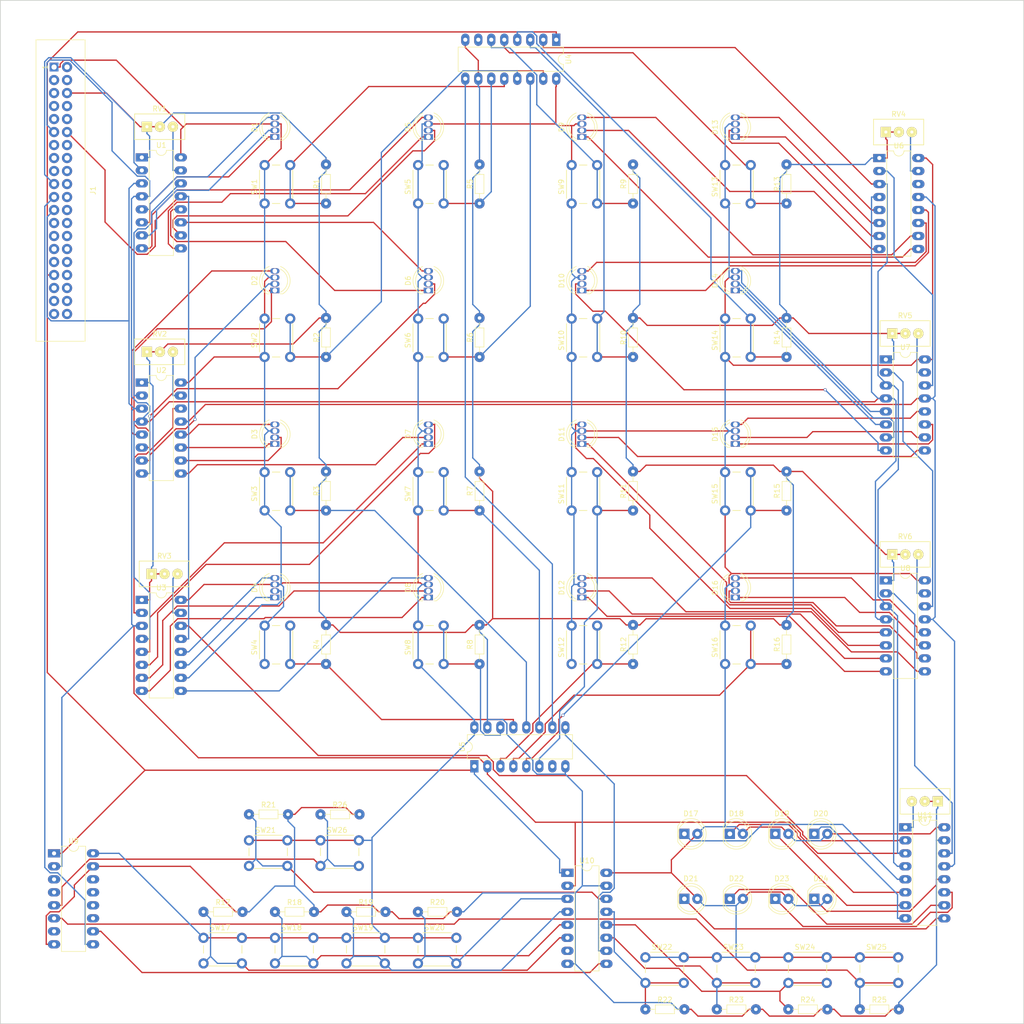
<source format=kicad_pcb>
(kicad_pcb (version 4) (host pcbnew 4.0.6)
  (layers (0 F.Cu signal) (31 B.Cu signal) (34 B.Paste user) (35 F.Paste user) (36 B.SilkS user) (37 F.SilkS user) (38 B.Mask user) (39 F.Mask user) (44 Edge.Cuts user))
  (net 0 "")
  (net 1 "Net-(D1-Pad1)")
  (net 2 "Net-(D1-Pad2)")
  (net 3 "Net-(D1-Pad3)")
  (net 4 "Net-(D1-Pad4)")
  (net 5 "Net-(D2-Pad1)")
  (net 6 "Net-(D2-Pad2)")
  (net 7 "Net-(D2-Pad4)")
  (net 8 "Net-(D3-Pad1)")
  (net 9 "Net-(D3-Pad2)")
  (net 10 "Net-(D3-Pad4)")
  (net 11 "Net-(D4-Pad1)")
  (net 12 "Net-(D4-Pad2)")
  (net 13 "Net-(D4-Pad4)")
  (net 14 "Net-(D5-Pad1)")
  (net 15 "Net-(D5-Pad2)")
  (net 16 "Net-(D5-Pad4)")
  (net 17 "Net-(D6-Pad1)")
  (net 18 "Net-(D6-Pad2)")
  (net 19 "Net-(D6-Pad4)")
  (net 20 "Net-(D7-Pad1)")
  (net 21 "Net-(D7-Pad2)")
  (net 22 "Net-(D7-Pad4)")
  (net 23 "Net-(D8-Pad1)")
  (net 24 "Net-(D8-Pad2)")
  (net 25 "Net-(D8-Pad4)")
  (net 26 "Net-(D9-Pad1)")
  (net 27 "Net-(D9-Pad2)")
  (net 28 "Net-(D9-Pad4)")
  (net 29 "Net-(D10-Pad1)")
  (net 30 "Net-(D10-Pad2)")
  (net 31 "Net-(D10-Pad4)")
  (net 32 "Net-(D11-Pad1)")
  (net 33 "Net-(D11-Pad2)")
  (net 34 "Net-(D11-Pad4)")
  (net 35 "Net-(D12-Pad1)")
  (net 36 "Net-(D12-Pad2)")
  (net 37 "Net-(D12-Pad4)")
  (net 38 "Net-(D13-Pad1)")
  (net 39 "Net-(D13-Pad2)")
  (net 40 "Net-(D13-Pad4)")
  (net 41 "Net-(D14-Pad1)")
  (net 42 "Net-(D14-Pad2)")
  (net 43 "Net-(D14-Pad4)")
  (net 44 "Net-(D15-Pad1)")
  (net 45 "Net-(D15-Pad2)")
  (net 46 "Net-(D15-Pad4)")
  (net 47 "Net-(D16-Pad1)")
  (net 48 "Net-(D16-Pad2)")
  (net 49 "Net-(D16-Pad4)")
  (net 50 "Net-(D17-Pad1)")
  (net 51 "Net-(D18-Pad1)")
  (net 52 "Net-(D19-Pad1)")
  (net 53 "Net-(D20-Pad1)")
  (net 54 "Net-(D21-Pad1)")
  (net 55 "Net-(D22-Pad1)")
  (net 56 "Net-(D23-Pad1)")
  (net 57 "Net-(D24-Pad1)")
  (net 58 "Net-(J1-Pad2)")
  (net 59 "Net-(J1-Pad3)")
  (net 60 "Net-(J1-Pad4)")
  (net 61 "Net-(J1-Pad5)")
  (net 62 GND)
  (net 63 "Net-(J1-Pad7)")
  (net 64 "Net-(J1-Pad8)")
  (net 65 "Net-(J1-Pad9)")
  (net 66 "Net-(J1-Pad10)")
  (net 67 "Net-(J1-Pad11)")
  (net 68 "Net-(J1-Pad12)")
  (net 69 "Net-(J1-Pad13)")
  (net 70 "Net-(J1-Pad14)")
  (net 71 "Net-(J1-Pad15)")
  (net 72 "Net-(J1-Pad16)")
  (net 73 "Net-(J1-Pad17)")
  (net 74 "Net-(J1-Pad18)")
  (net 75 "Net-(J1-Pad19)")
  (net 76 "Net-(J1-Pad20)")
  (net 77 "Net-(J1-Pad21)")
  (net 78 "Net-(J1-Pad22)")
  (net 79 "Net-(J1-Pad23)")
  (net 80 "Net-(J1-Pad24)")
  (net 81 "Net-(J1-Pad25)")
  (net 82 "Net-(J1-Pad26)")
  (net 83 "Net-(J1-Pad27)")
  (net 84 "Net-(J1-Pad28)")
  (net 85 "Net-(J1-Pad29)")
  (net 86 "Net-(J1-Pad30)")
  (net 87 "Net-(J1-Pad31)")
  (net 88 "Net-(J1-Pad32)")
  (net 89 "Net-(J1-Pad33)")
  (net 90 "Net-(J1-Pad34)")
  (net 91 "Net-(J1-Pad35)")
  (net 92 "Net-(J1-Pad36)")
  (net 93 "Net-(J1-Pad37)")
  (net 94 "Net-(J1-Pad38)")
  (net 95 "Net-(J1-Pad39)")
  (net 96 "Net-(J1-Pad40)")
  (net 97 "Net-(R1-Pad1)")
  (net 98 "Net-(R2-Pad1)")
  (net 99 "Net-(R3-Pad1)")
  (net 100 "Net-(R4-Pad1)")
  (net 101 "Net-(R5-Pad1)")
  (net 102 "Net-(R6-Pad1)")
  (net 103 "Net-(R7-Pad1)")
  (net 104 "Net-(R8-Pad1)")
  (net 105 "Net-(R9-Pad1)")
  (net 106 "Net-(R10-Pad1)")
  (net 107 "Net-(R11-Pad1)")
  (net 108 "Net-(R12-Pad1)")
  (net 109 "Net-(R13-Pad1)")
  (net 110 "Net-(R14-Pad1)")
  (net 111 "Net-(R15-Pad1)")
  (net 112 "Net-(R16-Pad1)")
  (net 113 "Net-(R17-Pad1)")
  (net 114 "Net-(R18-Pad1)")
  (net 115 "Net-(R19-Pad1)")
  (net 116 "Net-(R20-Pad1)")
  (net 117 "Net-(R21-Pad1)")
  (net 118 "Net-(R22-Pad1)")
  (net 119 "Net-(R23-Pad1)")
  (net 120 "Net-(R24-Pad1)")
  (net 121 "Net-(R25-Pad1)")
  (net 122 "Net-(R26-Pad1)")
  (net 123 "Net-(RV1-Pad3)")
  (net 124 "Net-(RV2-Pad3)")
  (net 125 "Net-(RV3-Pad3)")
  (net 126 "Net-(RV4-Pad3)")
  (net 127 "Net-(RV5-Pad3)")
  (net 128 "Net-(RV6-Pad3)")
  (net 129 "Net-(RV7-Pad3)")
  (net 130 "Net-(U1-Pad14)")
  (net 131 "Net-(U2-Pad14)")
  (net 132 "Net-(U11-Pad2)")
  (net 133 "Net-(U4-Pad9)")
  (net 134 "Net-(U4-Pad7)")
  (net 135 "Net-(U10-Pad10)")
  (net 136 "Net-(U5-Pad7)")
  (net 137 "Net-(U6-Pad2)")
  (net 138 "Net-(U6-Pad14)")
  (net 139 "Net-(U7-Pad2)")
  (net 140 "Net-(U11-Pad14)")
  (net 141 "Net-(U10-Pad9)")
  (net 142 "Net-(U9-Pad3)")
  (net 143 "Net-(U9-Pad11)")
  (net 144 "Net-(U9-Pad4)")
  (net 145 "Net-(U9-Pad12)")
  (net 146 "Net-(U9-Pad13)")
  (net 147 "Net-(U9-Pad14)")
  (net 148 "Net-(U9-Pad7)")
  (net 149 "Net-(U10-Pad7)")
  (module piquantum-footprints:LED_D5.0mm-4 (layer F.Cu) (at 113 67 90)
    (fp_text reference D1 (at 1.905 -3.96 90) (layer F.SilkS))
    (fp_text value LED_RABG)
    (pad 1 thru_hole rect (at 0 0 90) (size 1.07 1.8) (drill 0.9) (layers *.Cu *.Mask) (net 1 "Net-(D1-Pad1)"))
    (pad 2 thru_hole oval (at 1.27 0 90) (size 1.07 1.8) (drill 0.9) (layers *.Cu *.Mask) (net 2 "Net-(D1-Pad2)"))
    (pad 3 thru_hole oval (at 2.54 0 90) (size 1.07 1.8) (drill 0.9) (layers *.Cu *.Mask) (net 3 "Net-(D1-Pad3)"))
    (pad 4 thru_hole oval (at 3.81 0 90) (size 1.07 1.8) (drill 0.9) (layers *.Cu *.Mask) (net 4 "Net-(D1-Pad4)"))
  )
  (module piquantum-footprints:LED_D5.0mm-4 (layer F.Cu) (at 113 97 90)
    (fp_text reference D2 (at 1.905 -3.96 90) (layer F.SilkS))
    (fp_text value LED_RABG)
    (pad 1 thru_hole rect (at 0 0 90) (size 1.07 1.8) (drill 0.9) (layers *.Cu *.Mask) (net 5 "Net-(D2-Pad1)"))
    (pad 2 thru_hole oval (at 1.27 0 90) (size 1.07 1.8) (drill 0.9) (layers *.Cu *.Mask) (net 6 "Net-(D2-Pad2)"))
    (pad 3 thru_hole oval (at 2.54 0 90) (size 1.07 1.8) (drill 0.9) (layers *.Cu *.Mask) (net 3 "Net-(D1-Pad3)"))
    (pad 4 thru_hole oval (at 3.81 0 90) (size 1.07 1.8) (drill 0.9) (layers *.Cu *.Mask) (net 7 "Net-(D2-Pad4)"))
  )
  (module piquantum-footprints:LED_D5.0mm-4 (layer F.Cu) (at 113 127 90)
    (fp_text reference D3 (at 1.905 -3.96 90) (layer F.SilkS))
    (fp_text value LED_RABG)
    (pad 1 thru_hole rect (at 0 0 90) (size 1.07 1.8) (drill 0.9) (layers *.Cu *.Mask) (net 8 "Net-(D3-Pad1)"))
    (pad 2 thru_hole oval (at 1.27 0 90) (size 1.07 1.8) (drill 0.9) (layers *.Cu *.Mask) (net 9 "Net-(D3-Pad2)"))
    (pad 3 thru_hole oval (at 2.54 0 90) (size 1.07 1.8) (drill 0.9) (layers *.Cu *.Mask) (net 3 "Net-(D1-Pad3)"))
    (pad 4 thru_hole oval (at 3.81 0 90) (size 1.07 1.8) (drill 0.9) (layers *.Cu *.Mask) (net 10 "Net-(D3-Pad4)"))
  )
  (module piquantum-footprints:LED_D5.0mm-4 (layer F.Cu) (at 113 157 90)
    (fp_text reference D4 (at 1.905 -3.96 90) (layer F.SilkS))
    (fp_text value LED_RABG)
    (pad 1 thru_hole rect (at 0 0 90) (size 1.07 1.8) (drill 0.9) (layers *.Cu *.Mask) (net 11 "Net-(D4-Pad1)"))
    (pad 2 thru_hole oval (at 1.27 0 90) (size 1.07 1.8) (drill 0.9) (layers *.Cu *.Mask) (net 12 "Net-(D4-Pad2)"))
    (pad 3 thru_hole oval (at 2.54 0 90) (size 1.07 1.8) (drill 0.9) (layers *.Cu *.Mask) (net 3 "Net-(D1-Pad3)"))
    (pad 4 thru_hole oval (at 3.81 0 90) (size 1.07 1.8) (drill 0.9) (layers *.Cu *.Mask) (net 13 "Net-(D4-Pad4)"))
  )
  (module piquantum-footprints:LED_D5.0mm-4 (layer F.Cu) (at 143 67 90)
    (fp_text reference D5 (at 1.905 -3.96 90) (layer F.SilkS))
    (fp_text value LED_RABG)
    (pad 1 thru_hole rect (at 0 0 90) (size 1.07 1.8) (drill 0.9) (layers *.Cu *.Mask) (net 14 "Net-(D5-Pad1)"))
    (pad 2 thru_hole oval (at 1.27 0 90) (size 1.07 1.8) (drill 0.9) (layers *.Cu *.Mask) (net 15 "Net-(D5-Pad2)"))
    (pad 3 thru_hole oval (at 2.54 0 90) (size 1.07 1.8) (drill 0.9) (layers *.Cu *.Mask) (net 3 "Net-(D1-Pad3)"))
    (pad 4 thru_hole oval (at 3.81 0 90) (size 1.07 1.8) (drill 0.9) (layers *.Cu *.Mask) (net 16 "Net-(D5-Pad4)"))
  )
  (module piquantum-footprints:LED_D5.0mm-4 (layer F.Cu) (at 143 97 90)
    (fp_text reference D6 (at 1.905 -3.96 90) (layer F.SilkS))
    (fp_text value LED_RABG)
    (pad 1 thru_hole rect (at 0 0 90) (size 1.07 1.8) (drill 0.9) (layers *.Cu *.Mask) (net 17 "Net-(D6-Pad1)"))
    (pad 2 thru_hole oval (at 1.27 0 90) (size 1.07 1.8) (drill 0.9) (layers *.Cu *.Mask) (net 18 "Net-(D6-Pad2)"))
    (pad 3 thru_hole oval (at 2.54 0 90) (size 1.07 1.8) (drill 0.9) (layers *.Cu *.Mask) (net 3 "Net-(D1-Pad3)"))
    (pad 4 thru_hole oval (at 3.81 0 90) (size 1.07 1.8) (drill 0.9) (layers *.Cu *.Mask) (net 19 "Net-(D6-Pad4)"))
  )
  (module piquantum-footprints:LED_D5.0mm-4 (layer F.Cu) (at 143 127 90)
    (fp_text reference D7 (at 1.905 -3.96 90) (layer F.SilkS))
    (fp_text value LED_RABG)
    (pad 1 thru_hole rect (at 0 0 90) (size 1.07 1.8) (drill 0.9) (layers *.Cu *.Mask) (net 20 "Net-(D7-Pad1)"))
    (pad 2 thru_hole oval (at 1.27 0 90) (size 1.07 1.8) (drill 0.9) (layers *.Cu *.Mask) (net 21 "Net-(D7-Pad2)"))
    (pad 3 thru_hole oval (at 2.54 0 90) (size 1.07 1.8) (drill 0.9) (layers *.Cu *.Mask) (net 3 "Net-(D1-Pad3)"))
    (pad 4 thru_hole oval (at 3.81 0 90) (size 1.07 1.8) (drill 0.9) (layers *.Cu *.Mask) (net 22 "Net-(D7-Pad4)"))
  )
  (module piquantum-footprints:LED_D5.0mm-4 (layer F.Cu) (at 143 157 90)
    (fp_text reference D8 (at 1.905 -3.96 90) (layer F.SilkS))
    (fp_text value LED_RABG)
    (pad 1 thru_hole rect (at 0 0 90) (size 1.07 1.8) (drill 0.9) (layers *.Cu *.Mask) (net 23 "Net-(D8-Pad1)"))
    (pad 2 thru_hole oval (at 1.27 0 90) (size 1.07 1.8) (drill 0.9) (layers *.Cu *.Mask) (net 24 "Net-(D8-Pad2)"))
    (pad 3 thru_hole oval (at 2.54 0 90) (size 1.07 1.8) (drill 0.9) (layers *.Cu *.Mask) (net 3 "Net-(D1-Pad3)"))
    (pad 4 thru_hole oval (at 3.81 0 90) (size 1.07 1.8) (drill 0.9) (layers *.Cu *.Mask) (net 25 "Net-(D8-Pad4)"))
  )
  (module piquantum-footprints:LED_D5.0mm-4 (layer F.Cu) (at 173 67 90)
    (fp_text reference D9 (at 1.905 -3.96 90) (layer F.SilkS))
    (fp_text value LED_RABG)
    (pad 1 thru_hole rect (at 0 0 90) (size 1.07 1.8) (drill 0.9) (layers *.Cu *.Mask) (net 26 "Net-(D9-Pad1)"))
    (pad 2 thru_hole oval (at 1.27 0 90) (size 1.07 1.8) (drill 0.9) (layers *.Cu *.Mask) (net 27 "Net-(D9-Pad2)"))
    (pad 3 thru_hole oval (at 2.54 0 90) (size 1.07 1.8) (drill 0.9) (layers *.Cu *.Mask) (net 3 "Net-(D1-Pad3)"))
    (pad 4 thru_hole oval (at 3.81 0 90) (size 1.07 1.8) (drill 0.9) (layers *.Cu *.Mask) (net 28 "Net-(D9-Pad4)"))
  )
  (module piquantum-footprints:LED_D5.0mm-4 (layer F.Cu) (at 173 97 90)
    (fp_text reference D10 (at 1.905 -3.96 90) (layer F.SilkS))
    (fp_text value LED_RABG)
    (pad 1 thru_hole rect (at 0 0 90) (size 1.07 1.8) (drill 0.9) (layers *.Cu *.Mask) (net 29 "Net-(D10-Pad1)"))
    (pad 2 thru_hole oval (at 1.27 0 90) (size 1.07 1.8) (drill 0.9) (layers *.Cu *.Mask) (net 30 "Net-(D10-Pad2)"))
    (pad 3 thru_hole oval (at 2.54 0 90) (size 1.07 1.8) (drill 0.9) (layers *.Cu *.Mask) (net 3 "Net-(D1-Pad3)"))
    (pad 4 thru_hole oval (at 3.81 0 90) (size 1.07 1.8) (drill 0.9) (layers *.Cu *.Mask) (net 31 "Net-(D10-Pad4)"))
  )
  (module piquantum-footprints:LED_D5.0mm-4 (layer F.Cu) (at 173 127 90)
    (fp_text reference D11 (at 1.905 -3.96 90) (layer F.SilkS))
    (fp_text value LED_RABG)
    (pad 1 thru_hole rect (at 0 0 90) (size 1.07 1.8) (drill 0.9) (layers *.Cu *.Mask) (net 32 "Net-(D11-Pad1)"))
    (pad 2 thru_hole oval (at 1.27 0 90) (size 1.07 1.8) (drill 0.9) (layers *.Cu *.Mask) (net 33 "Net-(D11-Pad2)"))
    (pad 3 thru_hole oval (at 2.54 0 90) (size 1.07 1.8) (drill 0.9) (layers *.Cu *.Mask) (net 3 "Net-(D1-Pad3)"))
    (pad 4 thru_hole oval (at 3.81 0 90) (size 1.07 1.8) (drill 0.9) (layers *.Cu *.Mask) (net 34 "Net-(D11-Pad4)"))
  )
  (module piquantum-footprints:LED_D5.0mm-4 (layer F.Cu) (at 173 157 90)
    (fp_text reference D12 (at 1.905 -3.96 90) (layer F.SilkS))
    (fp_text value LED_RABG)
    (pad 1 thru_hole rect (at 0 0 90) (size 1.07 1.8) (drill 0.9) (layers *.Cu *.Mask) (net 35 "Net-(D12-Pad1)"))
    (pad 2 thru_hole oval (at 1.27 0 90) (size 1.07 1.8) (drill 0.9) (layers *.Cu *.Mask) (net 36 "Net-(D12-Pad2)"))
    (pad 3 thru_hole oval (at 2.54 0 90) (size 1.07 1.8) (drill 0.9) (layers *.Cu *.Mask) (net 3 "Net-(D1-Pad3)"))
    (pad 4 thru_hole oval (at 3.81 0 90) (size 1.07 1.8) (drill 0.9) (layers *.Cu *.Mask) (net 37 "Net-(D12-Pad4)"))
  )
  (module piquantum-footprints:LED_D5.0mm-4 (layer F.Cu) (at 203 67 90)
    (fp_text reference D13 (at 1.905 -3.96 90) (layer F.SilkS))
    (fp_text value LED_RABG)
    (pad 1 thru_hole rect (at 0 0 90) (size 1.07 1.8) (drill 0.9) (layers *.Cu *.Mask) (net 38 "Net-(D13-Pad1)"))
    (pad 2 thru_hole oval (at 1.27 0 90) (size 1.07 1.8) (drill 0.9) (layers *.Cu *.Mask) (net 39 "Net-(D13-Pad2)"))
    (pad 3 thru_hole oval (at 2.54 0 90) (size 1.07 1.8) (drill 0.9) (layers *.Cu *.Mask) (net 3 "Net-(D1-Pad3)"))
    (pad 4 thru_hole oval (at 3.81 0 90) (size 1.07 1.8) (drill 0.9) (layers *.Cu *.Mask) (net 40 "Net-(D13-Pad4)"))
  )
  (module piquantum-footprints:LED_D5.0mm-4 (layer F.Cu) (at 203 97 90)
    (fp_text reference D14 (at 1.905 -3.96 90) (layer F.SilkS))
    (fp_text value LED_RABG)
    (pad 1 thru_hole rect (at 0 0 90) (size 1.07 1.8) (drill 0.9) (layers *.Cu *.Mask) (net 41 "Net-(D14-Pad1)"))
    (pad 2 thru_hole oval (at 1.27 0 90) (size 1.07 1.8) (drill 0.9) (layers *.Cu *.Mask) (net 42 "Net-(D14-Pad2)"))
    (pad 3 thru_hole oval (at 2.54 0 90) (size 1.07 1.8) (drill 0.9) (layers *.Cu *.Mask) (net 3 "Net-(D1-Pad3)"))
    (pad 4 thru_hole oval (at 3.81 0 90) (size 1.07 1.8) (drill 0.9) (layers *.Cu *.Mask) (net 43 "Net-(D14-Pad4)"))
  )
  (module piquantum-footprints:LED_D5.0mm-4 (layer F.Cu) (at 203 127 90)
    (fp_text reference D15 (at 1.905 -3.96 90) (layer F.SilkS))
    (fp_text value LED_RABG)
    (pad 1 thru_hole rect (at 0 0 90) (size 1.07 1.8) (drill 0.9) (layers *.Cu *.Mask) (net 44 "Net-(D15-Pad1)"))
    (pad 2 thru_hole oval (at 1.27 0 90) (size 1.07 1.8) (drill 0.9) (layers *.Cu *.Mask) (net 45 "Net-(D15-Pad2)"))
    (pad 3 thru_hole oval (at 2.54 0 90) (size 1.07 1.8) (drill 0.9) (layers *.Cu *.Mask) (net 3 "Net-(D1-Pad3)"))
    (pad 4 thru_hole oval (at 3.81 0 90) (size 1.07 1.8) (drill 0.9) (layers *.Cu *.Mask) (net 46 "Net-(D15-Pad4)"))
  )
  (module piquantum-footprints:LED_D5.0mm-4 (layer F.Cu) (at 203 157 90)
    (fp_text reference D16 (at 1.905 -3.96 90) (layer F.SilkS))
    (fp_text value LED_RABG)
    (pad 1 thru_hole rect (at 0 0 90) (size 1.07 1.8) (drill 0.9) (layers *.Cu *.Mask) (net 47 "Net-(D16-Pad1)"))
    (pad 2 thru_hole oval (at 1.27 0 90) (size 1.07 1.8) (drill 0.9) (layers *.Cu *.Mask) (net 48 "Net-(D16-Pad2)"))
    (pad 3 thru_hole oval (at 2.54 0 90) (size 1.07 1.8) (drill 0.9) (layers *.Cu *.Mask) (net 3 "Net-(D1-Pad3)"))
    (pad 4 thru_hole oval (at 3.81 0 90) (size 1.07 1.8) (drill 0.9) (layers *.Cu *.Mask) (net 49 "Net-(D16-Pad4)"))
  )
  (module piquantum-footprints:LED_D5.0mm (layer F.Cu) (at 193.04 203.2)
    (fp_text reference D17 (at 1.27 -3.96) (layer F.SilkS))
    (fp_text value LED)
    (pad 1 thru_hole rect (at 0 0) (size 2 2) (drill 0.9) (layers *.Cu *.Mask) (net 50 "Net-(D17-Pad1)"))
    (pad 2 thru_hole circle (at 2.54 0) (size 2 2) (drill 0.9) (layers *.Cu *.Mask) (net 3 "Net-(D1-Pad3)"))
  )
  (module piquantum-footprints:LED_D5.0mm (layer F.Cu) (at 201.93 203.2)
    (fp_text reference D18 (at 1.27 -3.96) (layer F.SilkS))
    (fp_text value LED)
    (pad 1 thru_hole rect (at 0 0) (size 2 2) (drill 0.9) (layers *.Cu *.Mask) (net 51 "Net-(D18-Pad1)"))
    (pad 2 thru_hole circle (at 2.54 0) (size 2 2) (drill 0.9) (layers *.Cu *.Mask) (net 3 "Net-(D1-Pad3)"))
  )
  (module piquantum-footprints:LED_D5.0mm (layer F.Cu) (at 210.82 203.2)
    (fp_text reference D19 (at 1.27 -3.96) (layer F.SilkS))
    (fp_text value LED)
    (pad 1 thru_hole rect (at 0 0) (size 2 2) (drill 0.9) (layers *.Cu *.Mask) (net 52 "Net-(D19-Pad1)"))
    (pad 2 thru_hole circle (at 2.54 0) (size 2 2) (drill 0.9) (layers *.Cu *.Mask) (net 3 "Net-(D1-Pad3)"))
  )
  (module piquantum-footprints:LED_D5.0mm (layer F.Cu) (at 218.44 203.2)
    (fp_text reference D20 (at 1.27 -3.96) (layer F.SilkS))
    (fp_text value LED)
    (pad 1 thru_hole rect (at 0 0) (size 2 2) (drill 0.9) (layers *.Cu *.Mask) (net 53 "Net-(D20-Pad1)"))
    (pad 2 thru_hole circle (at 2.54 0) (size 2 2) (drill 0.9) (layers *.Cu *.Mask) (net 3 "Net-(D1-Pad3)"))
  )
  (module piquantum-footprints:LED_D5.0mm (layer F.Cu) (at 193.04 215.9)
    (fp_text reference D21 (at 1.27 -3.96) (layer F.SilkS))
    (fp_text value LED)
    (pad 1 thru_hole rect (at 0 0) (size 2 2) (drill 0.9) (layers *.Cu *.Mask) (net 54 "Net-(D21-Pad1)"))
    (pad 2 thru_hole circle (at 2.54 0) (size 2 2) (drill 0.9) (layers *.Cu *.Mask) (net 3 "Net-(D1-Pad3)"))
  )
  (module piquantum-footprints:LED_D5.0mm (layer F.Cu) (at 201.93 215.9)
    (fp_text reference D22 (at 1.27 -3.96) (layer F.SilkS))
    (fp_text value LED)
    (pad 1 thru_hole rect (at 0 0) (size 2 2) (drill 0.9) (layers *.Cu *.Mask) (net 55 "Net-(D22-Pad1)"))
    (pad 2 thru_hole circle (at 2.54 0) (size 2 2) (drill 0.9) (layers *.Cu *.Mask) (net 3 "Net-(D1-Pad3)"))
  )
  (module piquantum-footprints:LED_D5.0mm (layer F.Cu) (at 210.82 215.9)
    (fp_text reference D23 (at 1.27 -3.96) (layer F.SilkS))
    (fp_text value LED)
    (pad 1 thru_hole rect (at 0 0) (size 2 2) (drill 0.9) (layers *.Cu *.Mask) (net 56 "Net-(D23-Pad1)"))
    (pad 2 thru_hole circle (at 2.54 0) (size 2 2) (drill 0.9) (layers *.Cu *.Mask) (net 3 "Net-(D1-Pad3)"))
  )
  (module piquantum-footprints:LED_D5.0mm (layer F.Cu) (at 218.44 215.9)
    (fp_text reference D24 (at 1.27 -3.96) (layer F.SilkS))
    (fp_text value LED)
    (pad 1 thru_hole rect (at 0 0) (size 2 2) (drill 0.9) (layers *.Cu *.Mask) (net 57 "Net-(D24-Pad1)"))
    (pad 2 thru_hole circle (at 2.54 0) (size 2 2) (drill 0.9) (layers *.Cu *.Mask) (net 3 "Net-(D1-Pad3)"))
  )
  (module piquantum-footprints:IDC_Header_Straight_40pins (layer F.Cu) (at 69.85 53.34 270)
    (fp_text reference J1 (at 24.13 -7.62 270) (layer F.SilkS))
    (fp_text value CONN_02X20)
    (fp_text user 1 (at 0.02 1.72 270) (layer F.SilkS) (effects (font (thickness 0.12))))
    (pad 1 thru_hole rect (at 0 0 270) (size 1.7272 1.7272) (drill 1.016) (layers *.Cu *.Mask) (net 3 "Net-(D1-Pad3)"))
    (pad 2 thru_hole oval (at 0 -2.54 270) (size 2 2) (drill 1.016) (layers *.Cu *.Mask) (net 58 "Net-(J1-Pad2)"))
    (pad 3 thru_hole oval (at 2.54 0 270) (size 2 2) (drill 1.016) (layers *.Cu *.Mask) (net 59 "Net-(J1-Pad3)"))
    (pad 4 thru_hole oval (at 2.54 -2.54 270) (size 2 2) (drill 1.016) (layers *.Cu *.Mask) (net 60 "Net-(J1-Pad4)"))
    (pad 5 thru_hole oval (at 5.08 0 270) (size 2 2) (drill 1.016) (layers *.Cu *.Mask) (net 61 "Net-(J1-Pad5)"))
    (pad 6 thru_hole oval (at 5.08 -2.54 270) (size 2 2) (drill 1.016) (layers *.Cu *.Mask) (net 62 GND))
    (pad 7 thru_hole oval (at 7.62 0 270) (size 2 2) (drill 1.016) (layers *.Cu *.Mask) (net 63 "Net-(J1-Pad7)"))
    (pad 8 thru_hole oval (at 7.62 -2.54 270) (size 2 2) (drill 1.016) (layers *.Cu *.Mask) (net 64 "Net-(J1-Pad8)"))
    (pad 9 thru_hole oval (at 10.16 0 270) (size 2 2) (drill 1.016) (layers *.Cu *.Mask) (net 65 "Net-(J1-Pad9)"))
    (pad 10 thru_hole oval (at 10.16 -2.54 270) (size 2 2) (drill 1.016) (layers *.Cu *.Mask) (net 66 "Net-(J1-Pad10)"))
    (pad 11 thru_hole oval (at 12.7 0 270) (size 2 2) (drill 1.016) (layers *.Cu *.Mask) (net 67 "Net-(J1-Pad11)"))
    (pad 12 thru_hole oval (at 12.7 -2.54 270) (size 2 2) (drill 1.016) (layers *.Cu *.Mask) (net 68 "Net-(J1-Pad12)"))
    (pad 13 thru_hole oval (at 15.24 0 270) (size 2 2) (drill 1.016) (layers *.Cu *.Mask) (net 69 "Net-(J1-Pad13)"))
    (pad 14 thru_hole oval (at 15.24 -2.54 270) (size 2 2) (drill 1.016) (layers *.Cu *.Mask) (net 70 "Net-(J1-Pad14)"))
    (pad 15 thru_hole oval (at 17.78 0 270) (size 2 2) (drill 1.016) (layers *.Cu *.Mask) (net 71 "Net-(J1-Pad15)"))
    (pad 16 thru_hole oval (at 17.78 -2.54 270) (size 2 2) (drill 1.016) (layers *.Cu *.Mask) (net 72 "Net-(J1-Pad16)"))
    (pad 17 thru_hole oval (at 20.32 0 270) (size 2 2) (drill 1.016) (layers *.Cu *.Mask) (net 73 "Net-(J1-Pad17)"))
    (pad 18 thru_hole oval (at 20.32 -2.54 270) (size 2 2) (drill 1.016) (layers *.Cu *.Mask) (net 74 "Net-(J1-Pad18)"))
    (pad 19 thru_hole oval (at 22.86 0 270) (size 2 2) (drill 1.016) (layers *.Cu *.Mask) (net 75 "Net-(J1-Pad19)"))
    (pad 20 thru_hole oval (at 22.86 -2.54 270) (size 2 2) (drill 1.016) (layers *.Cu *.Mask) (net 76 "Net-(J1-Pad20)"))
    (pad 21 thru_hole oval (at 25.4 0 270) (size 2 2) (drill 1.016) (layers *.Cu *.Mask) (net 77 "Net-(J1-Pad21)"))
    (pad 22 thru_hole oval (at 25.4 -2.54 270) (size 2 2) (drill 1.016) (layers *.Cu *.Mask) (net 78 "Net-(J1-Pad22)"))
    (pad 23 thru_hole oval (at 27.94 0 270) (size 2 2) (drill 1.016) (layers *.Cu *.Mask) (net 79 "Net-(J1-Pad23)"))
    (pad 24 thru_hole oval (at 27.94 -2.54 270) (size 2 2) (drill 1.016) (layers *.Cu *.Mask) (net 80 "Net-(J1-Pad24)"))
    (pad 25 thru_hole oval (at 30.48 0 270) (size 2 2) (drill 1.016) (layers *.Cu *.Mask) (net 81 "Net-(J1-Pad25)"))
    (pad 26 thru_hole oval (at 30.48 -2.54 270) (size 2 2) (drill 1.016) (layers *.Cu *.Mask) (net 82 "Net-(J1-Pad26)"))
    (pad 27 thru_hole oval (at 33.02 0 270) (size 2 2) (drill 1.016) (layers *.Cu *.Mask) (net 83 "Net-(J1-Pad27)"))
    (pad 28 thru_hole oval (at 33.02 -2.54 270) (size 2 2) (drill 1.016) (layers *.Cu *.Mask) (net 84 "Net-(J1-Pad28)"))
    (pad 29 thru_hole oval (at 35.56 0 270) (size 2 2) (drill 1.016) (layers *.Cu *.Mask) (net 85 "Net-(J1-Pad29)"))
    (pad 30 thru_hole oval (at 35.56 -2.54 270) (size 2 2) (drill 1.016) (layers *.Cu *.Mask) (net 86 "Net-(J1-Pad30)"))
    (pad 31 thru_hole oval (at 38.1 0 270) (size 2 2) (drill 1.016) (layers *.Cu *.Mask) (net 87 "Net-(J1-Pad31)"))
    (pad 32 thru_hole oval (at 38.1 -2.54 270) (size 2 2) (drill 1.016) (layers *.Cu *.Mask) (net 88 "Net-(J1-Pad32)"))
    (pad 33 thru_hole oval (at 40.64 0 270) (size 2 2) (drill 1.016) (layers *.Cu *.Mask) (net 89 "Net-(J1-Pad33)"))
    (pad 34 thru_hole oval (at 40.64 -2.54 270) (size 2 2) (drill 1.016) (layers *.Cu *.Mask) (net 90 "Net-(J1-Pad34)"))
    (pad 35 thru_hole oval (at 43.18 0 270) (size 2 2) (drill 1.016) (layers *.Cu *.Mask) (net 91 "Net-(J1-Pad35)"))
    (pad 36 thru_hole oval (at 43.18 -2.54 270) (size 2 2) (drill 1.016) (layers *.Cu *.Mask) (net 92 "Net-(J1-Pad36)"))
    (pad 37 thru_hole oval (at 45.72 0 270) (size 2 2) (drill 1.016) (layers *.Cu *.Mask) (net 93 "Net-(J1-Pad37)"))
    (pad 38 thru_hole oval (at 45.72 -2.54 270) (size 2 2) (drill 1.016) (layers *.Cu *.Mask) (net 94 "Net-(J1-Pad38)"))
    (pad 39 thru_hole oval (at 48.26 0 270) (size 2 2) (drill 1.016) (layers *.Cu *.Mask) (net 95 "Net-(J1-Pad39)"))
    (pad 40 thru_hole oval (at 48.26 -2.54 270) (size 2 2) (drill 1.016) (layers *.Cu *.Mask) (net 96 "Net-(J1-Pad40)"))
  )
  (module piquantum-footprints:R_Axial_DIN0204_L3.6mm_D1.6mm_P7.62mm_Horizontal (layer F.Cu) (at 123 80 90)
    (fp_text reference R1 (at 3.81 -1.86 90) (layer F.SilkS))
    (fp_text value 2k7)
    (pad 1 thru_hole circle (at 0 0 90) (size 2 2) (drill 0.7) (layers *.Cu *.Mask) (net 97 "Net-(R1-Pad1)"))
    (pad 2 thru_hole oval (at 7.62 0 90) (size 2 2) (drill 0.7) (layers *.Cu *.Mask) (net 62 GND))
  )
  (module piquantum-footprints:R_Axial_DIN0204_L3.6mm_D1.6mm_P7.62mm_Horizontal (layer F.Cu) (at 123 110 90)
    (fp_text reference R2 (at 3.81 -1.86 90) (layer F.SilkS))
    (fp_text value 2k7)
    (pad 1 thru_hole circle (at 0 0 90) (size 2 2) (drill 0.7) (layers *.Cu *.Mask) (net 98 "Net-(R2-Pad1)"))
    (pad 2 thru_hole oval (at 7.62 0 90) (size 2 2) (drill 0.7) (layers *.Cu *.Mask) (net 62 GND))
  )
  (module piquantum-footprints:R_Axial_DIN0204_L3.6mm_D1.6mm_P7.62mm_Horizontal (layer F.Cu) (at 123 140 90)
    (fp_text reference R3 (at 3.81 -1.86 90) (layer F.SilkS))
    (fp_text value 2k7)
    (pad 1 thru_hole circle (at 0 0 90) (size 2 2) (drill 0.7) (layers *.Cu *.Mask) (net 99 "Net-(R3-Pad1)"))
    (pad 2 thru_hole oval (at 7.62 0 90) (size 2 2) (drill 0.7) (layers *.Cu *.Mask) (net 62 GND))
  )
  (module piquantum-footprints:R_Axial_DIN0204_L3.6mm_D1.6mm_P7.62mm_Horizontal (layer F.Cu) (at 123 170 90)
    (fp_text reference R4 (at 3.81 -1.86 90) (layer F.SilkS))
    (fp_text value 2k7)
    (pad 1 thru_hole circle (at 0 0 90) (size 2 2) (drill 0.7) (layers *.Cu *.Mask) (net 100 "Net-(R4-Pad1)"))
    (pad 2 thru_hole oval (at 7.62 0 90) (size 2 2) (drill 0.7) (layers *.Cu *.Mask) (net 62 GND))
  )
  (module piquantum-footprints:R_Axial_DIN0204_L3.6mm_D1.6mm_P7.62mm_Horizontal (layer F.Cu) (at 153 80 90)
    (fp_text reference R5 (at 3.81 -1.86 90) (layer F.SilkS))
    (fp_text value 2k7)
    (pad 1 thru_hole circle (at 0 0 90) (size 2 2) (drill 0.7) (layers *.Cu *.Mask) (net 101 "Net-(R5-Pad1)"))
    (pad 2 thru_hole oval (at 7.62 0 90) (size 2 2) (drill 0.7) (layers *.Cu *.Mask) (net 62 GND))
  )
  (module piquantum-footprints:R_Axial_DIN0204_L3.6mm_D1.6mm_P7.62mm_Horizontal (layer F.Cu) (at 153 110 90)
    (fp_text reference R6 (at 3.81 -1.86 90) (layer F.SilkS))
    (fp_text value 2k7)
    (pad 1 thru_hole circle (at 0 0 90) (size 2 2) (drill 0.7) (layers *.Cu *.Mask) (net 102 "Net-(R6-Pad1)"))
    (pad 2 thru_hole oval (at 7.62 0 90) (size 2 2) (drill 0.7) (layers *.Cu *.Mask) (net 62 GND))
  )
  (module piquantum-footprints:R_Axial_DIN0204_L3.6mm_D1.6mm_P7.62mm_Horizontal (layer F.Cu) (at 153 140 90)
    (fp_text reference R7 (at 3.81 -1.86 90) (layer F.SilkS))
    (fp_text value 2k7)
    (pad 1 thru_hole circle (at 0 0 90) (size 2 2) (drill 0.7) (layers *.Cu *.Mask) (net 103 "Net-(R7-Pad1)"))
    (pad 2 thru_hole oval (at 7.62 0 90) (size 2 2) (drill 0.7) (layers *.Cu *.Mask) (net 62 GND))
  )
  (module piquantum-footprints:R_Axial_DIN0204_L3.6mm_D1.6mm_P7.62mm_Horizontal (layer F.Cu) (at 153 170 90)
    (fp_text reference R8 (at 3.81 -1.86 90) (layer F.SilkS))
    (fp_text value 2k7)
    (pad 1 thru_hole circle (at 0 0 90) (size 2 2) (drill 0.7) (layers *.Cu *.Mask) (net 104 "Net-(R8-Pad1)"))
    (pad 2 thru_hole oval (at 7.62 0 90) (size 2 2) (drill 0.7) (layers *.Cu *.Mask) (net 62 GND))
  )
  (module piquantum-footprints:R_Axial_DIN0204_L3.6mm_D1.6mm_P7.62mm_Horizontal (layer F.Cu) (at 183 80 90)
    (fp_text reference R9 (at 3.81 -1.86 90) (layer F.SilkS))
    (fp_text value 2k7)
    (pad 1 thru_hole circle (at 0 0 90) (size 2 2) (drill 0.7) (layers *.Cu *.Mask) (net 105 "Net-(R9-Pad1)"))
    (pad 2 thru_hole oval (at 7.62 0 90) (size 2 2) (drill 0.7) (layers *.Cu *.Mask) (net 62 GND))
  )
  (module piquantum-footprints:R_Axial_DIN0204_L3.6mm_D1.6mm_P7.62mm_Horizontal (layer F.Cu) (at 183 110 90)
    (fp_text reference R10 (at 3.81 -1.86 90) (layer F.SilkS))
    (fp_text value 2k7)
    (pad 1 thru_hole circle (at 0 0 90) (size 2 2) (drill 0.7) (layers *.Cu *.Mask) (net 106 "Net-(R10-Pad1)"))
    (pad 2 thru_hole oval (at 7.62 0 90) (size 2 2) (drill 0.7) (layers *.Cu *.Mask) (net 62 GND))
  )
  (module piquantum-footprints:R_Axial_DIN0204_L3.6mm_D1.6mm_P7.62mm_Horizontal (layer F.Cu) (at 183 140 90)
    (fp_text reference R11 (at 3.81 -1.86 90) (layer F.SilkS))
    (fp_text value 2k7)
    (pad 1 thru_hole circle (at 0 0 90) (size 2 2) (drill 0.7) (layers *.Cu *.Mask) (net 107 "Net-(R11-Pad1)"))
    (pad 2 thru_hole oval (at 7.62 0 90) (size 2 2) (drill 0.7) (layers *.Cu *.Mask) (net 62 GND))
  )
  (module piquantum-footprints:R_Axial_DIN0204_L3.6mm_D1.6mm_P7.62mm_Horizontal (layer F.Cu) (at 183 170 90)
    (fp_text reference R12 (at 3.81 -1.86 90) (layer F.SilkS))
    (fp_text value 2k7)
    (pad 1 thru_hole circle (at 0 0 90) (size 2 2) (drill 0.7) (layers *.Cu *.Mask) (net 108 "Net-(R12-Pad1)"))
    (pad 2 thru_hole oval (at 7.62 0 90) (size 2 2) (drill 0.7) (layers *.Cu *.Mask) (net 62 GND))
  )
  (module piquantum-footprints:R_Axial_DIN0204_L3.6mm_D1.6mm_P7.62mm_Horizontal (layer F.Cu) (at 213 80 90)
    (fp_text reference R13 (at 3.81 -1.86 90) (layer F.SilkS))
    (fp_text value 2k7)
    (pad 1 thru_hole circle (at 0 0 90) (size 2 2) (drill 0.7) (layers *.Cu *.Mask) (net 109 "Net-(R13-Pad1)"))
    (pad 2 thru_hole oval (at 7.62 0 90) (size 2 2) (drill 0.7) (layers *.Cu *.Mask) (net 62 GND))
  )
  (module piquantum-footprints:R_Axial_DIN0204_L3.6mm_D1.6mm_P7.62mm_Horizontal (layer F.Cu) (at 213 110 90)
    (fp_text reference R14 (at 3.81 -1.86 90) (layer F.SilkS))
    (fp_text value 2k7)
    (pad 1 thru_hole circle (at 0 0 90) (size 2 2) (drill 0.7) (layers *.Cu *.Mask) (net 110 "Net-(R14-Pad1)"))
    (pad 2 thru_hole oval (at 7.62 0 90) (size 2 2) (drill 0.7) (layers *.Cu *.Mask) (net 62 GND))
  )
  (module piquantum-footprints:R_Axial_DIN0204_L3.6mm_D1.6mm_P7.62mm_Horizontal (layer F.Cu) (at 213 140 90)
    (fp_text reference R15 (at 3.81 -1.86 90) (layer F.SilkS))
    (fp_text value 2k7)
    (pad 1 thru_hole circle (at 0 0 90) (size 2 2) (drill 0.7) (layers *.Cu *.Mask) (net 111 "Net-(R15-Pad1)"))
    (pad 2 thru_hole oval (at 7.62 0 90) (size 2 2) (drill 0.7) (layers *.Cu *.Mask) (net 62 GND))
  )
  (module piquantum-footprints:R_Axial_DIN0204_L3.6mm_D1.6mm_P7.62mm_Horizontal (layer F.Cu) (at 213 170 90)
    (fp_text reference R16 (at 3.81 -1.86 90) (layer F.SilkS))
    (fp_text value 2k7)
    (pad 1 thru_hole circle (at 0 0 90) (size 2 2) (drill 0.7) (layers *.Cu *.Mask) (net 112 "Net-(R16-Pad1)"))
    (pad 2 thru_hole oval (at 7.62 0 90) (size 2 2) (drill 0.7) (layers *.Cu *.Mask) (net 62 GND))
  )
  (module piquantum-footprints:R_Axial_DIN0204_L3.6mm_D1.6mm_P7.62mm_Horizontal (layer F.Cu) (at 99.06 218.44)
    (fp_text reference R17 (at 3.81 -1.86) (layer F.SilkS))
    (fp_text value 2k7)
    (pad 1 thru_hole circle (at 0 0) (size 2 2) (drill 0.7) (layers *.Cu *.Mask) (net 113 "Net-(R17-Pad1)"))
    (pad 2 thru_hole oval (at 7.62 0) (size 2 2) (drill 0.7) (layers *.Cu *.Mask) (net 62 GND))
  )
  (module piquantum-footprints:R_Axial_DIN0204_L3.6mm_D1.6mm_P7.62mm_Horizontal (layer F.Cu) (at 113.03 218.44)
    (fp_text reference R18 (at 3.81 -1.86) (layer F.SilkS))
    (fp_text value 2k7)
    (pad 1 thru_hole circle (at 0 0) (size 2 2) (drill 0.7) (layers *.Cu *.Mask) (net 114 "Net-(R18-Pad1)"))
    (pad 2 thru_hole oval (at 7.62 0) (size 2 2) (drill 0.7) (layers *.Cu *.Mask) (net 62 GND))
  )
  (module piquantum-footprints:R_Axial_DIN0204_L3.6mm_D1.6mm_P7.62mm_Horizontal (layer F.Cu) (at 127 218.44)
    (fp_text reference R19 (at 3.81 -1.86) (layer F.SilkS))
    (fp_text value 2k7)
    (pad 1 thru_hole circle (at 0 0) (size 2 2) (drill 0.7) (layers *.Cu *.Mask) (net 115 "Net-(R19-Pad1)"))
    (pad 2 thru_hole oval (at 7.62 0) (size 2 2) (drill 0.7) (layers *.Cu *.Mask) (net 62 GND))
  )
  (module piquantum-footprints:R_Axial_DIN0204_L3.6mm_D1.6mm_P7.62mm_Horizontal (layer F.Cu) (at 140.97 218.44)
    (fp_text reference R20 (at 3.81 -1.86) (layer F.SilkS))
    (fp_text value 2k7)
    (pad 1 thru_hole circle (at 0 0) (size 2 2) (drill 0.7) (layers *.Cu *.Mask) (net 116 "Net-(R20-Pad1)"))
    (pad 2 thru_hole oval (at 7.62 0) (size 2 2) (drill 0.7) (layers *.Cu *.Mask) (net 62 GND))
  )
  (module piquantum-footprints:R_Axial_DIN0204_L3.6mm_D1.6mm_P7.62mm_Horizontal (layer F.Cu) (at 107.95 199.39)
    (fp_text reference R21 (at 3.81 -1.86) (layer F.SilkS))
    (fp_text value 2k7)
    (pad 1 thru_hole circle (at 0 0) (size 2 2) (drill 0.7) (layers *.Cu *.Mask) (net 117 "Net-(R21-Pad1)"))
    (pad 2 thru_hole oval (at 7.62 0) (size 2 2) (drill 0.7) (layers *.Cu *.Mask) (net 62 GND))
  )
  (module piquantum-footprints:R_Axial_DIN0204_L3.6mm_D1.6mm_P7.62mm_Horizontal (layer F.Cu) (at 185.42 237.49)
    (fp_text reference R22 (at 3.81 -1.86) (layer F.SilkS))
    (fp_text value 2k7)
    (pad 1 thru_hole circle (at 0 0) (size 2 2) (drill 0.7) (layers *.Cu *.Mask) (net 118 "Net-(R22-Pad1)"))
    (pad 2 thru_hole oval (at 7.62 0) (size 2 2) (drill 0.7) (layers *.Cu *.Mask) (net 62 GND))
  )
  (module piquantum-footprints:R_Axial_DIN0204_L3.6mm_D1.6mm_P7.62mm_Horizontal (layer F.Cu) (at 199.39 237.49)
    (fp_text reference R23 (at 3.81 -1.86) (layer F.SilkS))
    (fp_text value 2k7)
    (pad 1 thru_hole circle (at 0 0) (size 2 2) (drill 0.7) (layers *.Cu *.Mask) (net 119 "Net-(R23-Pad1)"))
    (pad 2 thru_hole oval (at 7.62 0) (size 2 2) (drill 0.7) (layers *.Cu *.Mask) (net 62 GND))
  )
  (module piquantum-footprints:R_Axial_DIN0204_L3.6mm_D1.6mm_P7.62mm_Horizontal (layer F.Cu) (at 213.36 237.49)
    (fp_text reference R24 (at 3.81 -1.86) (layer F.SilkS))
    (fp_text value 2k7)
    (pad 1 thru_hole circle (at 0 0) (size 2 2) (drill 0.7) (layers *.Cu *.Mask) (net 120 "Net-(R24-Pad1)"))
    (pad 2 thru_hole oval (at 7.62 0) (size 2 2) (drill 0.7) (layers *.Cu *.Mask) (net 62 GND))
  )
  (module piquantum-footprints:R_Axial_DIN0204_L3.6mm_D1.6mm_P7.62mm_Horizontal (layer F.Cu) (at 227.33 237.49)
    (fp_text reference R25 (at 3.81 -1.86) (layer F.SilkS))
    (fp_text value 2k7)
    (pad 1 thru_hole circle (at 0 0) (size 2 2) (drill 0.7) (layers *.Cu *.Mask) (net 121 "Net-(R25-Pad1)"))
    (pad 2 thru_hole oval (at 7.62 0) (size 2 2) (drill 0.7) (layers *.Cu *.Mask) (net 62 GND))
  )
  (module piquantum-footprints:R_Axial_DIN0204_L3.6mm_D1.6mm_P7.62mm_Horizontal (layer F.Cu) (at 121.92 199.39)
    (fp_text reference R26 (at 3.81 -1.86) (layer F.SilkS))
    (fp_text value 2k7)
    (pad 1 thru_hole circle (at 0 0) (size 2 2) (drill 0.7) (layers *.Cu *.Mask) (net 122 "Net-(R26-Pad1)"))
    (pad 2 thru_hole oval (at 7.62 0) (size 2 2) (drill 0.7) (layers *.Cu *.Mask) (net 62 GND))
  )
  (module piquantum-footprints:Vishay_Trimmer_Through_Hole_2.54mm (layer F.Cu) (at 88 65)
    (fp_text reference RV1 (at 2.5 -3.5) (layer F.SilkS))
    (fp_text value POT)
    (pad 3 thru_hole circle (at 5.08 0) (size 2 2) (drill 0.6) (layers *.Cu *.Mask F.SilkS) (net 123 "Net-(RV1-Pad3)"))
    (pad 1 thru_hole rect (at 0 0) (size 2 2) (drill 0.6) (layers *.Cu *.Mask F.SilkS) (net 62 GND))
    (pad 2 thru_hole circle (at 2.54 0) (size 2 2) (drill 0.6) (layers *.Cu *.Mask F.SilkS) (net 62 GND))
  )
  (module piquantum-footprints:Vishay_Trimmer_Through_Hole_2.54mm (layer F.Cu) (at 88 109)
    (fp_text reference RV2 (at 2.5 -3.5) (layer F.SilkS))
    (fp_text value POT)
    (pad 3 thru_hole circle (at 5.08 0) (size 2 2) (drill 0.6) (layers *.Cu *.Mask F.SilkS) (net 124 "Net-(RV2-Pad3)"))
    (pad 1 thru_hole rect (at 0 0) (size 2 2) (drill 0.6) (layers *.Cu *.Mask F.SilkS) (net 62 GND))
    (pad 2 thru_hole circle (at 2.54 0) (size 2 2) (drill 0.6) (layers *.Cu *.Mask F.SilkS) (net 62 GND))
  )
  (module piquantum-footprints:Vishay_Trimmer_Through_Hole_2.54mm (layer F.Cu) (at 88.9 152.4)
    (fp_text reference RV3 (at 2.5 -3.5) (layer F.SilkS))
    (fp_text value POT)
    (pad 3 thru_hole circle (at 5.08 0) (size 2 2) (drill 0.6) (layers *.Cu *.Mask F.SilkS) (net 125 "Net-(RV3-Pad3)"))
    (pad 1 thru_hole rect (at 0 0) (size 2 2) (drill 0.6) (layers *.Cu *.Mask F.SilkS) (net 62 GND))
    (pad 2 thru_hole circle (at 2.54 0) (size 2 2) (drill 0.6) (layers *.Cu *.Mask F.SilkS) (net 62 GND))
  )
  (module piquantum-footprints:Vishay_Trimmer_Through_Hole_2.54mm (layer F.Cu) (at 232.41 66.04)
    (fp_text reference RV4 (at 2.5 -3.5) (layer F.SilkS))
    (fp_text value POT)
    (pad 3 thru_hole circle (at 5.08 0) (size 2 2) (drill 0.6) (layers *.Cu *.Mask F.SilkS) (net 126 "Net-(RV4-Pad3)"))
    (pad 1 thru_hole rect (at 0 0) (size 2 2) (drill 0.6) (layers *.Cu *.Mask F.SilkS) (net 62 GND))
    (pad 2 thru_hole circle (at 2.54 0) (size 2 2) (drill 0.6) (layers *.Cu *.Mask F.SilkS) (net 62 GND))
  )
  (module piquantum-footprints:Vishay_Trimmer_Through_Hole_2.54mm (layer F.Cu) (at 233.68 105.41)
    (fp_text reference RV5 (at 2.5 -3.5) (layer F.SilkS))
    (fp_text value POT)
    (pad 3 thru_hole circle (at 5.08 0) (size 2 2) (drill 0.6) (layers *.Cu *.Mask F.SilkS) (net 127 "Net-(RV5-Pad3)"))
    (pad 1 thru_hole rect (at 0 0) (size 2 2) (drill 0.6) (layers *.Cu *.Mask F.SilkS) (net 62 GND))
    (pad 2 thru_hole circle (at 2.54 0) (size 2 2) (drill 0.6) (layers *.Cu *.Mask F.SilkS) (net 62 GND))
  )
  (module piquantum-footprints:Vishay_Trimmer_Through_Hole_2.54mm (layer F.Cu) (at 233.68 148.59)
    (fp_text reference RV6 (at 2.5 -3.5) (layer F.SilkS))
    (fp_text value POT)
    (pad 3 thru_hole circle (at 5.08 0) (size 2 2) (drill 0.6) (layers *.Cu *.Mask F.SilkS) (net 128 "Net-(RV6-Pad3)"))
    (pad 1 thru_hole rect (at 0 0) (size 2 2) (drill 0.6) (layers *.Cu *.Mask F.SilkS) (net 62 GND))
    (pad 2 thru_hole circle (at 2.54 0) (size 2 2) (drill 0.6) (layers *.Cu *.Mask F.SilkS) (net 62 GND))
  )
  (module piquantum-footprints:Vishay_Trimmer_Through_Hole_2.54mm (layer F.Cu) (at 242.57 196.85 180)
    (fp_text reference RV7 (at 2.5 -3.5 180) (layer F.SilkS))
    (fp_text value POT)
    (pad 3 thru_hole circle (at 5.08 0 180) (size 2 2) (drill 0.6) (layers *.Cu *.Mask F.SilkS) (net 129 "Net-(RV7-Pad3)"))
    (pad 1 thru_hole rect (at 0 0 180) (size 2 2) (drill 0.6) (layers *.Cu *.Mask F.SilkS) (net 62 GND))
    (pad 2 thru_hole circle (at 2.54 0 180) (size 2 2) (drill 0.6) (layers *.Cu *.Mask F.SilkS) (net 62 GND))
  )
  (module piquantum-footprints:SW_PUSH_5mm_h7.5mm (layer F.Cu) (at 111 80 90)
    (fp_text reference SW1 (at 3.25 -2 90) (layer F.SilkS))
    (fp_text value SW_Push)
    (pad 2 thru_hole circle (at 0 5 180) (size 2 2) (drill 1.1) (layers *.Cu *.Mask) (net 97 "Net-(R1-Pad1)"))
    (pad 1 thru_hole circle (at 0 0 180) (size 2 2) (drill 1.1) (layers *.Cu *.Mask) (net 3 "Net-(D1-Pad3)"))
    (pad 2 thru_hole circle (at 7.5 5 180) (size 2 2) (drill 1.1) (layers *.Cu *.Mask) (net 97 "Net-(R1-Pad1)"))
    (pad 1 thru_hole circle (at 7.5 0 180) (size 2 2) (drill 1.1) (layers *.Cu *.Mask) (net 3 "Net-(D1-Pad3)"))
  )
  (module piquantum-footprints:SW_PUSH_5mm_h7.5mm (layer F.Cu) (at 111 110 90)
    (fp_text reference SW2 (at 3.25 -2 90) (layer F.SilkS))
    (fp_text value SW_Push)
    (pad 2 thru_hole circle (at 0 5 180) (size 2 2) (drill 1.1) (layers *.Cu *.Mask) (net 98 "Net-(R2-Pad1)"))
    (pad 1 thru_hole circle (at 0 0 180) (size 2 2) (drill 1.1) (layers *.Cu *.Mask) (net 3 "Net-(D1-Pad3)"))
    (pad 2 thru_hole circle (at 7.5 5 180) (size 2 2) (drill 1.1) (layers *.Cu *.Mask) (net 98 "Net-(R2-Pad1)"))
    (pad 1 thru_hole circle (at 7.5 0 180) (size 2 2) (drill 1.1) (layers *.Cu *.Mask) (net 3 "Net-(D1-Pad3)"))
  )
  (module piquantum-footprints:SW_PUSH_5mm_h7.5mm (layer F.Cu) (at 111 140 90)
    (fp_text reference SW3 (at 3.25 -2 90) (layer F.SilkS))
    (fp_text value SW_Push)
    (pad 2 thru_hole circle (at 0 5 180) (size 2 2) (drill 1.1) (layers *.Cu *.Mask) (net 99 "Net-(R3-Pad1)"))
    (pad 1 thru_hole circle (at 0 0 180) (size 2 2) (drill 1.1) (layers *.Cu *.Mask) (net 3 "Net-(D1-Pad3)"))
    (pad 2 thru_hole circle (at 7.5 5 180) (size 2 2) (drill 1.1) (layers *.Cu *.Mask) (net 99 "Net-(R3-Pad1)"))
    (pad 1 thru_hole circle (at 7.5 0 180) (size 2 2) (drill 1.1) (layers *.Cu *.Mask) (net 3 "Net-(D1-Pad3)"))
  )
  (module piquantum-footprints:SW_PUSH_5mm_h7.5mm (layer F.Cu) (at 111 170 90)
    (fp_text reference SW4 (at 3.25 -2 90) (layer F.SilkS))
    (fp_text value SW_Push)
    (pad 2 thru_hole circle (at 0 5 180) (size 2 2) (drill 1.1) (layers *.Cu *.Mask) (net 100 "Net-(R4-Pad1)"))
    (pad 1 thru_hole circle (at 0 0 180) (size 2 2) (drill 1.1) (layers *.Cu *.Mask) (net 3 "Net-(D1-Pad3)"))
    (pad 2 thru_hole circle (at 7.5 5 180) (size 2 2) (drill 1.1) (layers *.Cu *.Mask) (net 100 "Net-(R4-Pad1)"))
    (pad 1 thru_hole circle (at 7.5 0 180) (size 2 2) (drill 1.1) (layers *.Cu *.Mask) (net 3 "Net-(D1-Pad3)"))
  )
  (module piquantum-footprints:SW_PUSH_5mm_h7.5mm (layer F.Cu) (at 141 80 90)
    (fp_text reference SW5 (at 3.25 -2 90) (layer F.SilkS))
    (fp_text value SW_Push)
    (pad 2 thru_hole circle (at 0 5 180) (size 2 2) (drill 1.1) (layers *.Cu *.Mask) (net 101 "Net-(R5-Pad1)"))
    (pad 1 thru_hole circle (at 0 0 180) (size 2 2) (drill 1.1) (layers *.Cu *.Mask) (net 3 "Net-(D1-Pad3)"))
    (pad 2 thru_hole circle (at 7.5 5 180) (size 2 2) (drill 1.1) (layers *.Cu *.Mask) (net 101 "Net-(R5-Pad1)"))
    (pad 1 thru_hole circle (at 7.5 0 180) (size 2 2) (drill 1.1) (layers *.Cu *.Mask) (net 3 "Net-(D1-Pad3)"))
  )
  (module piquantum-footprints:SW_PUSH_5mm_h7.5mm (layer F.Cu) (at 141 110 90)
    (fp_text reference SW6 (at 3.25 -2 90) (layer F.SilkS))
    (fp_text value SW_Push)
    (pad 2 thru_hole circle (at 0 5 180) (size 2 2) (drill 1.1) (layers *.Cu *.Mask) (net 102 "Net-(R6-Pad1)"))
    (pad 1 thru_hole circle (at 0 0 180) (size 2 2) (drill 1.1) (layers *.Cu *.Mask) (net 3 "Net-(D1-Pad3)"))
    (pad 2 thru_hole circle (at 7.5 5 180) (size 2 2) (drill 1.1) (layers *.Cu *.Mask) (net 102 "Net-(R6-Pad1)"))
    (pad 1 thru_hole circle (at 7.5 0 180) (size 2 2) (drill 1.1) (layers *.Cu *.Mask) (net 3 "Net-(D1-Pad3)"))
  )
  (module piquantum-footprints:SW_PUSH_5mm_h7.5mm (layer F.Cu) (at 141 140 90)
    (fp_text reference SW7 (at 3.25 -2 90) (layer F.SilkS))
    (fp_text value SW_Push)
    (pad 2 thru_hole circle (at 0 5 180) (size 2 2) (drill 1.1) (layers *.Cu *.Mask) (net 103 "Net-(R7-Pad1)"))
    (pad 1 thru_hole circle (at 0 0 180) (size 2 2) (drill 1.1) (layers *.Cu *.Mask) (net 3 "Net-(D1-Pad3)"))
    (pad 2 thru_hole circle (at 7.5 5 180) (size 2 2) (drill 1.1) (layers *.Cu *.Mask) (net 103 "Net-(R7-Pad1)"))
    (pad 1 thru_hole circle (at 7.5 0 180) (size 2 2) (drill 1.1) (layers *.Cu *.Mask) (net 3 "Net-(D1-Pad3)"))
  )
  (module piquantum-footprints:SW_PUSH_5mm_h7.5mm (layer F.Cu) (at 141 170 90)
    (fp_text reference SW8 (at 3.25 -2 90) (layer F.SilkS))
    (fp_text value SW_Push)
    (pad 2 thru_hole circle (at 0 5 180) (size 2 2) (drill 1.1) (layers *.Cu *.Mask) (net 104 "Net-(R8-Pad1)"))
    (pad 1 thru_hole circle (at 0 0 180) (size 2 2) (drill 1.1) (layers *.Cu *.Mask) (net 3 "Net-(D1-Pad3)"))
    (pad 2 thru_hole circle (at 7.5 5 180) (size 2 2) (drill 1.1) (layers *.Cu *.Mask) (net 104 "Net-(R8-Pad1)"))
    (pad 1 thru_hole circle (at 7.5 0 180) (size 2 2) (drill 1.1) (layers *.Cu *.Mask) (net 3 "Net-(D1-Pad3)"))
  )
  (module piquantum-footprints:SW_PUSH_5mm_h7.5mm (layer F.Cu) (at 171 80 90)
    (fp_text reference SW9 (at 3.25 -2 90) (layer F.SilkS))
    (fp_text value SW_Push)
    (pad 2 thru_hole circle (at 0 5 180) (size 2 2) (drill 1.1) (layers *.Cu *.Mask) (net 105 "Net-(R9-Pad1)"))
    (pad 1 thru_hole circle (at 0 0 180) (size 2 2) (drill 1.1) (layers *.Cu *.Mask) (net 3 "Net-(D1-Pad3)"))
    (pad 2 thru_hole circle (at 7.5 5 180) (size 2 2) (drill 1.1) (layers *.Cu *.Mask) (net 105 "Net-(R9-Pad1)"))
    (pad 1 thru_hole circle (at 7.5 0 180) (size 2 2) (drill 1.1) (layers *.Cu *.Mask) (net 3 "Net-(D1-Pad3)"))
  )
  (module piquantum-footprints:SW_PUSH_5mm_h7.5mm (layer F.Cu) (at 171 110 90)
    (fp_text reference SW10 (at 3.25 -2 90) (layer F.SilkS))
    (fp_text value SW_Push)
    (pad 2 thru_hole circle (at 0 5 180) (size 2 2) (drill 1.1) (layers *.Cu *.Mask) (net 106 "Net-(R10-Pad1)"))
    (pad 1 thru_hole circle (at 0 0 180) (size 2 2) (drill 1.1) (layers *.Cu *.Mask) (net 3 "Net-(D1-Pad3)"))
    (pad 2 thru_hole circle (at 7.5 5 180) (size 2 2) (drill 1.1) (layers *.Cu *.Mask) (net 106 "Net-(R10-Pad1)"))
    (pad 1 thru_hole circle (at 7.5 0 180) (size 2 2) (drill 1.1) (layers *.Cu *.Mask) (net 3 "Net-(D1-Pad3)"))
  )
  (module piquantum-footprints:SW_PUSH_5mm_h7.5mm (layer F.Cu) (at 171 140 90)
    (fp_text reference SW11 (at 3.25 -2 90) (layer F.SilkS))
    (fp_text value SW_Push)
    (pad 2 thru_hole circle (at 0 5 180) (size 2 2) (drill 1.1) (layers *.Cu *.Mask) (net 107 "Net-(R11-Pad1)"))
    (pad 1 thru_hole circle (at 0 0 180) (size 2 2) (drill 1.1) (layers *.Cu *.Mask) (net 3 "Net-(D1-Pad3)"))
    (pad 2 thru_hole circle (at 7.5 5 180) (size 2 2) (drill 1.1) (layers *.Cu *.Mask) (net 107 "Net-(R11-Pad1)"))
    (pad 1 thru_hole circle (at 7.5 0 180) (size 2 2) (drill 1.1) (layers *.Cu *.Mask) (net 3 "Net-(D1-Pad3)"))
  )
  (module piquantum-footprints:SW_PUSH_5mm_h7.5mm (layer F.Cu) (at 171 170 90)
    (fp_text reference SW12 (at 3.25 -2 90) (layer F.SilkS))
    (fp_text value SW_Push)
    (pad 2 thru_hole circle (at 0 5 180) (size 2 2) (drill 1.1) (layers *.Cu *.Mask) (net 108 "Net-(R12-Pad1)"))
    (pad 1 thru_hole circle (at 0 0 180) (size 2 2) (drill 1.1) (layers *.Cu *.Mask) (net 3 "Net-(D1-Pad3)"))
    (pad 2 thru_hole circle (at 7.5 5 180) (size 2 2) (drill 1.1) (layers *.Cu *.Mask) (net 108 "Net-(R12-Pad1)"))
    (pad 1 thru_hole circle (at 7.5 0 180) (size 2 2) (drill 1.1) (layers *.Cu *.Mask) (net 3 "Net-(D1-Pad3)"))
  )
  (module piquantum-footprints:SW_PUSH_5mm_h7.5mm (layer F.Cu) (at 201 80 90)
    (fp_text reference SW13 (at 3.25 -2 90) (layer F.SilkS))
    (fp_text value SW_Push)
    (pad 2 thru_hole circle (at 0 5 180) (size 2 2) (drill 1.1) (layers *.Cu *.Mask) (net 109 "Net-(R13-Pad1)"))
    (pad 1 thru_hole circle (at 0 0 180) (size 2 2) (drill 1.1) (layers *.Cu *.Mask) (net 3 "Net-(D1-Pad3)"))
    (pad 2 thru_hole circle (at 7.5 5 180) (size 2 2) (drill 1.1) (layers *.Cu *.Mask) (net 109 "Net-(R13-Pad1)"))
    (pad 1 thru_hole circle (at 7.5 0 180) (size 2 2) (drill 1.1) (layers *.Cu *.Mask) (net 3 "Net-(D1-Pad3)"))
  )
  (module piquantum-footprints:SW_PUSH_5mm_h7.5mm (layer F.Cu) (at 201 110 90)
    (fp_text reference SW14 (at 3.25 -2 90) (layer F.SilkS))
    (fp_text value SW_Push)
    (pad 2 thru_hole circle (at 0 5 180) (size 2 2) (drill 1.1) (layers *.Cu *.Mask) (net 110 "Net-(R14-Pad1)"))
    (pad 1 thru_hole circle (at 0 0 180) (size 2 2) (drill 1.1) (layers *.Cu *.Mask) (net 3 "Net-(D1-Pad3)"))
    (pad 2 thru_hole circle (at 7.5 5 180) (size 2 2) (drill 1.1) (layers *.Cu *.Mask) (net 110 "Net-(R14-Pad1)"))
    (pad 1 thru_hole circle (at 7.5 0 180) (size 2 2) (drill 1.1) (layers *.Cu *.Mask) (net 3 "Net-(D1-Pad3)"))
  )
  (module piquantum-footprints:SW_PUSH_5mm_h7.5mm (layer F.Cu) (at 201 140 90)
    (fp_text reference SW15 (at 3.25 -2 90) (layer F.SilkS))
    (fp_text value SW_Push)
    (pad 2 thru_hole circle (at 0 5 180) (size 2 2) (drill 1.1) (layers *.Cu *.Mask) (net 111 "Net-(R15-Pad1)"))
    (pad 1 thru_hole circle (at 0 0 180) (size 2 2) (drill 1.1) (layers *.Cu *.Mask) (net 3 "Net-(D1-Pad3)"))
    (pad 2 thru_hole circle (at 7.5 5 180) (size 2 2) (drill 1.1) (layers *.Cu *.Mask) (net 111 "Net-(R15-Pad1)"))
    (pad 1 thru_hole circle (at 7.5 0 180) (size 2 2) (drill 1.1) (layers *.Cu *.Mask) (net 3 "Net-(D1-Pad3)"))
  )
  (module piquantum-footprints:SW_PUSH_5mm_h7.5mm (layer F.Cu) (at 201 170 90)
    (fp_text reference SW16 (at 3.25 -2 90) (layer F.SilkS))
    (fp_text value SW_Push)
    (pad 2 thru_hole circle (at 0 5 180) (size 2 2) (drill 1.1) (layers *.Cu *.Mask) (net 112 "Net-(R16-Pad1)"))
    (pad 1 thru_hole circle (at 0 0 180) (size 2 2) (drill 1.1) (layers *.Cu *.Mask) (net 3 "Net-(D1-Pad3)"))
    (pad 2 thru_hole circle (at 7.5 5 180) (size 2 2) (drill 1.1) (layers *.Cu *.Mask) (net 112 "Net-(R16-Pad1)"))
    (pad 1 thru_hole circle (at 7.5 0 180) (size 2 2) (drill 1.1) (layers *.Cu *.Mask) (net 3 "Net-(D1-Pad3)"))
  )
  (module piquantum-footprints:SW_PUSH_5mm_h7.5mm (layer F.Cu) (at 99.06 223.52)
    (fp_text reference SW17 (at 3.25 -2) (layer F.SilkS))
    (fp_text value SW_Push)
    (pad 2 thru_hole circle (at 0 5 90) (size 2 2) (drill 1.1) (layers *.Cu *.Mask) (net 113 "Net-(R17-Pad1)"))
    (pad 1 thru_hole circle (at 0 0 90) (size 2 2) (drill 1.1) (layers *.Cu *.Mask) (net 3 "Net-(D1-Pad3)"))
    (pad 2 thru_hole circle (at 7.5 5 90) (size 2 2) (drill 1.1) (layers *.Cu *.Mask) (net 113 "Net-(R17-Pad1)"))
    (pad 1 thru_hole circle (at 7.5 0 90) (size 2 2) (drill 1.1) (layers *.Cu *.Mask) (net 3 "Net-(D1-Pad3)"))
  )
  (module piquantum-footprints:SW_PUSH_5mm_h7.5mm (layer F.Cu) (at 113.03 223.52)
    (fp_text reference SW18 (at 3.25 -2) (layer F.SilkS))
    (fp_text value SW_Push)
    (pad 2 thru_hole circle (at 0 5 90) (size 2 2) (drill 1.1) (layers *.Cu *.Mask) (net 114 "Net-(R18-Pad1)"))
    (pad 1 thru_hole circle (at 0 0 90) (size 2 2) (drill 1.1) (layers *.Cu *.Mask) (net 3 "Net-(D1-Pad3)"))
    (pad 2 thru_hole circle (at 7.5 5 90) (size 2 2) (drill 1.1) (layers *.Cu *.Mask) (net 114 "Net-(R18-Pad1)"))
    (pad 1 thru_hole circle (at 7.5 0 90) (size 2 2) (drill 1.1) (layers *.Cu *.Mask) (net 3 "Net-(D1-Pad3)"))
  )
  (module piquantum-footprints:SW_PUSH_5mm_h7.5mm (layer F.Cu) (at 127 223.52)
    (fp_text reference SW19 (at 3.25 -2) (layer F.SilkS))
    (fp_text value SW_Push)
    (pad 2 thru_hole circle (at 0 5 90) (size 2 2) (drill 1.1) (layers *.Cu *.Mask) (net 115 "Net-(R19-Pad1)"))
    (pad 1 thru_hole circle (at 0 0 90) (size 2 2) (drill 1.1) (layers *.Cu *.Mask) (net 3 "Net-(D1-Pad3)"))
    (pad 2 thru_hole circle (at 7.5 5 90) (size 2 2) (drill 1.1) (layers *.Cu *.Mask) (net 115 "Net-(R19-Pad1)"))
    (pad 1 thru_hole circle (at 7.5 0 90) (size 2 2) (drill 1.1) (layers *.Cu *.Mask) (net 3 "Net-(D1-Pad3)"))
  )
  (module piquantum-footprints:SW_PUSH_5mm_h7.5mm (layer F.Cu) (at 140.97 223.52)
    (fp_text reference SW20 (at 3.25 -2) (layer F.SilkS))
    (fp_text value SW_Push)
    (pad 2 thru_hole circle (at 0 5 90) (size 2 2) (drill 1.1) (layers *.Cu *.Mask) (net 116 "Net-(R20-Pad1)"))
    (pad 1 thru_hole circle (at 0 0 90) (size 2 2) (drill 1.1) (layers *.Cu *.Mask) (net 3 "Net-(D1-Pad3)"))
    (pad 2 thru_hole circle (at 7.5 5 90) (size 2 2) (drill 1.1) (layers *.Cu *.Mask) (net 116 "Net-(R20-Pad1)"))
    (pad 1 thru_hole circle (at 7.5 0 90) (size 2 2) (drill 1.1) (layers *.Cu *.Mask) (net 3 "Net-(D1-Pad3)"))
  )
  (module piquantum-footprints:SW_PUSH_5mm_h7.5mm (layer F.Cu) (at 107.95 204.47)
    (fp_text reference SW21 (at 3.25 -2) (layer F.SilkS))
    (fp_text value SW_Push)
    (pad 2 thru_hole circle (at 0 5 90) (size 2 2) (drill 1.1) (layers *.Cu *.Mask) (net 117 "Net-(R21-Pad1)"))
    (pad 1 thru_hole circle (at 0 0 90) (size 2 2) (drill 1.1) (layers *.Cu *.Mask) (net 3 "Net-(D1-Pad3)"))
    (pad 2 thru_hole circle (at 7.5 5 90) (size 2 2) (drill 1.1) (layers *.Cu *.Mask) (net 117 "Net-(R21-Pad1)"))
    (pad 1 thru_hole circle (at 7.5 0 90) (size 2 2) (drill 1.1) (layers *.Cu *.Mask) (net 3 "Net-(D1-Pad3)"))
  )
  (module piquantum-footprints:SW_PUSH_5mm_h7.5mm (layer F.Cu) (at 185.42 227.33)
    (fp_text reference SW22 (at 3.25 -2) (layer F.SilkS))
    (fp_text value SW_Push)
    (pad 2 thru_hole circle (at 0 5 90) (size 2 2) (drill 1.1) (layers *.Cu *.Mask) (net 118 "Net-(R22-Pad1)"))
    (pad 1 thru_hole circle (at 0 0 90) (size 2 2) (drill 1.1) (layers *.Cu *.Mask) (net 3 "Net-(D1-Pad3)"))
    (pad 2 thru_hole circle (at 7.5 5 90) (size 2 2) (drill 1.1) (layers *.Cu *.Mask) (net 118 "Net-(R22-Pad1)"))
    (pad 1 thru_hole circle (at 7.5 0 90) (size 2 2) (drill 1.1) (layers *.Cu *.Mask) (net 3 "Net-(D1-Pad3)"))
  )
  (module piquantum-footprints:SW_PUSH_5mm_h7.5mm (layer F.Cu) (at 199.39 227.33)
    (fp_text reference SW23 (at 3.25 -2) (layer F.SilkS))
    (fp_text value SW_Push)
    (pad 2 thru_hole circle (at 0 5 90) (size 2 2) (drill 1.1) (layers *.Cu *.Mask) (net 119 "Net-(R23-Pad1)"))
    (pad 1 thru_hole circle (at 0 0 90) (size 2 2) (drill 1.1) (layers *.Cu *.Mask) (net 3 "Net-(D1-Pad3)"))
    (pad 2 thru_hole circle (at 7.5 5 90) (size 2 2) (drill 1.1) (layers *.Cu *.Mask) (net 119 "Net-(R23-Pad1)"))
    (pad 1 thru_hole circle (at 7.5 0 90) (size 2 2) (drill 1.1) (layers *.Cu *.Mask) (net 3 "Net-(D1-Pad3)"))
  )
  (module piquantum-footprints:SW_PUSH_5mm_h7.5mm (layer F.Cu) (at 213.36 227.33)
    (fp_text reference SW24 (at 3.25 -2) (layer F.SilkS))
    (fp_text value SW_Push)
    (pad 2 thru_hole circle (at 0 5 90) (size 2 2) (drill 1.1) (layers *.Cu *.Mask) (net 120 "Net-(R24-Pad1)"))
    (pad 1 thru_hole circle (at 0 0 90) (size 2 2) (drill 1.1) (layers *.Cu *.Mask) (net 3 "Net-(D1-Pad3)"))
    (pad 2 thru_hole circle (at 7.5 5 90) (size 2 2) (drill 1.1) (layers *.Cu *.Mask) (net 120 "Net-(R24-Pad1)"))
    (pad 1 thru_hole circle (at 7.5 0 90) (size 2 2) (drill 1.1) (layers *.Cu *.Mask) (net 3 "Net-(D1-Pad3)"))
  )
  (module piquantum-footprints:SW_PUSH_5mm_h7.5mm (layer F.Cu) (at 227.33 227.33)
    (fp_text reference SW25 (at 3.25 -2) (layer F.SilkS))
    (fp_text value SW_Push)
    (pad 2 thru_hole circle (at 0 5 90) (size 2 2) (drill 1.1) (layers *.Cu *.Mask) (net 121 "Net-(R25-Pad1)"))
    (pad 1 thru_hole circle (at 0 0 90) (size 2 2) (drill 1.1) (layers *.Cu *.Mask) (net 3 "Net-(D1-Pad3)"))
    (pad 2 thru_hole circle (at 7.5 5 90) (size 2 2) (drill 1.1) (layers *.Cu *.Mask) (net 121 "Net-(R25-Pad1)"))
    (pad 1 thru_hole circle (at 7.5 0 90) (size 2 2) (drill 1.1) (layers *.Cu *.Mask) (net 3 "Net-(D1-Pad3)"))
  )
  (module piquantum-footprints:SW_PUSH_5mm_h7.5mm (layer F.Cu) (at 121.92 204.47)
    (fp_text reference SW26 (at 3.25 -2) (layer F.SilkS))
    (fp_text value SW_Push)
    (pad 2 thru_hole circle (at 0 5 90) (size 2 2) (drill 1.1) (layers *.Cu *.Mask) (net 122 "Net-(R26-Pad1)"))
    (pad 1 thru_hole circle (at 0 0 90) (size 2 2) (drill 1.1) (layers *.Cu *.Mask) (net 3 "Net-(D1-Pad3)"))
    (pad 2 thru_hole circle (at 7.5 5 90) (size 2 2) (drill 1.1) (layers *.Cu *.Mask) (net 122 "Net-(R26-Pad1)"))
    (pad 1 thru_hole circle (at 7.5 0 90) (size 2 2) (drill 1.1) (layers *.Cu *.Mask) (net 3 "Net-(D1-Pad3)"))
  )
  (module piquantum-footprints:DIP-16_W7.62mm_LongPads (layer F.Cu) (at 87 71)
    (fp_text reference U1 (at 3.81 -2.39) (layer F.SilkS))
    (fp_text value TLC5916)
    (pad 1 thru_hole rect (at 0 0) (size 2.4 1.6) (drill 0.8) (layers *.Cu *.Mask) (net 62 GND))
    (pad 9 thru_hole oval (at 7.62 17.78) (size 2.4 1.6) (drill 0.8) (layers *.Cu *.Mask) (net 14 "Net-(D5-Pad1)"))
    (pad 2 thru_hole oval (at 0 2.54) (size 2.4 1.6) (drill 0.8) (layers *.Cu *.Mask) (net 75 "Net-(J1-Pad19)"))
    (pad 10 thru_hole oval (at 7.62 15.24) (size 2.4 1.6) (drill 0.8) (layers *.Cu *.Mask) (net 15 "Net-(D5-Pad2)"))
    (pad 3 thru_hole oval (at 0 5.08) (size 2.4 1.6) (drill 0.8) (layers *.Cu *.Mask) (net 79 "Net-(J1-Pad23)"))
    (pad 11 thru_hole oval (at 7.62 12.7) (size 2.4 1.6) (drill 0.8) (layers *.Cu *.Mask) (net 19 "Net-(D6-Pad4)"))
    (pad 4 thru_hole oval (at 0 7.62) (size 2.4 1.6) (drill 0.8) (layers *.Cu *.Mask) (net 67 "Net-(J1-Pad11)"))
    (pad 12 thru_hole oval (at 7.62 10.16) (size 2.4 1.6) (drill 0.8) (layers *.Cu *.Mask) (net 17 "Net-(D6-Pad1)"))
    (pad 5 thru_hole oval (at 0 10.16) (size 2.4 1.6) (drill 0.8) (layers *.Cu *.Mask) (net 4 "Net-(D1-Pad4)"))
    (pad 13 thru_hole oval (at 7.62 7.62) (size 2.4 1.6) (drill 0.8) (layers *.Cu *.Mask) (net 68 "Net-(J1-Pad12)"))
    (pad 6 thru_hole oval (at 0 12.7) (size 2.4 1.6) (drill 0.8) (layers *.Cu *.Mask) (net 1 "Net-(D1-Pad1)"))
    (pad 14 thru_hole oval (at 7.62 5.08) (size 2.4 1.6) (drill 0.8) (layers *.Cu *.Mask) (net 130 "Net-(U1-Pad14)"))
    (pad 7 thru_hole oval (at 0 15.24) (size 2.4 1.6) (drill 0.8) (layers *.Cu *.Mask) (net 2 "Net-(D1-Pad2)"))
    (pad 15 thru_hole oval (at 7.62 2.54) (size 2.4 1.6) (drill 0.8) (layers *.Cu *.Mask) (net 123 "Net-(RV1-Pad3)"))
    (pad 8 thru_hole oval (at 0 17.78) (size 2.4 1.6) (drill 0.8) (layers *.Cu *.Mask) (net 16 "Net-(D5-Pad4)"))
    (pad 16 thru_hole oval (at 7.62 0) (size 2.4 1.6) (drill 0.8) (layers *.Cu *.Mask) (net 3 "Net-(D1-Pad3)"))
  )
  (module piquantum-footprints:DIP-16_W7.62mm_LongPads (layer F.Cu) (at 87 115)
    (fp_text reference U2 (at 3.81 -2.39) (layer F.SilkS))
    (fp_text value TLC5916)
    (pad 1 thru_hole rect (at 0 0) (size 2.4 1.6) (drill 0.8) (layers *.Cu *.Mask) (net 62 GND))
    (pad 9 thru_hole oval (at 7.62 17.78) (size 2.4 1.6) (drill 0.8) (layers *.Cu *.Mask) (net 21 "Net-(D7-Pad2)"))
    (pad 2 thru_hole oval (at 0 2.54) (size 2.4 1.6) (drill 0.8) (layers *.Cu *.Mask) (net 130 "Net-(U1-Pad14)"))
    (pad 10 thru_hole oval (at 7.62 15.24) (size 2.4 1.6) (drill 0.8) (layers *.Cu *.Mask) (net 9 "Net-(D3-Pad2)"))
    (pad 3 thru_hole oval (at 0 5.08) (size 2.4 1.6) (drill 0.8) (layers *.Cu *.Mask) (net 79 "Net-(J1-Pad23)"))
    (pad 11 thru_hole oval (at 7.62 12.7) (size 2.4 1.6) (drill 0.8) (layers *.Cu *.Mask) (net 8 "Net-(D3-Pad1)"))
    (pad 4 thru_hole oval (at 0 7.62) (size 2.4 1.6) (drill 0.8) (layers *.Cu *.Mask) (net 67 "Net-(J1-Pad11)"))
    (pad 12 thru_hole oval (at 7.62 10.16) (size 2.4 1.6) (drill 0.8) (layers *.Cu *.Mask) (net 10 "Net-(D3-Pad4)"))
    (pad 5 thru_hole oval (at 0 10.16) (size 2.4 1.6) (drill 0.8) (layers *.Cu *.Mask) (net 7 "Net-(D2-Pad4)"))
    (pad 13 thru_hole oval (at 7.62 7.62) (size 2.4 1.6) (drill 0.8) (layers *.Cu *.Mask) (net 68 "Net-(J1-Pad12)"))
    (pad 6 thru_hole oval (at 0 12.7) (size 2.4 1.6) (drill 0.8) (layers *.Cu *.Mask) (net 5 "Net-(D2-Pad1)"))
    (pad 14 thru_hole oval (at 7.62 5.08) (size 2.4 1.6) (drill 0.8) (layers *.Cu *.Mask) (net 131 "Net-(U2-Pad14)"))
    (pad 7 thru_hole oval (at 0 15.24) (size 2.4 1.6) (drill 0.8) (layers *.Cu *.Mask) (net 6 "Net-(D2-Pad2)"))
    (pad 15 thru_hole oval (at 7.62 2.54) (size 2.4 1.6) (drill 0.8) (layers *.Cu *.Mask) (net 124 "Net-(RV2-Pad3)"))
    (pad 8 thru_hole oval (at 0 17.78) (size 2.4 1.6) (drill 0.8) (layers *.Cu *.Mask) (net 18 "Net-(D6-Pad2)"))
    (pad 16 thru_hole oval (at 7.62 0) (size 2.4 1.6) (drill 0.8) (layers *.Cu *.Mask) (net 3 "Net-(D1-Pad3)"))
  )
  (module piquantum-footprints:DIP-16_W7.62mm_LongPads (layer F.Cu) (at 87 157.48)
    (fp_text reference U3 (at 3.81 -2.39) (layer F.SilkS))
    (fp_text value TLC5916)
    (pad 1 thru_hole rect (at 0 0) (size 2.4 1.6) (drill 0.8) (layers *.Cu *.Mask) (net 62 GND))
    (pad 9 thru_hole oval (at 7.62 17.78) (size 2.4 1.6) (drill 0.8) (layers *.Cu *.Mask) (net 25 "Net-(D8-Pad4)"))
    (pad 2 thru_hole oval (at 0 2.54) (size 2.4 1.6) (drill 0.8) (layers *.Cu *.Mask) (net 131 "Net-(U2-Pad14)"))
    (pad 10 thru_hole oval (at 7.62 15.24) (size 2.4 1.6) (drill 0.8) (layers *.Cu *.Mask) (net 12 "Net-(D4-Pad2)"))
    (pad 3 thru_hole oval (at 0 5.08) (size 2.4 1.6) (drill 0.8) (layers *.Cu *.Mask) (net 79 "Net-(J1-Pad23)"))
    (pad 11 thru_hole oval (at 7.62 12.7) (size 2.4 1.6) (drill 0.8) (layers *.Cu *.Mask) (net 11 "Net-(D4-Pad1)"))
    (pad 4 thru_hole oval (at 0 7.62) (size 2.4 1.6) (drill 0.8) (layers *.Cu *.Mask) (net 67 "Net-(J1-Pad11)"))
    (pad 12 thru_hole oval (at 7.62 10.16) (size 2.4 1.6) (drill 0.8) (layers *.Cu *.Mask) (net 13 "Net-(D4-Pad4)"))
    (pad 5 thru_hole oval (at 0 10.16) (size 2.4 1.6) (drill 0.8) (layers *.Cu *.Mask) (net 20 "Net-(D7-Pad1)"))
    (pad 13 thru_hole oval (at 7.62 7.62) (size 2.4 1.6) (drill 0.8) (layers *.Cu *.Mask) (net 68 "Net-(J1-Pad12)"))
    (pad 6 thru_hole oval (at 0 12.7) (size 2.4 1.6) (drill 0.8) (layers *.Cu *.Mask) (net 22 "Net-(D7-Pad4)"))
    (pad 14 thru_hole oval (at 7.62 5.08) (size 2.4 1.6) (drill 0.8) (layers *.Cu *.Mask) (net 132 "Net-(U11-Pad2)"))
    (pad 7 thru_hole oval (at 0 15.24) (size 2.4 1.6) (drill 0.8) (layers *.Cu *.Mask) (net 24 "Net-(D8-Pad2)"))
    (pad 15 thru_hole oval (at 7.62 2.54) (size 2.4 1.6) (drill 0.8) (layers *.Cu *.Mask) (net 125 "Net-(RV3-Pad3)"))
    (pad 8 thru_hole oval (at 0 17.78) (size 2.4 1.6) (drill 0.8) (layers *.Cu *.Mask) (net 23 "Net-(D8-Pad1)"))
    (pad 16 thru_hole oval (at 7.62 0) (size 2.4 1.6) (drill 0.8) (layers *.Cu *.Mask) (net 3 "Net-(D1-Pad3)"))
  )
  (module piquantum-footprints:DIP-16_W7.62mm_LongPads (layer F.Cu) (at 168 48 270)
    (fp_text reference U4 (at 3.81 -2.39 270) (layer F.SilkS))
    (fp_text value SN74HC165N)
    (pad 1 thru_hole rect (at 0 0 270) (size 2.4 1.6) (drill 0.8) (layers *.Cu *.Mask) (net 89 "Net-(J1-Pad33)"))
    (pad 9 thru_hole oval (at 7.62 17.78 270) (size 2.4 1.6) (drill 0.8) (layers *.Cu *.Mask) (net 133 "Net-(U4-Pad9)"))
    (pad 2 thru_hole oval (at 0 2.54 270) (size 2.4 1.6) (drill 0.8) (layers *.Cu *.Mask) (net 79 "Net-(J1-Pad23)"))
    (pad 10 thru_hole oval (at 7.62 15.24 270) (size 2.4 1.6) (drill 0.8) (layers *.Cu *.Mask) (net 62 GND))
    (pad 3 thru_hole oval (at 0 5.08 270) (size 2.4 1.6) (drill 0.8) (layers *.Cu *.Mask) (net 106 "Net-(R10-Pad1)"))
    (pad 11 thru_hole oval (at 7.62 12.7 270) (size 2.4 1.6) (drill 0.8) (layers *.Cu *.Mask) (net 101 "Net-(R5-Pad1)"))
    (pad 4 thru_hole oval (at 0 7.62 270) (size 2.4 1.6) (drill 0.8) (layers *.Cu *.Mask) (net 110 "Net-(R14-Pad1)"))
    (pad 12 thru_hole oval (at 7.62 10.16 270) (size 2.4 1.6) (drill 0.8) (layers *.Cu *.Mask) (net 97 "Net-(R1-Pad1)"))
    (pad 5 thru_hole oval (at 0 10.16 270) (size 2.4 1.6) (drill 0.8) (layers *.Cu *.Mask) (net 109 "Net-(R13-Pad1)"))
    (pad 13 thru_hole oval (at 7.62 7.62 270) (size 2.4 1.6) (drill 0.8) (layers *.Cu *.Mask) (net 98 "Net-(R2-Pad1)"))
    (pad 6 thru_hole oval (at 0 12.7 270) (size 2.4 1.6) (drill 0.8) (layers *.Cu *.Mask) (net 105 "Net-(R9-Pad1)"))
    (pad 14 thru_hole oval (at 7.62 5.08 270) (size 2.4 1.6) (drill 0.8) (layers *.Cu *.Mask) (net 102 "Net-(R6-Pad1)"))
    (pad 7 thru_hole oval (at 0 15.24 270) (size 2.4 1.6) (drill 0.8) (layers *.Cu *.Mask) (net 134 "Net-(U4-Pad7)"))
    (pad 15 thru_hole oval (at 7.62 2.54 270) (size 2.4 1.6) (drill 0.8) (layers *.Cu *.Mask) (net 62 GND))
    (pad 8 thru_hole oval (at 0 17.78 270) (size 2.4 1.6) (drill 0.8) (layers *.Cu *.Mask) (net 62 GND))
    (pad 16 thru_hole oval (at 7.62 0 270) (size 2.4 1.6) (drill 0.8) (layers *.Cu *.Mask) (net 3 "Net-(D1-Pad3)"))
  )
  (module piquantum-footprints:DIP-16_W7.62mm_LongPads (layer F.Cu) (at 152 190 90)
    (fp_text reference U5 (at 3.81 -2.39 90) (layer F.SilkS))
    (fp_text value SN74HC165N)
    (pad 1 thru_hole rect (at 0 0 90) (size 2.4 1.6) (drill 0.8) (layers *.Cu *.Mask) (net 89 "Net-(J1-Pad33)"))
    (pad 9 thru_hole oval (at 7.62 17.78 90) (size 2.4 1.6) (drill 0.8) (layers *.Cu *.Mask) (net 135 "Net-(U10-Pad10)"))
    (pad 2 thru_hole oval (at 0 2.54 90) (size 2.4 1.6) (drill 0.8) (layers *.Cu *.Mask) (net 79 "Net-(J1-Pad23)"))
    (pad 10 thru_hole oval (at 7.62 15.24 90) (size 2.4 1.6) (drill 0.8) (layers *.Cu *.Mask) (net 133 "Net-(U4-Pad9)"))
    (pad 3 thru_hole oval (at 0 5.08 90) (size 2.4 1.6) (drill 0.8) (layers *.Cu *.Mask) (net 108 "Net-(R12-Pad1)"))
    (pad 11 thru_hole oval (at 7.62 12.7 90) (size 2.4 1.6) (drill 0.8) (layers *.Cu *.Mask) (net 103 "Net-(R7-Pad1)"))
    (pad 4 thru_hole oval (at 0 7.62 90) (size 2.4 1.6) (drill 0.8) (layers *.Cu *.Mask) (net 112 "Net-(R16-Pad1)"))
    (pad 12 thru_hole oval (at 7.62 10.16 90) (size 2.4 1.6) (drill 0.8) (layers *.Cu *.Mask) (net 99 "Net-(R3-Pad1)"))
    (pad 5 thru_hole oval (at 0 10.16 90) (size 2.4 1.6) (drill 0.8) (layers *.Cu *.Mask) (net 111 "Net-(R15-Pad1)"))
    (pad 13 thru_hole oval (at 7.62 7.62 90) (size 2.4 1.6) (drill 0.8) (layers *.Cu *.Mask) (net 100 "Net-(R4-Pad1)"))
    (pad 6 thru_hole oval (at 0 12.7 90) (size 2.4 1.6) (drill 0.8) (layers *.Cu *.Mask) (net 107 "Net-(R11-Pad1)"))
    (pad 14 thru_hole oval (at 7.62 5.08 90) (size 2.4 1.6) (drill 0.8) (layers *.Cu *.Mask) (net 104 "Net-(R8-Pad1)"))
    (pad 7 thru_hole oval (at 0 15.24 90) (size 2.4 1.6) (drill 0.8) (layers *.Cu *.Mask) (net 136 "Net-(U5-Pad7)"))
    (pad 15 thru_hole oval (at 7.62 2.54 90) (size 2.4 1.6) (drill 0.8) (layers *.Cu *.Mask) (net 62 GND))
    (pad 8 thru_hole oval (at 0 17.78 90) (size 2.4 1.6) (drill 0.8) (layers *.Cu *.Mask) (net 62 GND))
    (pad 16 thru_hole oval (at 7.62 0 90) (size 2.4 1.6) (drill 0.8) (layers *.Cu *.Mask) (net 3 "Net-(D1-Pad3)"))
  )
  (module piquantum-footprints:DIP-16_W7.62mm_LongPads (layer F.Cu) (at 231.14 71.12)
    (fp_text reference U6 (at 3.81 -2.39) (layer F.SilkS))
    (fp_text value TLC5916)
    (pad 1 thru_hole rect (at 0 0) (size 2.4 1.6) (drill 0.8) (layers *.Cu *.Mask) (net 62 GND))
    (pad 9 thru_hole oval (at 7.62 17.78) (size 2.4 1.6) (drill 0.8) (layers *.Cu *.Mask) (net 26 "Net-(D9-Pad1)"))
    (pad 2 thru_hole oval (at 0 2.54) (size 2.4 1.6) (drill 0.8) (layers *.Cu *.Mask) (net 137 "Net-(U6-Pad2)"))
    (pad 10 thru_hole oval (at 7.62 15.24) (size 2.4 1.6) (drill 0.8) (layers *.Cu *.Mask) (net 27 "Net-(D9-Pad2)"))
    (pad 3 thru_hole oval (at 0 5.08) (size 2.4 1.6) (drill 0.8) (layers *.Cu *.Mask) (net 79 "Net-(J1-Pad23)"))
    (pad 11 thru_hole oval (at 7.62 12.7) (size 2.4 1.6) (drill 0.8) (layers *.Cu *.Mask) (net 31 "Net-(D10-Pad4)"))
    (pad 4 thru_hole oval (at 0 7.62) (size 2.4 1.6) (drill 0.8) (layers *.Cu *.Mask) (net 67 "Net-(J1-Pad11)"))
    (pad 12 thru_hole oval (at 7.62 10.16) (size 2.4 1.6) (drill 0.8) (layers *.Cu *.Mask) (net 29 "Net-(D10-Pad1)"))
    (pad 5 thru_hole oval (at 0 10.16) (size 2.4 1.6) (drill 0.8) (layers *.Cu *.Mask) (net 40 "Net-(D13-Pad4)"))
    (pad 13 thru_hole oval (at 7.62 7.62) (size 2.4 1.6) (drill 0.8) (layers *.Cu *.Mask) (net 68 "Net-(J1-Pad12)"))
    (pad 6 thru_hole oval (at 0 12.7) (size 2.4 1.6) (drill 0.8) (layers *.Cu *.Mask) (net 38 "Net-(D13-Pad1)"))
    (pad 14 thru_hole oval (at 7.62 5.08) (size 2.4 1.6) (drill 0.8) (layers *.Cu *.Mask) (net 138 "Net-(U6-Pad14)"))
    (pad 7 thru_hole oval (at 0 15.24) (size 2.4 1.6) (drill 0.8) (layers *.Cu *.Mask) (net 39 "Net-(D13-Pad2)"))
    (pad 15 thru_hole oval (at 7.62 2.54) (size 2.4 1.6) (drill 0.8) (layers *.Cu *.Mask) (net 126 "Net-(RV4-Pad3)"))
    (pad 8 thru_hole oval (at 0 17.78) (size 2.4 1.6) (drill 0.8) (layers *.Cu *.Mask) (net 28 "Net-(D9-Pad4)"))
    (pad 16 thru_hole oval (at 7.62 0) (size 2.4 1.6) (drill 0.8) (layers *.Cu *.Mask) (net 3 "Net-(D1-Pad3)"))
  )
  (module piquantum-footprints:DIP-16_W7.62mm_LongPads (layer F.Cu) (at 232.41 110.49)
    (fp_text reference U7 (at 3.81 -2.39) (layer F.SilkS))
    (fp_text value TLC5916)
    (pad 1 thru_hole rect (at 0 0) (size 2.4 1.6) (drill 0.8) (layers *.Cu *.Mask) (net 62 GND))
    (pad 9 thru_hole oval (at 7.62 17.78) (size 2.4 1.6) (drill 0.8) (layers *.Cu *.Mask) (net 33 "Net-(D11-Pad2)"))
    (pad 2 thru_hole oval (at 0 2.54) (size 2.4 1.6) (drill 0.8) (layers *.Cu *.Mask) (net 139 "Net-(U7-Pad2)"))
    (pad 10 thru_hole oval (at 7.62 15.24) (size 2.4 1.6) (drill 0.8) (layers *.Cu *.Mask) (net 45 "Net-(D15-Pad2)"))
    (pad 3 thru_hole oval (at 0 5.08) (size 2.4 1.6) (drill 0.8) (layers *.Cu *.Mask) (net 79 "Net-(J1-Pad23)"))
    (pad 11 thru_hole oval (at 7.62 12.7) (size 2.4 1.6) (drill 0.8) (layers *.Cu *.Mask) (net 44 "Net-(D15-Pad1)"))
    (pad 4 thru_hole oval (at 0 7.62) (size 2.4 1.6) (drill 0.8) (layers *.Cu *.Mask) (net 67 "Net-(J1-Pad11)"))
    (pad 12 thru_hole oval (at 7.62 10.16) (size 2.4 1.6) (drill 0.8) (layers *.Cu *.Mask) (net 46 "Net-(D15-Pad4)"))
    (pad 5 thru_hole oval (at 0 10.16) (size 2.4 1.6) (drill 0.8) (layers *.Cu *.Mask) (net 43 "Net-(D14-Pad4)"))
    (pad 13 thru_hole oval (at 7.62 7.62) (size 2.4 1.6) (drill 0.8) (layers *.Cu *.Mask) (net 68 "Net-(J1-Pad12)"))
    (pad 6 thru_hole oval (at 0 12.7) (size 2.4 1.6) (drill 0.8) (layers *.Cu *.Mask) (net 41 "Net-(D14-Pad1)"))
    (pad 14 thru_hole oval (at 7.62 5.08) (size 2.4 1.6) (drill 0.8) (layers *.Cu *.Mask) (net 137 "Net-(U6-Pad2)"))
    (pad 7 thru_hole oval (at 0 15.24) (size 2.4 1.6) (drill 0.8) (layers *.Cu *.Mask) (net 42 "Net-(D14-Pad2)"))
    (pad 15 thru_hole oval (at 7.62 2.54) (size 2.4 1.6) (drill 0.8) (layers *.Cu *.Mask) (net 127 "Net-(RV5-Pad3)"))
    (pad 8 thru_hole oval (at 0 17.78) (size 2.4 1.6) (drill 0.8) (layers *.Cu *.Mask) (net 30 "Net-(D10-Pad2)"))
    (pad 16 thru_hole oval (at 7.62 0) (size 2.4 1.6) (drill 0.8) (layers *.Cu *.Mask) (net 3 "Net-(D1-Pad3)"))
  )
  (module piquantum-footprints:DIP-16_W7.62mm_LongPads (layer F.Cu) (at 232.41 153.67)
    (fp_text reference U8 (at 3.81 -2.39) (layer F.SilkS))
    (fp_text value TLC5916)
    (pad 1 thru_hole rect (at 0 0) (size 2.4 1.6) (drill 0.8) (layers *.Cu *.Mask) (net 62 GND))
    (pad 9 thru_hole oval (at 7.62 17.78) (size 2.4 1.6) (drill 0.8) (layers *.Cu *.Mask) (net 37 "Net-(D12-Pad4)"))
    (pad 2 thru_hole oval (at 0 2.54) (size 2.4 1.6) (drill 0.8) (layers *.Cu *.Mask) (net 140 "Net-(U11-Pad14)"))
    (pad 10 thru_hole oval (at 7.62 15.24) (size 2.4 1.6) (drill 0.8) (layers *.Cu *.Mask) (net 48 "Net-(D16-Pad2)"))
    (pad 3 thru_hole oval (at 0 5.08) (size 2.4 1.6) (drill 0.8) (layers *.Cu *.Mask) (net 79 "Net-(J1-Pad23)"))
    (pad 11 thru_hole oval (at 7.62 12.7) (size 2.4 1.6) (drill 0.8) (layers *.Cu *.Mask) (net 47 "Net-(D16-Pad1)"))
    (pad 4 thru_hole oval (at 0 7.62) (size 2.4 1.6) (drill 0.8) (layers *.Cu *.Mask) (net 67 "Net-(J1-Pad11)"))
    (pad 12 thru_hole oval (at 7.62 10.16) (size 2.4 1.6) (drill 0.8) (layers *.Cu *.Mask) (net 49 "Net-(D16-Pad4)"))
    (pad 5 thru_hole oval (at 0 10.16) (size 2.4 1.6) (drill 0.8) (layers *.Cu *.Mask) (net 32 "Net-(D11-Pad1)"))
    (pad 13 thru_hole oval (at 7.62 7.62) (size 2.4 1.6) (drill 0.8) (layers *.Cu *.Mask) (net 68 "Net-(J1-Pad12)"))
    (pad 6 thru_hole oval (at 0 12.7) (size 2.4 1.6) (drill 0.8) (layers *.Cu *.Mask) (net 34 "Net-(D11-Pad4)"))
    (pad 14 thru_hole oval (at 7.62 5.08) (size 2.4 1.6) (drill 0.8) (layers *.Cu *.Mask) (net 139 "Net-(U7-Pad2)"))
    (pad 7 thru_hole oval (at 0 15.24) (size 2.4 1.6) (drill 0.8) (layers *.Cu *.Mask) (net 36 "Net-(D12-Pad2)"))
    (pad 15 thru_hole oval (at 7.62 2.54) (size 2.4 1.6) (drill 0.8) (layers *.Cu *.Mask) (net 128 "Net-(RV6-Pad3)"))
    (pad 8 thru_hole oval (at 0 17.78) (size 2.4 1.6) (drill 0.8) (layers *.Cu *.Mask) (net 35 "Net-(D12-Pad1)"))
    (pad 16 thru_hole oval (at 7.62 0) (size 2.4 1.6) (drill 0.8) (layers *.Cu *.Mask) (net 3 "Net-(D1-Pad3)"))
  )
  (module piquantum-footprints:DIP-16_W7.62mm_LongPads (layer F.Cu) (at 69.85 207.01)
    (fp_text reference U9 (at 3.81 -2.39) (layer F.SilkS))
    (fp_text value SN74HC165N)
    (pad 1 thru_hole rect (at 0 0) (size 2.4 1.6) (drill 0.8) (layers *.Cu *.Mask) (net 89 "Net-(J1-Pad33)"))
    (pad 9 thru_hole oval (at 7.62 17.78) (size 2.4 1.6) (drill 0.8) (layers *.Cu *.Mask) (net 77 "Net-(J1-Pad21)"))
    (pad 2 thru_hole oval (at 0 2.54) (size 2.4 1.6) (drill 0.8) (layers *.Cu *.Mask) (net 79 "Net-(J1-Pad23)"))
    (pad 10 thru_hole oval (at 7.62 15.24) (size 2.4 1.6) (drill 0.8) (layers *.Cu *.Mask) (net 141 "Net-(U10-Pad9)"))
    (pad 3 thru_hole oval (at 0 5.08) (size 2.4 1.6) (drill 0.8) (layers *.Cu *.Mask) (net 142 "Net-(U9-Pad3)"))
    (pad 11 thru_hole oval (at 7.62 12.7) (size 2.4 1.6) (drill 0.8) (layers *.Cu *.Mask) (net 143 "Net-(U9-Pad11)"))
    (pad 4 thru_hole oval (at 0 7.62) (size 2.4 1.6) (drill 0.8) (layers *.Cu *.Mask) (net 144 "Net-(U9-Pad4)"))
    (pad 12 thru_hole oval (at 7.62 10.16) (size 2.4 1.6) (drill 0.8) (layers *.Cu *.Mask) (net 145 "Net-(U9-Pad12)"))
    (pad 5 thru_hole oval (at 0 10.16) (size 2.4 1.6) (drill 0.8) (layers *.Cu *.Mask) (net 122 "Net-(R26-Pad1)"))
    (pad 13 thru_hole oval (at 7.62 7.62) (size 2.4 1.6) (drill 0.8) (layers *.Cu *.Mask) (net 146 "Net-(U9-Pad13)"))
    (pad 6 thru_hole oval (at 0 12.7) (size 2.4 1.6) (drill 0.8) (layers *.Cu *.Mask) (net 121 "Net-(R25-Pad1)"))
    (pad 14 thru_hole oval (at 7.62 5.08) (size 2.4 1.6) (drill 0.8) (layers *.Cu *.Mask) (net 147 "Net-(U9-Pad14)"))
    (pad 7 thru_hole oval (at 0 15.24) (size 2.4 1.6) (drill 0.8) (layers *.Cu *.Mask) (net 148 "Net-(U9-Pad7)"))
    (pad 15 thru_hole oval (at 7.62 2.54) (size 2.4 1.6) (drill 0.8) (layers *.Cu *.Mask) (net 62 GND))
    (pad 8 thru_hole oval (at 0 17.78) (size 2.4 1.6) (drill 0.8) (layers *.Cu *.Mask) (net 62 GND))
    (pad 16 thru_hole oval (at 7.62 0) (size 2.4 1.6) (drill 0.8) (layers *.Cu *.Mask) (net 3 "Net-(D1-Pad3)"))
  )
  (module piquantum-footprints:DIP-16_W7.62mm_LongPads (layer F.Cu) (at 170.18 210.82)
    (fp_text reference U10 (at 3.81 -2.39) (layer F.SilkS))
    (fp_text value SN74HC165N)
    (pad 1 thru_hole rect (at 0 0) (size 2.4 1.6) (drill 0.8) (layers *.Cu *.Mask) (net 89 "Net-(J1-Pad33)"))
    (pad 9 thru_hole oval (at 7.62 17.78) (size 2.4 1.6) (drill 0.8) (layers *.Cu *.Mask) (net 141 "Net-(U10-Pad9)"))
    (pad 2 thru_hole oval (at 0 2.54) (size 2.4 1.6) (drill 0.8) (layers *.Cu *.Mask) (net 79 "Net-(J1-Pad23)"))
    (pad 10 thru_hole oval (at 7.62 15.24) (size 2.4 1.6) (drill 0.8) (layers *.Cu *.Mask) (net 135 "Net-(U10-Pad10)"))
    (pad 3 thru_hole oval (at 0 5.08) (size 2.4 1.6) (drill 0.8) (layers *.Cu *.Mask) (net 116 "Net-(R20-Pad1)"))
    (pad 11 thru_hole oval (at 7.62 12.7) (size 2.4 1.6) (drill 0.8) (layers *.Cu *.Mask) (net 120 "Net-(R24-Pad1)"))
    (pad 4 thru_hole oval (at 0 7.62) (size 2.4 1.6) (drill 0.8) (layers *.Cu *.Mask) (net 115 "Net-(R19-Pad1)"))
    (pad 12 thru_hole oval (at 7.62 10.16) (size 2.4 1.6) (drill 0.8) (layers *.Cu *.Mask) (net 119 "Net-(R23-Pad1)"))
    (pad 5 thru_hole oval (at 0 10.16) (size 2.4 1.6) (drill 0.8) (layers *.Cu *.Mask) (net 114 "Net-(R18-Pad1)"))
    (pad 13 thru_hole oval (at 7.62 7.62) (size 2.4 1.6) (drill 0.8) (layers *.Cu *.Mask) (net 118 "Net-(R22-Pad1)"))
    (pad 6 thru_hole oval (at 0 12.7) (size 2.4 1.6) (drill 0.8) (layers *.Cu *.Mask) (net 113 "Net-(R17-Pad1)"))
    (pad 14 thru_hole oval (at 7.62 5.08) (size 2.4 1.6) (drill 0.8) (layers *.Cu *.Mask) (net 117 "Net-(R21-Pad1)"))
    (pad 7 thru_hole oval (at 0 15.24) (size 2.4 1.6) (drill 0.8) (layers *.Cu *.Mask) (net 149 "Net-(U10-Pad7)"))
    (pad 15 thru_hole oval (at 7.62 2.54) (size 2.4 1.6) (drill 0.8) (layers *.Cu *.Mask) (net 62 GND))
    (pad 8 thru_hole oval (at 0 17.78) (size 2.4 1.6) (drill 0.8) (layers *.Cu *.Mask) (net 62 GND))
    (pad 16 thru_hole oval (at 7.62 0) (size 2.4 1.6) (drill 0.8) (layers *.Cu *.Mask) (net 3 "Net-(D1-Pad3)"))
  )
  (module piquantum-footprints:DIP-16_W7.62mm_LongPads (layer F.Cu) (at 236.22 201.93)
    (fp_text reference U11 (at 3.81 -2.39) (layer F.SilkS))
    (fp_text value TLC5916)
    (pad 1 thru_hole rect (at 0 0) (size 2.4 1.6) (drill 0.8) (layers *.Cu *.Mask) (net 129 "Net-(RV7-Pad3)"))
    (pad 9 thru_hole oval (at 7.62 17.78) (size 2.4 1.6) (drill 0.8) (layers *.Cu *.Mask) (net 54 "Net-(D21-Pad1)"))
    (pad 2 thru_hole oval (at 0 2.54) (size 2.4 1.6) (drill 0.8) (layers *.Cu *.Mask) (net 132 "Net-(U11-Pad2)"))
    (pad 10 thru_hole oval (at 7.62 15.24) (size 2.4 1.6) (drill 0.8) (layers *.Cu *.Mask) (net 55 "Net-(D22-Pad1)"))
    (pad 3 thru_hole oval (at 0 5.08) (size 2.4 1.6) (drill 0.8) (layers *.Cu *.Mask) (net 79 "Net-(J1-Pad23)"))
    (pad 11 thru_hole oval (at 7.62 12.7) (size 2.4 1.6) (drill 0.8) (layers *.Cu *.Mask) (net 56 "Net-(D23-Pad1)"))
    (pad 4 thru_hole oval (at 0 7.62) (size 2.4 1.6) (drill 0.8) (layers *.Cu *.Mask) (net 67 "Net-(J1-Pad11)"))
    (pad 12 thru_hole oval (at 7.62 10.16) (size 2.4 1.6) (drill 0.8) (layers *.Cu *.Mask) (net 57 "Net-(D24-Pad1)"))
    (pad 5 thru_hole oval (at 0 10.16) (size 2.4 1.6) (drill 0.8) (layers *.Cu *.Mask) (net 50 "Net-(D17-Pad1)"))
    (pad 13 thru_hole oval (at 7.62 7.62) (size 2.4 1.6) (drill 0.8) (layers *.Cu *.Mask) (net 68 "Net-(J1-Pad12)"))
    (pad 6 thru_hole oval (at 0 12.7) (size 2.4 1.6) (drill 0.8) (layers *.Cu *.Mask) (net 51 "Net-(D18-Pad1)"))
    (pad 14 thru_hole oval (at 7.62 5.08) (size 2.4 1.6) (drill 0.8) (layers *.Cu *.Mask) (net 140 "Net-(U11-Pad14)"))
    (pad 7 thru_hole oval (at 0 15.24) (size 2.4 1.6) (drill 0.8) (layers *.Cu *.Mask) (net 52 "Net-(D19-Pad1)"))
    (pad 15 thru_hole oval (at 7.62 2.54) (size 2.4 1.6) (drill 0.8) (layers *.Cu *.Mask) (net 62 GND))
    (pad 8 thru_hole oval (at 0 17.78) (size 2.4 1.6) (drill 0.8) (layers *.Cu *.Mask) (net 53 "Net-(D20-Pad1)"))
    (pad 16 thru_hole oval (at 7.62 0) (size 2.4 1.6) (drill 0.8) (layers *.Cu *.Mask) (net 3 "Net-(D1-Pad3)"))
  )
  (gr_line (start 59.36 240.31) (end 259.36 240.31) (angle 90) (layer Edge.Cuts) (width 0.15))
  (gr_line (start 259.36 40.31) (end 259.36 240.31) (angle 90) (layer Edge.Cuts) (width 0.15))
  (gr_line (start 59.36 40.31) (end 59.36 240.31) (angle 90) (layer Edge.Cuts) (width 0.15))
  (gr_line (start 59.36 40.31) (end 259.36 40.31) (angle 90) (layer Edge.Cuts) (width 0.15))
  (segment (start 103.9647 74.81) (end 111.7747 67) (width 0.25) (layer F.Cu) (net 1))
  (segment (start 93.8663 74.81) (end 103.9647 74.81) (width 0.25) (layer F.Cu) (net 1))
  (segment (start 88.5253 80.151) (end 93.8663 74.81) (width 0.25) (layer F.Cu) (net 1))
  (segment (start 88.5253 83.7) (end 88.5253 80.151) (width 0.25) (layer F.Cu) (net 1))
  (segment (start 87 83.7) (end 88.5253 83.7) (width 0.25) (layer F.Cu) (net 1))
  (segment (start 113 67) (end 111.7747 67) (width 0.25) (layer F.Cu) (net 1))
  (segment (start 87 86.24) (end 88.5253 86.24) (width 0.25) (layer B.Cu) (net 2))
  (segment (start 113 65.73) (end 111.7747 65.73) (width 0.25) (layer B.Cu) (net 2))
  (segment (start 100.0808 77.4239) (end 111.7747 65.73) (width 0.25) (layer B.Cu) (net 2))
  (segment (start 93.8111 77.4239) (end 100.0808 77.4239) (width 0.25) (layer B.Cu) (net 2))
  (segment (start 89.8762 81.3588) (end 93.8111 77.4239) (width 0.25) (layer B.Cu) (net 2))
  (segment (start 89.8762 84.8891) (end 89.8762 81.3588) (width 0.25) (layer B.Cu) (net 2))
  (segment (start 88.5253 86.24) (end 89.8762 84.8891) (width 0.25) (layer B.Cu) (net 2))
  (segment (start 202.6154 111.6154) (end 201 110) (width 0.25) (layer F.Cu) (net 3))
  (segment (start 237.3793 111.6154) (end 202.6154 111.6154) (width 0.25) (layer F.Cu) (net 3))
  (segment (start 238.5047 110.49) (end 237.3793 111.6154) (width 0.25) (layer F.Cu) (net 3))
  (segment (start 94.62 157.48) (end 96.1453 157.48) (width 0.25) (layer F.Cu) (net 3))
  (segment (start 129.42 204.47) (end 121.92 204.47) (width 0.25) (layer F.Cu) (net 3))
  (segment (start 234.83 227.33) (end 227.33 227.33) (width 0.25) (layer F.Cu) (net 3))
  (segment (start 227.33 227.33) (end 220.86 227.33) (width 0.25) (layer F.Cu) (net 3))
  (segment (start 220.86 227.33) (end 213.36 227.33) (width 0.25) (layer F.Cu) (net 3))
  (segment (start 213.36 227.33) (end 206.89 227.33) (width 0.25) (layer F.Cu) (net 3))
  (segment (start 199.39 227.33) (end 192.92 227.33) (width 0.25) (layer F.Cu) (net 3))
  (segment (start 185.42 227.33) (end 192.92 227.33) (width 0.25) (layer B.Cu) (net 3))
  (segment (start 121.92 204.47) (end 115.45 204.47) (width 0.25) (layer F.Cu) (net 3))
  (segment (start 134.5 223.52) (end 127 223.52) (width 0.25) (layer F.Cu) (net 3))
  (segment (start 127 223.52) (end 120.53 223.52) (width 0.25) (layer F.Cu) (net 3))
  (segment (start 106.56 223.52) (end 99.06 223.52) (width 0.25) (layer F.Cu) (net 3))
  (segment (start 203 124.46) (end 201.7747 124.46) (width 0.25) (layer B.Cu) (net 3))
  (segment (start 201 125.2347) (end 201.7747 124.46) (width 0.25) (layer B.Cu) (net 3))
  (segment (start 201 132.5) (end 201 125.2347) (width 0.25) (layer B.Cu) (net 3))
  (segment (start 201 102.5) (end 201 110) (width 0.25) (layer B.Cu) (net 3))
  (segment (start 201 123.6853) (end 201.7747 124.46) (width 0.25) (layer B.Cu) (net 3))
  (segment (start 201 110) (end 201 123.6853) (width 0.25) (layer B.Cu) (net 3))
  (segment (start 201 80) (end 201 72.5) (width 0.25) (layer B.Cu) (net 3))
  (segment (start 201 65.2347) (end 201.7747 64.46) (width 0.25) (layer B.Cu) (net 3))
  (segment (start 201 72.5) (end 201 65.2347) (width 0.25) (layer B.Cu) (net 3))
  (segment (start 203 64.46) (end 201.7747 64.46) (width 0.25) (layer B.Cu) (net 3))
  (segment (start 171 170) (end 171 162.5) (width 0.25) (layer B.Cu) (net 3))
  (segment (start 173 154.46) (end 171.7747 154.46) (width 0.25) (layer B.Cu) (net 3))
  (segment (start 173 124.46) (end 171.7747 124.46) (width 0.25) (layer B.Cu) (net 3))
  (segment (start 171 140) (end 171 132.5) (width 0.25) (layer B.Cu) (net 3))
  (segment (start 171 110) (end 171 102.5) (width 0.25) (layer B.Cu) (net 3))
  (segment (start 173 94.46) (end 171.7747 94.46) (width 0.25) (layer B.Cu) (net 3))
  (segment (start 171 72.5) (end 171 80) (width 0.25) (layer B.Cu) (net 3))
  (segment (start 171 95.2347) (end 171.7747 94.46) (width 0.25) (layer B.Cu) (net 3))
  (segment (start 171 102.5) (end 171 95.2347) (width 0.25) (layer B.Cu) (net 3))
  (segment (start 171 93.6853) (end 171.7747 94.46) (width 0.25) (layer B.Cu) (net 3))
  (segment (start 171 80) (end 171 93.6853) (width 0.25) (layer B.Cu) (net 3))
  (segment (start 143 154.46) (end 141.7747 154.46) (width 0.25) (layer B.Cu) (net 3))
  (segment (start 143 124.46) (end 141.7747 124.46) (width 0.25) (layer B.Cu) (net 3))
  (segment (start 141 140) (end 141 132.5) (width 0.25) (layer B.Cu) (net 3))
  (segment (start 111 170) (end 111 162.5) (width 0.25) (layer B.Cu) (net 3))
  (segment (start 113 124.46) (end 111.7747 124.46) (width 0.25) (layer B.Cu) (net 3))
  (segment (start 111 110) (end 111 102.5) (width 0.25) (layer B.Cu) (net 3))
  (segment (start 111 80) (end 111 72.5) (width 0.25) (layer B.Cu) (net 3))
  (segment (start 69.85 53.34) (end 71.0389 53.34) (width 0.25) (layer F.Cu) (net 3))
  (segment (start 241.0447 203.2) (end 242.3147 201.93) (width 0.25) (layer F.Cu) (net 3))
  (segment (start 220.98 203.2) (end 241.0447 203.2) (width 0.25) (layer F.Cu) (net 3))
  (segment (start 243.84 201.93) (end 242.3147 201.93) (width 0.25) (layer F.Cu) (net 3))
  (segment (start 203 94.46) (end 201.7747 94.46) (width 0.25) (layer F.Cu) (net 3))
  (segment (start 201.7747 80.7747) (end 201 80) (width 0.25) (layer B.Cu) (net 3))
  (segment (start 201.7747 94.46) (end 201.7747 80.7747) (width 0.25) (layer B.Cu) (net 3))
  (segment (start 203 94.46) (end 201.7747 94.46) (width 0.25) (layer B.Cu) (net 3))
  (segment (start 201 95.2347) (end 201 102.5) (width 0.25) (layer F.Cu) (net 3))
  (segment (start 201.7747 94.46) (end 201 95.2347) (width 0.25) (layer F.Cu) (net 3))
  (segment (start 171.4573 154.46) (end 171.7747 154.46) (width 0.25) (layer B.Cu) (net 3))
  (segment (start 171 154.9173) (end 171.4573 154.46) (width 0.25) (layer B.Cu) (net 3))
  (segment (start 171 162.5) (end 171 154.9173) (width 0.25) (layer B.Cu) (net 3))
  (segment (start 171.4573 140.4573) (end 171 140) (width 0.25) (layer B.Cu) (net 3))
  (segment (start 171.4573 154.46) (end 171.4573 140.4573) (width 0.25) (layer B.Cu) (net 3))
  (segment (start 171 125.2347) (end 171.7747 124.46) (width 0.25) (layer B.Cu) (net 3))
  (segment (start 171 132.5) (end 171 125.2347) (width 0.25) (layer B.Cu) (net 3))
  (segment (start 171 123.6853) (end 171 110) (width 0.25) (layer B.Cu) (net 3))
  (segment (start 171.7747 124.46) (end 171 123.6853) (width 0.25) (layer B.Cu) (net 3))
  (segment (start 173 64.46) (end 171.7747 64.46) (width 0.25) (layer F.Cu) (net 3))
  (segment (start 143 64.46) (end 144.2253 64.46) (width 0.25) (layer F.Cu) (net 3))
  (segment (start 171 72.5) (end 171 64.7774) (width 0.25) (layer F.Cu) (net 3))
  (segment (start 171.4573 64.7774) (end 171 64.7774) (width 0.25) (layer F.Cu) (net 3))
  (segment (start 171.7747 64.46) (end 171.4573 64.7774) (width 0.25) (layer F.Cu) (net 3))
  (segment (start 141 155.2347) (end 141 162.5) (width 0.25) (layer B.Cu) (net 3))
  (segment (start 141.7747 154.46) (end 141 155.2347) (width 0.25) (layer B.Cu) (net 3))
  (segment (start 141 125.2347) (end 141.7747 124.46) (width 0.25) (layer B.Cu) (net 3))
  (segment (start 141 132.5) (end 141 125.2347) (width 0.25) (layer B.Cu) (net 3))
  (segment (start 141 123.6853) (end 141 110) (width 0.25) (layer B.Cu) (net 3))
  (segment (start 141.7747 124.46) (end 141 123.6853) (width 0.25) (layer B.Cu) (net 3))
  (segment (start 143 154.46) (end 141.7747 154.46) (width 0.25) (layer F.Cu) (net 3))
  (segment (start 111 125.2347) (end 111.7747 124.46) (width 0.25) (layer B.Cu) (net 3))
  (segment (start 111 132.5) (end 111 125.2347) (width 0.25) (layer B.Cu) (net 3))
  (segment (start 111 123.6853) (end 111 110) (width 0.25) (layer B.Cu) (net 3))
  (segment (start 111.7747 124.46) (end 111 123.6853) (width 0.25) (layer B.Cu) (net 3))
  (segment (start 111 93.5727) (end 111 80) (width 0.25) (layer B.Cu) (net 3))
  (segment (start 111.8873 94.46) (end 111 93.5727) (width 0.25) (layer B.Cu) (net 3))
  (segment (start 112.9966 94.46) (end 111.8873 94.46) (width 0.25) (layer B.Cu) (net 3))
  (segment (start 112.9966 94.46) (end 113 94.46) (width 0.25) (layer B.Cu) (net 3))
  (segment (start 239.9451 110.49) (end 238.5047 110.49) (width 0.25) (layer F.Cu) (net 3))
  (segment (start 115.45 204.47) (end 107.95 204.47) (width 0.25) (layer F.Cu) (net 3))
  (segment (start 141 72.5) (end 141 80) (width 0.25) (layer B.Cu) (net 3))
  (segment (start 143 94.46) (end 141.7747 94.46) (width 0.25) (layer B.Cu) (net 3))
  (segment (start 141 93.6853) (end 141.7747 94.46) (width 0.25) (layer B.Cu) (net 3))
  (segment (start 141 80) (end 141 93.6853) (width 0.25) (layer B.Cu) (net 3))
  (segment (start 141 110) (end 141 102.5) (width 0.25) (layer B.Cu) (net 3))
  (segment (start 141 95.2347) (end 141.7747 94.46) (width 0.25) (layer B.Cu) (net 3))
  (segment (start 141 102.5) (end 141 95.2347) (width 0.25) (layer B.Cu) (net 3))
  (segment (start 99.1653 154.46) (end 113 154.46) (width 0.25) (layer F.Cu) (net 3))
  (segment (start 96.1453 157.48) (end 99.1653 154.46) (width 0.25) (layer F.Cu) (net 3))
  (segment (start 201 132.5) (end 201 140) (width 0.25) (layer B.Cu) (net 3))
  (segment (start 205.7954 201.8746) (end 204.47 203.2) (width 0.25) (layer F.Cu) (net 3))
  (segment (start 212.0346 201.8746) (end 205.7954 201.8746) (width 0.25) (layer F.Cu) (net 3))
  (segment (start 213.36 203.2) (end 212.0346 201.8746) (width 0.25) (layer F.Cu) (net 3))
  (segment (start 203 154.46) (end 201.7747 154.46) (width 0.25) (layer F.Cu) (net 3))
  (segment (start 240.03 153.67) (end 238.5047 153.67) (width 0.25) (layer F.Cu) (net 3))
  (segment (start 82.55 207.01) (end 77.47 207.01) (width 0.25) (layer B.Cu) (net 3))
  (segment (start 99.06 223.52) (end 82.55 207.01) (width 0.25) (layer B.Cu) (net 3))
  (segment (start 152 182.38) (end 152 183.9053) (width 0.25) (layer B.Cu) (net 3))
  (segment (start 134.5 223.52) (end 140.97 223.52) (width 0.25) (layer F.Cu) (net 3))
  (segment (start 140.97 223.52) (end 148.47 223.52) (width 0.25) (layer F.Cu) (net 3))
  (segment (start 141 162.5) (end 141 170) (width 0.25) (layer B.Cu) (net 3))
  (segment (start 151.8547 180.8547) (end 152 180.8547) (width 0.25) (layer B.Cu) (net 3))
  (segment (start 141 170) (end 151.8547 180.8547) (width 0.25) (layer B.Cu) (net 3))
  (segment (start 152 182.38) (end 152 180.8547) (width 0.25) (layer B.Cu) (net 3))
  (segment (start 168 55.62) (end 168 57.1453) (width 0.25) (layer F.Cu) (net 3))
  (segment (start 167.9173 64.46) (end 144.2253 64.46) (width 0.25) (layer F.Cu) (net 3))
  (segment (start 168.2347 64.7774) (end 167.9173 64.46) (width 0.25) (layer F.Cu) (net 3))
  (segment (start 171 64.7774) (end 168.2347 64.7774) (width 0.25) (layer F.Cu) (net 3))
  (segment (start 167.9173 57.228) (end 168 57.1453) (width 0.25) (layer F.Cu) (net 3))
  (segment (start 167.9173 64.46) (end 167.9173 57.228) (width 0.25) (layer F.Cu) (net 3))
  (segment (start 190.5 208.28) (end 190.5 210.82) (width 0.25) (layer F.Cu) (net 3))
  (segment (start 195.58 203.2) (end 190.5 208.28) (width 0.25) (layer F.Cu) (net 3))
  (segment (start 177.8 210.82) (end 190.5 210.82) (width 0.25) (layer F.Cu) (net 3))
  (segment (start 190.5 210.82) (end 195.58 215.9) (width 0.25) (layer F.Cu) (net 3))
  (segment (start 201 170) (end 201 162.5) (width 0.25) (layer B.Cu) (net 3))
  (segment (start 201 155.2347) (end 201.7747 154.46) (width 0.25) (layer B.Cu) (net 3))
  (segment (start 201 162.5) (end 201 155.2347) (width 0.25) (layer B.Cu) (net 3))
  (segment (start 203 154.46) (end 201.7747 154.46) (width 0.25) (layer B.Cu) (net 3))
  (segment (start 201 151.088) (end 202.2404 152.3284) (width 0.25) (layer F.Cu) (net 3))
  (segment (start 201 140) (end 201 151.088) (width 0.25) (layer F.Cu) (net 3))
  (segment (start 201.7747 152.7941) (end 202.2404 152.3284) (width 0.25) (layer F.Cu) (net 3))
  (segment (start 201.7747 154.46) (end 201.7747 152.7941) (width 0.25) (layer F.Cu) (net 3))
  (segment (start 237.1631 152.3284) (end 238.5047 153.67) (width 0.25) (layer F.Cu) (net 3))
  (segment (start 202.2404 152.3284) (end 237.1631 152.3284) (width 0.25) (layer F.Cu) (net 3))
  (segment (start 201 170) (end 201 201.8085) (width 0.25) (layer B.Cu) (net 3))
  (segment (start 203.0785 201.8085) (end 201 201.8085) (width 0.25) (layer B.Cu) (net 3))
  (segment (start 204.47 203.2) (end 203.0785 201.8085) (width 0.25) (layer B.Cu) (net 3))
  (segment (start 196.9715 201.8085) (end 195.58 203.2) (width 0.25) (layer B.Cu) (net 3))
  (segment (start 201 201.8085) (end 196.9715 201.8085) (width 0.25) (layer B.Cu) (net 3))
  (segment (start 205.7954 214.5746) (end 204.47 215.9) (width 0.25) (layer F.Cu) (net 3))
  (segment (start 212.0346 214.5746) (end 205.7954 214.5746) (width 0.25) (layer F.Cu) (net 3))
  (segment (start 213.36 215.9) (end 212.0346 214.5746) (width 0.25) (layer F.Cu) (net 3))
  (segment (start 214.6854 204.5254) (end 213.36 203.2) (width 0.25) (layer B.Cu) (net 3))
  (segment (start 219.6546 204.5254) (end 214.6854 204.5254) (width 0.25) (layer B.Cu) (net 3))
  (segment (start 220.98 203.2) (end 219.6546 204.5254) (width 0.25) (layer B.Cu) (net 3))
  (segment (start 239.9451 110.49) (end 240.03 110.49) (width 0.25) (layer F.Cu) (net 3))
  (segment (start 241.5553 72.39) (end 240.2853 71.12) (width 0.25) (layer F.Cu) (net 3))
  (segment (start 241.5553 110.49) (end 241.5553 72.39) (width 0.25) (layer F.Cu) (net 3))
  (segment (start 240.03 110.49) (end 241.5553 110.49) (width 0.25) (layer F.Cu) (net 3))
  (segment (start 238.76 71.12) (end 240.2853 71.12) (width 0.25) (layer F.Cu) (net 3))
  (segment (start 131.9898 204.47) (end 129.42 204.47) (width 0.25) (layer B.Cu) (net 3))
  (segment (start 131.9898 203.9155) (end 131.9898 204.47) (width 0.25) (layer B.Cu) (net 3))
  (segment (start 152 183.9053) (end 131.9898 203.9155) (width 0.25) (layer B.Cu) (net 3))
  (segment (start 131.9898 221.0098) (end 134.5 223.52) (width 0.25) (layer B.Cu) (net 3))
  (segment (start 131.9898 204.47) (end 131.9898 221.0098) (width 0.25) (layer B.Cu) (net 3))
  (segment (start 219.6546 217.2254) (end 220.98 215.9) (width 0.25) (layer B.Cu) (net 3))
  (segment (start 214.6854 217.2254) (end 219.6546 217.2254) (width 0.25) (layer B.Cu) (net 3))
  (segment (start 213.36 215.9) (end 214.6854 217.2254) (width 0.25) (layer B.Cu) (net 3))
  (segment (start 196.9054 217.2254) (end 203.1446 217.2254) (width 0.25) (layer B.Cu) (net 3))
  (segment (start 195.58 215.9) (end 196.9054 217.2254) (width 0.25) (layer B.Cu) (net 3))
  (segment (start 203.1446 217.2254) (end 204.47 215.9) (width 0.25) (layer B.Cu) (net 3))
  (segment (start 203.1446 227.33) (end 203.1446 217.2254) (width 0.25) (layer B.Cu) (net 3))
  (segment (start 206.89 227.33) (end 203.1446 227.33) (width 0.25) (layer B.Cu) (net 3))
  (segment (start 203.1446 227.33) (end 199.39 227.33) (width 0.25) (layer B.Cu) (net 3))
  (segment (start 101.1453 110) (end 96.1453 115) (width 0.25) (layer F.Cu) (net 3))
  (segment (start 111 110) (end 101.1453 110) (width 0.25) (layer F.Cu) (net 3))
  (segment (start 94.62 115) (end 96.1453 115) (width 0.25) (layer F.Cu) (net 3))
  (segment (start 111 95.2347) (end 111 102.5) (width 0.25) (layer F.Cu) (net 3))
  (segment (start 111.7747 94.46) (end 111 95.2347) (width 0.25) (layer F.Cu) (net 3))
  (segment (start 113 94.46) (end 111.7747 94.46) (width 0.25) (layer F.Cu) (net 3))
  (segment (start 120.53 223.52) (end 113.03 223.52) (width 0.25) (layer F.Cu) (net 3))
  (segment (start 113.03 223.52) (end 106.56 223.52) (width 0.25) (layer F.Cu) (net 3))
  (segment (start 111 132.5) (end 111 140) (width 0.25) (layer B.Cu) (net 3))
  (segment (start 113 154.46) (end 114.2253 154.46) (width 0.25) (layer B.Cu) (net 3))
  (segment (start 114.2253 143.2253) (end 114.2253 154.46) (width 0.25) (layer B.Cu) (net 3))
  (segment (start 111 140) (end 114.2253 143.2253) (width 0.25) (layer B.Cu) (net 3))
  (segment (start 114.6967 158.8033) (end 111 162.5) (width 0.25) (layer B.Cu) (net 3))
  (segment (start 114.6967 154.9314) (end 114.6967 158.8033) (width 0.25) (layer B.Cu) (net 3))
  (segment (start 114.2253 154.46) (end 114.6967 154.9314) (width 0.25) (layer B.Cu) (net 3))
  (segment (start 141.7747 71.7253) (end 141 72.5) (width 0.25) (layer B.Cu) (net 3))
  (segment (start 141.7747 64.46) (end 141.7747 71.7253) (width 0.25) (layer B.Cu) (net 3))
  (segment (start 143 64.46) (end 141.7747 64.46) (width 0.25) (layer B.Cu) (net 3))
  (segment (start 113 154.46) (end 114.2253 154.46) (width 0.25) (layer F.Cu) (net 3))
  (segment (start 141 140) (end 141 154.1425) (width 0.25) (layer F.Cu) (net 3))
  (segment (start 141.4572 154.1425) (end 141 154.1425) (width 0.25) (layer F.Cu) (net 3))
  (segment (start 141.7747 154.46) (end 141.4572 154.1425) (width 0.25) (layer F.Cu) (net 3))
  (segment (start 114.5428 154.1425) (end 114.2253 154.46) (width 0.25) (layer F.Cu) (net 3))
  (segment (start 141 154.1425) (end 114.5428 154.1425) (width 0.25) (layer F.Cu) (net 3))
  (segment (start 203 124.46) (end 173 124.46) (width 0.25) (layer F.Cu) (net 3))
  (segment (start 114.2253 69.2747) (end 114.2253 64.46) (width 0.25) (layer F.Cu) (net 3))
  (segment (start 111 72.5) (end 114.2253 69.2747) (width 0.25) (layer F.Cu) (net 3))
  (segment (start 113 64.46) (end 114.2253 64.46) (width 0.25) (layer F.Cu) (net 3))
  (segment (start 82.0154 51.99) (end 95.0913 65.0658) (width 0.25) (layer F.Cu) (net 3))
  (segment (start 71.7944 51.99) (end 82.0154 51.99) (width 0.25) (layer F.Cu) (net 3))
  (segment (start 71.0389 52.7455) (end 71.7944 51.99) (width 0.25) (layer F.Cu) (net 3))
  (segment (start 71.0389 53.34) (end 71.0389 52.7455) (width 0.25) (layer F.Cu) (net 3))
  (segment (start 94.62 65.5371) (end 95.0913 65.0658) (width 0.25) (layer F.Cu) (net 3))
  (segment (start 94.62 71) (end 94.62 65.5371) (width 0.25) (layer F.Cu) (net 3))
  (segment (start 95.6971 64.46) (end 113 64.46) (width 0.25) (layer F.Cu) (net 3))
  (segment (start 95.0913 65.0658) (end 95.6971 64.46) (width 0.25) (layer F.Cu) (net 3))
  (segment (start 111.464 63.19) (end 113 63.19) (width 0.25) (layer B.Cu) (net 4))
  (segment (start 99.844 74.81) (end 111.464 63.19) (width 0.25) (layer B.Cu) (net 4))
  (segment (start 93.8587 74.81) (end 99.844 74.81) (width 0.25) (layer B.Cu) (net 4))
  (segment (start 88.5253 80.1434) (end 93.8587 74.81) (width 0.25) (layer B.Cu) (net 4))
  (segment (start 88.5253 81.16) (end 88.5253 80.1434) (width 0.25) (layer B.Cu) (net 4))
  (segment (start 87 81.16) (end 88.5253 81.16) (width 0.25) (layer B.Cu) (net 4))
  (segment (start 87 127.7) (end 88.5253 127.7) (width 0.25) (layer F.Cu) (net 5))
  (segment (start 113 97) (end 111.9613 97) (width 0.25) (layer F.Cu) (net 5))
  (segment (start 112.3341 97.3728) (end 111.9613 97) (width 0.25) (layer F.Cu) (net 5))
  (segment (start 112.3341 103.1051) (end 112.3341 97.3728) (width 0.25) (layer F.Cu) (net 5))
  (segment (start 110.9489 104.4903) (end 112.3341 103.1051) (width 0.25) (layer F.Cu) (net 5))
  (segment (start 90.0083 104.4903) (end 110.9489 104.4903) (width 0.25) (layer F.Cu) (net 5))
  (segment (start 85.4747 109.0239) (end 90.0083 104.4903) (width 0.25) (layer F.Cu) (net 5))
  (segment (start 85.4747 123.1232) (end 85.4747 109.0239) (width 0.25) (layer F.Cu) (net 5))
  (segment (start 86.2415 123.89) (end 85.4747 123.1232) (width 0.25) (layer F.Cu) (net 5))
  (segment (start 87.7835 123.89) (end 86.2415 123.89) (width 0.25) (layer F.Cu) (net 5))
  (segment (start 88.5253 124.6318) (end 87.7835 123.89) (width 0.25) (layer F.Cu) (net 5))
  (segment (start 88.5253 127.7) (end 88.5253 124.6318) (width 0.25) (layer F.Cu) (net 5))
  (via (at 97.4081 122.1958) (size 0.6) (layers F.Cu B.Cu) (net 6))
  (segment (start 95.5693 124.0346) (end 97.4081 122.1958) (width 0.25) (layer F.Cu) (net 6))
  (segment (start 93.6933 124.0346) (end 95.5693 124.0346) (width 0.25) (layer F.Cu) (net 6))
  (segment (start 88.5253 129.2026) (end 93.6933 124.0346) (width 0.25) (layer F.Cu) (net 6))
  (segment (start 88.5253 130.24) (end 88.5253 129.2026) (width 0.25) (layer F.Cu) (net 6))
  (segment (start 97.4081 110.0966) (end 111.7747 95.73) (width 0.25) (layer B.Cu) (net 6))
  (segment (start 97.4081 122.1958) (end 97.4081 110.0966) (width 0.25) (layer B.Cu) (net 6))
  (segment (start 87 130.24) (end 88.5253 130.24) (width 0.25) (layer F.Cu) (net 6))
  (segment (start 113 95.73) (end 111.7747 95.73) (width 0.25) (layer B.Cu) (net 6))
  (segment (start 87 125.16) (end 85.4747 125.16) (width 0.25) (layer F.Cu) (net 7))
  (segment (start 85.0244 124.7097) (end 85.4747 125.16) (width 0.25) (layer F.Cu) (net 7))
  (segment (start 85.0244 108.8373) (end 85.0244 124.7097) (width 0.25) (layer F.Cu) (net 7))
  (segment (start 100.6717 93.19) (end 85.0244 108.8373) (width 0.25) (layer F.Cu) (net 7))
  (segment (start 113 93.19) (end 100.6717 93.19) (width 0.25) (layer F.Cu) (net 7))
  (segment (start 111.0747 127.7) (end 111.7747 127) (width 0.25) (layer F.Cu) (net 8))
  (segment (start 94.62 127.7) (end 111.0747 127.7) (width 0.25) (layer F.Cu) (net 8))
  (segment (start 113 127) (end 111.7747 127) (width 0.25) (layer F.Cu) (net 8))
  (segment (start 114.2253 127.683) (end 114.2253 125.73) (width 0.25) (layer F.Cu) (net 9))
  (segment (start 111.6683 130.24) (end 114.2253 127.683) (width 0.25) (layer F.Cu) (net 9))
  (segment (start 94.62 130.24) (end 111.6683 130.24) (width 0.25) (layer F.Cu) (net 9))
  (segment (start 113 125.73) (end 114.2253 125.73) (width 0.25) (layer F.Cu) (net 9))
  (segment (start 94.62 125.16) (end 96.1453 125.16) (width 0.25) (layer F.Cu) (net 10))
  (segment (start 98.1153 123.19) (end 96.1453 125.16) (width 0.25) (layer F.Cu) (net 10))
  (segment (start 111.7747 123.19) (end 98.1153 123.19) (width 0.25) (layer F.Cu) (net 10))
  (segment (start 113 123.19) (end 111.7747 123.19) (width 0.25) (layer F.Cu) (net 10))
  (segment (start 109.3253 157) (end 113 157) (width 0.25) (layer B.Cu) (net 11))
  (segment (start 96.1453 170.18) (end 109.3253 157) (width 0.25) (layer B.Cu) (net 11))
  (segment (start 94.62 170.18) (end 96.1453 170.18) (width 0.25) (layer B.Cu) (net 11))
  (segment (start 114.2253 157.6821) (end 114.2253 155.73) (width 0.25) (layer B.Cu) (net 12))
  (segment (start 113.4991 158.4083) (end 114.2253 157.6821) (width 0.25) (layer B.Cu) (net 12))
  (segment (start 110.457 158.4083) (end 113.4991 158.4083) (width 0.25) (layer B.Cu) (net 12))
  (segment (start 96.1453 172.72) (end 110.457 158.4083) (width 0.25) (layer B.Cu) (net 12))
  (segment (start 94.62 172.72) (end 96.1453 172.72) (width 0.25) (layer B.Cu) (net 12))
  (segment (start 113 155.73) (end 114.2253 155.73) (width 0.25) (layer B.Cu) (net 12))
  (segment (start 110.5953 153.19) (end 113 153.19) (width 0.25) (layer B.Cu) (net 13))
  (segment (start 96.1453 167.64) (end 110.5953 153.19) (width 0.25) (layer B.Cu) (net 13))
  (segment (start 94.62 167.64) (end 96.1453 167.64) (width 0.25) (layer B.Cu) (net 13))
  (segment (start 143 67) (end 141.7747 67) (width 0.25) (layer F.Cu) (net 14))
  (segment (start 94.62 88.78) (end 93.0947 88.78) (width 0.25) (layer F.Cu) (net 14))
  (segment (start 92.1941 87.8794) (end 93.0947 88.78) (width 0.25) (layer F.Cu) (net 14))
  (segment (start 92.1941 81.4237) (end 92.1941 87.8794) (width 0.25) (layer F.Cu) (net 14))
  (segment (start 93.8724 79.7454) (end 92.1941 81.4237) (width 0.25) (layer F.Cu) (net 14))
  (segment (start 102.6495 79.7454) (end 93.8724 79.7454) (width 0.25) (layer F.Cu) (net 14))
  (segment (start 104.3167 78.0782) (end 102.6495 79.7454) (width 0.25) (layer F.Cu) (net 14))
  (segment (start 130.6965 78.0782) (end 104.3167 78.0782) (width 0.25) (layer F.Cu) (net 14))
  (segment (start 141.7747 67) (end 130.6965 78.0782) (width 0.25) (layer F.Cu) (net 14))
  (segment (start 144.2253 67.7155) (end 144.2253 65.73) (width 0.25) (layer F.Cu) (net 15))
  (segment (start 142.222 69.7188) (end 144.2253 67.7155) (width 0.25) (layer F.Cu) (net 15))
  (segment (start 139.9744 69.7188) (end 142.222 69.7188) (width 0.25) (layer F.Cu) (net 15))
  (segment (start 127.2632 82.43) (end 139.9744 69.7188) (width 0.25) (layer F.Cu) (net 15))
  (segment (start 93.8861 82.43) (end 127.2632 82.43) (width 0.25) (layer F.Cu) (net 15))
  (segment (start 93.0947 83.2214) (end 93.8861 82.43) (width 0.25) (layer F.Cu) (net 15))
  (segment (start 93.0947 84.7147) (end 93.0947 83.2214) (width 0.25) (layer F.Cu) (net 15))
  (segment (start 94.62 86.24) (end 93.0947 84.7147) (width 0.25) (layer F.Cu) (net 15))
  (segment (start 143 65.73) (end 144.2253 65.73) (width 0.25) (layer F.Cu) (net 15))
  (segment (start 87 88.78) (end 88.5253 88.78) (width 0.25) (layer F.Cu) (net 16))
  (segment (start 143 63.19) (end 141.7747 63.19) (width 0.25) (layer F.Cu) (net 16))
  (segment (start 127.6147 77.35) (end 141.7747 63.19) (width 0.25) (layer F.Cu) (net 16))
  (segment (start 93.8899 77.35) (end 127.6147 77.35) (width 0.25) (layer F.Cu) (net 16))
  (segment (start 88.9756 82.2643) (end 93.8899 77.35) (width 0.25) (layer F.Cu) (net 16))
  (segment (start 88.9756 88.3297) (end 88.9756 82.2643) (width 0.25) (layer F.Cu) (net 16))
  (segment (start 88.5253 88.78) (end 88.9756 88.3297) (width 0.25) (layer F.Cu) (net 16))
  (segment (start 94.62 81.16) (end 93.0947 81.16) (width 0.25) (layer F.Cu) (net 17))
  (segment (start 124.6952 97) (end 143 97) (width 0.25) (layer F.Cu) (net 17))
  (segment (start 115.1313 87.4361) (end 124.6952 97) (width 0.25) (layer F.Cu) (net 17))
  (segment (start 93.8217 87.4361) (end 115.1313 87.4361) (width 0.25) (layer F.Cu) (net 17))
  (segment (start 92.6444 86.2588) (end 93.8217 87.4361) (width 0.25) (layer F.Cu) (net 17))
  (segment (start 92.6444 81.6103) (end 92.6444 86.2588) (width 0.25) (layer F.Cu) (net 17))
  (segment (start 93.0947 81.16) (end 92.6444 81.6103) (width 0.25) (layer F.Cu) (net 17))
  (via (at 88.5253 121.5746) (size 0.6) (layers F.Cu B.Cu) (net 18))
  (segment (start 143 95.73) (end 144.2253 95.73) (width 0.25) (layer F.Cu) (net 18))
  (segment (start 88.5253 132.78) (end 88.5253 121.5746) (width 0.25) (layer B.Cu) (net 18))
  (segment (start 93.9038 116.1961) (end 88.5253 121.5746) (width 0.25) (layer F.Cu) (net 18))
  (segment (start 125.3213 116.1961) (end 93.9038 116.1961) (width 0.25) (layer F.Cu) (net 18))
  (segment (start 141.9999 99.5175) (end 125.3213 116.1961) (width 0.25) (layer F.Cu) (net 18))
  (segment (start 142.4173 99.5175) (end 141.9999 99.5175) (width 0.25) (layer F.Cu) (net 18))
  (segment (start 144.2253 97.7095) (end 142.4173 99.5175) (width 0.25) (layer F.Cu) (net 18))
  (segment (start 144.2253 95.73) (end 144.2253 97.7095) (width 0.25) (layer F.Cu) (net 18))
  (segment (start 87 132.78) (end 88.5253 132.78) (width 0.25) (layer B.Cu) (net 18))
  (segment (start 132.2847 83.7) (end 141.7747 93.19) (width 0.25) (layer F.Cu) (net 19))
  (segment (start 94.62 83.7) (end 132.2847 83.7) (width 0.25) (layer F.Cu) (net 19))
  (segment (start 143 93.19) (end 141.7747 93.19) (width 0.25) (layer F.Cu) (net 19))
  (segment (start 143 127) (end 141.7747 127) (width 0.25) (layer F.Cu) (net 20))
  (segment (start 87 167.64) (end 88.5253 167.64) (width 0.25) (layer F.Cu) (net 20))
  (segment (start 88.5253 160.9357) (end 88.5253 167.64) (width 0.25) (layer F.Cu) (net 20))
  (segment (start 103.1372 146.3238) (end 88.5253 160.9357) (width 0.25) (layer F.Cu) (net 20))
  (segment (start 122.4509 146.3238) (end 103.1372 146.3238) (width 0.25) (layer F.Cu) (net 20))
  (segment (start 141.7747 127) (end 122.4509 146.3238) (width 0.25) (layer F.Cu) (net 20))
  (segment (start 138.0151 125.73) (end 143 125.73) (width 0.25) (layer F.Cu) (net 21))
  (segment (start 132.6905 131.0546) (end 138.0151 125.73) (width 0.25) (layer F.Cu) (net 21))
  (segment (start 97.8707 131.0546) (end 132.6905 131.0546) (width 0.25) (layer F.Cu) (net 21))
  (segment (start 96.1453 132.78) (end 97.8707 131.0546) (width 0.25) (layer F.Cu) (net 21))
  (segment (start 94.62 132.78) (end 96.1453 132.78) (width 0.25) (layer F.Cu) (net 21))
  (segment (start 87 170.18) (end 88.5253 170.18) (width 0.25) (layer F.Cu) (net 22))
  (segment (start 143 123.19) (end 144.2253 123.19) (width 0.25) (layer F.Cu) (net 22))
  (segment (start 90.0833 168.622) (end 88.5253 170.18) (width 0.25) (layer F.Cu) (net 22))
  (segment (start 90.0833 160.0147) (end 90.0833 168.622) (width 0.25) (layer F.Cu) (net 22))
  (segment (start 99.558 150.54) (end 90.0833 160.0147) (width 0.25) (layer F.Cu) (net 22))
  (segment (start 119.7533 150.54) (end 99.558 150.54) (width 0.25) (layer F.Cu) (net 22))
  (segment (start 141.4426 128.8507) (end 119.7533 150.54) (width 0.25) (layer F.Cu) (net 22))
  (segment (start 143.0917 128.8507) (end 141.4426 128.8507) (width 0.25) (layer F.Cu) (net 22))
  (segment (start 144.2253 127.7171) (end 143.0917 128.8507) (width 0.25) (layer F.Cu) (net 22))
  (segment (start 144.2253 123.19) (end 144.2253 127.7171) (width 0.25) (layer F.Cu) (net 22))
  (segment (start 137.8546 160.9201) (end 141.7747 157) (width 0.25) (layer F.Cu) (net 23))
  (segment (start 111.12 160.9201) (end 137.8546 160.9201) (width 0.25) (layer F.Cu) (net 23))
  (segment (start 110.8947 161.1454) (end 111.12 160.9201) (width 0.25) (layer F.Cu) (net 23))
  (segment (start 94.0177 161.1454) (end 110.8947 161.1454) (width 0.25) (layer F.Cu) (net 23))
  (segment (start 92.5787 162.5844) (end 94.0177 161.1454) (width 0.25) (layer F.Cu) (net 23))
  (segment (start 92.5787 171.2066) (end 92.5787 162.5844) (width 0.25) (layer F.Cu) (net 23))
  (segment (start 88.5253 175.26) (end 92.5787 171.2066) (width 0.25) (layer F.Cu) (net 23))
  (segment (start 87 175.26) (end 88.5253 175.26) (width 0.25) (layer F.Cu) (net 23))
  (segment (start 143 157) (end 141.7747 157) (width 0.25) (layer F.Cu) (net 23))
  (segment (start 87 172.72) (end 88.5253 172.72) (width 0.25) (layer F.Cu) (net 24))
  (segment (start 91.0851 170.1602) (end 88.5253 172.72) (width 0.25) (layer F.Cu) (net 24))
  (segment (start 91.0851 161.5118) (end 91.0851 170.1602) (width 0.25) (layer F.Cu) (net 24))
  (segment (start 93.9208 158.6761) (end 91.0851 161.5118) (width 0.25) (layer F.Cu) (net 24))
  (segment (start 113.8081 158.6761) (end 93.9208 158.6761) (width 0.25) (layer F.Cu) (net 24))
  (segment (start 116.7542 155.73) (end 113.8081 158.6761) (width 0.25) (layer F.Cu) (net 24))
  (segment (start 143 155.73) (end 116.7542 155.73) (width 0.25) (layer F.Cu) (net 24))
  (segment (start 135.9243 153.19) (end 143 153.19) (width 0.25) (layer B.Cu) (net 25))
  (segment (start 113.8543 175.26) (end 135.9243 153.19) (width 0.25) (layer B.Cu) (net 25))
  (segment (start 94.62 175.26) (end 113.8543 175.26) (width 0.25) (layer B.Cu) (net 25))
  (segment (start 197.7116 90.4863) (end 174.2253 67) (width 0.25) (layer F.Cu) (net 26))
  (segment (start 235.6484 90.4863) (end 197.7116 90.4863) (width 0.25) (layer F.Cu) (net 26))
  (segment (start 237.2347 88.9) (end 235.6484 90.4863) (width 0.25) (layer F.Cu) (net 26))
  (segment (start 238.76 88.9) (end 237.2347 88.9) (width 0.25) (layer F.Cu) (net 26))
  (segment (start 173 67) (end 174.2253 67) (width 0.25) (layer F.Cu) (net 26))
  (segment (start 238.76 86.36) (end 237.2347 86.36) (width 0.25) (layer F.Cu) (net 27))
  (segment (start 182.1285 65.73) (end 173 65.73) (width 0.25) (layer F.Cu) (net 27))
  (segment (start 206.4323 90.0338) (end 182.1285 65.73) (width 0.25) (layer F.Cu) (net 27))
  (segment (start 233.5609 90.0338) (end 206.4323 90.0338) (width 0.25) (layer F.Cu) (net 27))
  (segment (start 237.2347 86.36) (end 233.5609 90.0338) (width 0.25) (layer F.Cu) (net 27))
  (segment (start 231.14 88.9) (end 229.6147 88.9) (width 0.25) (layer F.Cu) (net 28))
  (segment (start 218.3694 77.6547) (end 229.6147 88.9) (width 0.25) (layer F.Cu) (net 28))
  (segment (start 201.9156 77.6547) (end 218.3694 77.6547) (width 0.25) (layer F.Cu) (net 28))
  (segment (start 187.4509 63.19) (end 201.9156 77.6547) (width 0.25) (layer F.Cu) (net 28))
  (segment (start 173 63.19) (end 187.4509 63.19) (width 0.25) (layer F.Cu) (net 28))
  (segment (start 197.1897 97) (end 173 97) (width 0.25) (layer F.Cu) (net 29))
  (segment (start 201.9999 92.1898) (end 197.1897 97) (width 0.25) (layer F.Cu) (net 29))
  (segment (start 238.1417 92.1898) (end 201.9999 92.1898) (width 0.25) (layer F.Cu) (net 29))
  (segment (start 240.7424 89.5891) (end 238.1417 92.1898) (width 0.25) (layer F.Cu) (net 29))
  (segment (start 240.7424 81.7371) (end 240.7424 89.5891) (width 0.25) (layer F.Cu) (net 29))
  (segment (start 240.2853 81.28) (end 240.7424 81.7371) (width 0.25) (layer F.Cu) (net 29))
  (segment (start 238.76 81.28) (end 240.2853 81.28) (width 0.25) (layer F.Cu) (net 29))
  (via (at 220.5438 116.4038) (size 0.6) (layers F.Cu B.Cu) (net 30))
  (segment (start 173 95.73) (end 171.7747 95.73) (width 0.25) (layer F.Cu) (net 30))
  (segment (start 230.8847 126.7447) (end 220.5438 116.4038) (width 0.25) (layer B.Cu) (net 30))
  (segment (start 230.8847 128.27) (end 230.8847 126.7447) (width 0.25) (layer B.Cu) (net 30))
  (segment (start 192.95 116.4038) (end 220.5438 116.4038) (width 0.25) (layer F.Cu) (net 30))
  (segment (start 177.6008 101.0546) (end 192.95 116.4038) (width 0.25) (layer F.Cu) (net 30))
  (segment (start 175.1452 101.0546) (end 177.6008 101.0546) (width 0.25) (layer F.Cu) (net 30))
  (segment (start 171.7747 97.6841) (end 175.1452 101.0546) (width 0.25) (layer F.Cu) (net 30))
  (segment (start 171.7747 95.73) (end 171.7747 97.6841) (width 0.25) (layer F.Cu) (net 30))
  (segment (start 232.41 128.27) (end 230.8847 128.27) (width 0.25) (layer B.Cu) (net 30))
  (segment (start 173 93.19) (end 174.2253 93.19) (width 0.25) (layer F.Cu) (net 31))
  (segment (start 238.76 83.82) (end 240.2853 83.82) (width 0.25) (layer F.Cu) (net 31))
  (segment (start 175.9009 91.5144) (end 174.2253 93.19) (width 0.25) (layer F.Cu) (net 31))
  (segment (start 238.1802 91.5144) (end 175.9009 91.5144) (width 0.25) (layer F.Cu) (net 31))
  (segment (start 240.2853 89.4093) (end 238.1802 91.5144) (width 0.25) (layer F.Cu) (net 31))
  (segment (start 240.2853 83.82) (end 240.2853 89.4093) (width 0.25) (layer F.Cu) (net 31))
  (segment (start 232.41 163.83) (end 230.8847 163.83) (width 0.25) (layer F.Cu) (net 32))
  (segment (start 173 127) (end 174.2253 127) (width 0.25) (layer F.Cu) (net 32))
  (segment (start 201.2776 154.0523) (end 174.2253 127) (width 0.25) (layer F.Cu) (net 32))
  (segment (start 201.2776 157.8122) (end 201.2776 154.0523) (width 0.25) (layer F.Cu) (net 32))
  (segment (start 201.9034 158.438) (end 201.2776 157.8122) (width 0.25) (layer F.Cu) (net 32))
  (segment (start 217.7915 158.438) (end 201.9034 158.438) (width 0.25) (layer F.Cu) (net 32))
  (segment (start 223.1835 163.83) (end 217.7915 158.438) (width 0.25) (layer F.Cu) (net 32))
  (segment (start 230.8847 163.83) (end 223.1835 163.83) (width 0.25) (layer F.Cu) (net 32))
  (segment (start 180.1733 125.73) (end 173 125.73) (width 0.25) (layer F.Cu) (net 33))
  (segment (start 183.8961 129.4528) (end 180.1733 125.73) (width 0.25) (layer F.Cu) (net 33))
  (segment (start 237.3219 129.4528) (end 183.8961 129.4528) (width 0.25) (layer F.Cu) (net 33))
  (segment (start 238.5047 128.27) (end 237.3219 129.4528) (width 0.25) (layer F.Cu) (net 33))
  (segment (start 240.03 128.27) (end 238.5047 128.27) (width 0.25) (layer F.Cu) (net 33))
  (segment (start 173 123.19) (end 171.7747 123.19) (width 0.25) (layer F.Cu) (net 34))
  (segment (start 171.7747 127.7277) (end 171.7747 123.19) (width 0.25) (layer F.Cu) (net 34))
  (segment (start 173.898 129.851) (end 171.7747 127.7277) (width 0.25) (layer F.Cu) (net 34))
  (segment (start 175.2311 129.851) (end 173.898 129.851) (width 0.25) (layer F.Cu) (net 34))
  (segment (start 186.2814 140.9013) (end 175.2311 129.851) (width 0.25) (layer F.Cu) (net 34))
  (segment (start 186.2814 143.4742) (end 186.2814 140.9013) (width 0.25) (layer F.Cu) (net 34))
  (segment (start 201.9593 159.1521) (end 186.2814 143.4742) (width 0.25) (layer F.Cu) (net 34))
  (segment (start 217.8302 159.1521) (end 201.9593 159.1521) (width 0.25) (layer F.Cu) (net 34))
  (segment (start 225.0481 166.37) (end 217.8302 159.1521) (width 0.25) (layer F.Cu) (net 34))
  (segment (start 232.41 166.37) (end 225.0481 166.37) (width 0.25) (layer F.Cu) (net 34))
  (segment (start 224.3524 171.45) (end 232.41 171.45) (width 0.25) (layer F.Cu) (net 35))
  (segment (start 213.5931 160.6907) (end 224.3524 171.45) (width 0.25) (layer F.Cu) (net 35))
  (segment (start 177.916 160.6907) (end 213.5931 160.6907) (width 0.25) (layer F.Cu) (net 35))
  (segment (start 174.2253 157) (end 177.916 160.6907) (width 0.25) (layer F.Cu) (net 35))
  (segment (start 173 157) (end 174.2253 157) (width 0.25) (layer F.Cu) (net 35))
  (segment (start 232.41 168.91) (end 230.8847 168.91) (width 0.25) (layer F.Cu) (net 36))
  (segment (start 224.3496 168.91) (end 230.8847 168.91) (width 0.25) (layer F.Cu) (net 36))
  (segment (start 215.68 160.2404) (end 224.3496 168.91) (width 0.25) (layer F.Cu) (net 36))
  (segment (start 182.8283 160.2404) (end 215.68 160.2404) (width 0.25) (layer F.Cu) (net 36))
  (segment (start 178.3179 155.73) (end 182.8283 160.2404) (width 0.25) (layer F.Cu) (net 36))
  (segment (start 173 155.73) (end 178.3179 155.73) (width 0.25) (layer F.Cu) (net 36))
  (segment (start 186.73 153.19) (end 173 153.19) (width 0.25) (layer F.Cu) (net 37))
  (segment (start 193.33 159.79) (end 186.73 153.19) (width 0.25) (layer F.Cu) (net 37))
  (segment (start 217.8308 159.79) (end 193.33 159.79) (width 0.25) (layer F.Cu) (net 37))
  (segment (start 225.6808 167.64) (end 217.8308 159.79) (width 0.25) (layer F.Cu) (net 37))
  (segment (start 234.6947 167.64) (end 225.6808 167.64) (width 0.25) (layer F.Cu) (net 37))
  (segment (start 238.5047 171.45) (end 234.6947 167.64) (width 0.25) (layer F.Cu) (net 37))
  (segment (start 240.03 171.45) (end 238.5047 171.45) (width 0.25) (layer F.Cu) (net 37))
  (segment (start 231.14 83.82) (end 229.6147 83.82) (width 0.25) (layer F.Cu) (net 38))
  (segment (start 203 67) (end 204.2253 67) (width 0.25) (layer F.Cu) (net 38))
  (segment (start 212.7947 67) (end 229.6147 83.82) (width 0.25) (layer F.Cu) (net 38))
  (segment (start 204.2253 67) (end 212.7947 67) (width 0.25) (layer F.Cu) (net 38))
  (segment (start 201.7747 67.6741) (end 201.7747 65.73) (width 0.25) (layer F.Cu) (net 39))
  (segment (start 202.3273 68.2267) (end 201.7747 67.6741) (width 0.25) (layer F.Cu) (net 39))
  (segment (start 211.4814 68.2267) (end 202.3273 68.2267) (width 0.25) (layer F.Cu) (net 39))
  (segment (start 229.6147 86.36) (end 211.4814 68.2267) (width 0.25) (layer F.Cu) (net 39))
  (segment (start 231.14 86.36) (end 229.6147 86.36) (width 0.25) (layer F.Cu) (net 39))
  (segment (start 203 65.73) (end 201.7747 65.73) (width 0.25) (layer F.Cu) (net 39))
  (segment (start 211.5247 63.19) (end 203 63.19) (width 0.25) (layer F.Cu) (net 40))
  (segment (start 229.6147 81.28) (end 211.5247 63.19) (width 0.25) (layer F.Cu) (net 40))
  (segment (start 231.14 81.28) (end 229.6147 81.28) (width 0.25) (layer F.Cu) (net 40))
  (segment (start 230.4153 123.19) (end 204.2253 97) (width 0.25) (layer B.Cu) (net 41))
  (segment (start 232.41 123.19) (end 230.4153 123.19) (width 0.25) (layer B.Cu) (net 41))
  (segment (start 203 97) (end 204.2253 97) (width 0.25) (layer B.Cu) (net 41))
  (segment (start 203.7585 95.73) (end 203 95.73) (width 0.25) (layer B.Cu) (net 42))
  (segment (start 229.9485 121.92) (end 203.7585 95.73) (width 0.25) (layer B.Cu) (net 42))
  (segment (start 233.1527 121.92) (end 229.9485 121.92) (width 0.25) (layer B.Cu) (net 42))
  (segment (start 233.9353 122.7026) (end 233.1527 121.92) (width 0.25) (layer B.Cu) (net 42))
  (segment (start 233.9353 125.73) (end 233.9353 122.7026) (width 0.25) (layer B.Cu) (net 42))
  (segment (start 232.41 125.73) (end 233.9353 125.73) (width 0.25) (layer B.Cu) (net 42))
  (segment (start 203 93.19) (end 204.2253 93.19) (width 0.25) (layer B.Cu) (net 43))
  (segment (start 204.2253 95.4852) (end 204.2253 93.19) (width 0.25) (layer B.Cu) (net 43))
  (segment (start 229.3901 120.65) (end 204.2253 95.4852) (width 0.25) (layer B.Cu) (net 43))
  (segment (start 232.41 120.65) (end 229.3901 120.65) (width 0.25) (layer B.Cu) (net 43))
  (segment (start 240.7558 127) (end 203 127) (width 0.25) (layer F.Cu) (net 44))
  (segment (start 241.5553 126.2005) (end 240.7558 127) (width 0.25) (layer F.Cu) (net 44))
  (segment (start 241.5553 123.19) (end 241.5553 126.2005) (width 0.25) (layer F.Cu) (net 44))
  (segment (start 240.03 123.19) (end 241.5553 123.19) (width 0.25) (layer F.Cu) (net 44))
  (segment (start 216.9922 125.73) (end 203 125.73) (width 0.25) (layer F.Cu) (net 45))
  (segment (start 218.1325 124.5897) (end 216.9922 125.73) (width 0.25) (layer F.Cu) (net 45))
  (segment (start 237.3644 124.5897) (end 218.1325 124.5897) (width 0.25) (layer F.Cu) (net 45))
  (segment (start 238.5047 125.73) (end 237.3644 124.5897) (width 0.25) (layer F.Cu) (net 45))
  (segment (start 240.03 125.73) (end 238.5047 125.73) (width 0.25) (layer F.Cu) (net 45))
  (segment (start 205.4506 121.9647) (end 204.2253 123.19) (width 0.25) (layer F.Cu) (net 46))
  (segment (start 237.19 121.9647) (end 205.4506 121.9647) (width 0.25) (layer F.Cu) (net 46))
  (segment (start 238.5047 120.65) (end 237.19 121.9647) (width 0.25) (layer F.Cu) (net 46))
  (segment (start 240.03 120.65) (end 238.5047 120.65) (width 0.25) (layer F.Cu) (net 46))
  (segment (start 203 123.19) (end 204.2253 123.19) (width 0.25) (layer F.Cu) (net 46))
  (segment (start 224.373 157) (end 203 157) (width 0.25) (layer F.Cu) (net 47))
  (segment (start 227.2954 159.9224) (end 224.373 157) (width 0.25) (layer F.Cu) (net 47))
  (segment (start 233.1057 159.9224) (end 227.2954 159.9224) (width 0.25) (layer F.Cu) (net 47))
  (segment (start 238.5047 165.3214) (end 233.1057 159.9224) (width 0.25) (layer F.Cu) (net 47))
  (segment (start 238.5047 166.37) (end 238.5047 165.3214) (width 0.25) (layer F.Cu) (net 47))
  (segment (start 240.03 166.37) (end 238.5047 166.37) (width 0.25) (layer F.Cu) (net 47))
  (segment (start 240.03 168.91) (end 238.5047 168.91) (width 0.25) (layer F.Cu) (net 48))
  (segment (start 203 155.73) (end 201.7747 155.73) (width 0.25) (layer F.Cu) (net 48))
  (segment (start 201.7747 157.6724) (end 201.7747 155.73) (width 0.25) (layer F.Cu) (net 48))
  (segment (start 202.09 157.9877) (end 201.7747 157.6724) (width 0.25) (layer F.Cu) (net 48))
  (segment (start 218.1646 157.9877) (end 202.09 157.9877) (width 0.25) (layer F.Cu) (net 48))
  (segment (start 222.7369 162.56) (end 218.1646 157.9877) (width 0.25) (layer F.Cu) (net 48))
  (segment (start 233.2033 162.56) (end 222.7369 162.56) (width 0.25) (layer F.Cu) (net 48))
  (segment (start 238.5047 167.8614) (end 233.2033 162.56) (width 0.25) (layer F.Cu) (net 48))
  (segment (start 238.5047 168.91) (end 238.5047 167.8614) (width 0.25) (layer F.Cu) (net 48))
  (segment (start 238.5047 162.7814) (end 238.5047 163.83) (width 0.25) (layer F.Cu) (net 49))
  (segment (start 233.2033 157.48) (end 238.5047 162.7814) (width 0.25) (layer F.Cu) (net 49))
  (segment (start 229.9601 157.48) (end 233.2033 157.48) (width 0.25) (layer F.Cu) (net 49))
  (segment (start 225.6701 153.19) (end 229.9601 157.48) (width 0.25) (layer F.Cu) (net 49))
  (segment (start 203 153.19) (end 225.6701 153.19) (width 0.25) (layer F.Cu) (net 49))
  (segment (start 240.03 163.83) (end 238.5047 163.83) (width 0.25) (layer F.Cu) (net 49))
  (segment (start 194.4057 204.5657) (end 193.04 203.2) (width 0.25) (layer B.Cu) (net 50))
  (segment (start 205.0399 204.5657) (end 194.4057 204.5657) (width 0.25) (layer B.Cu) (net 50))
  (segment (start 208.2472 201.3584) (end 205.0399 204.5657) (width 0.25) (layer B.Cu) (net 50))
  (segment (start 223.9631 201.3584) (end 208.2472 201.3584) (width 0.25) (layer B.Cu) (net 50))
  (segment (start 234.6947 212.09) (end 223.9631 201.3584) (width 0.25) (layer B.Cu) (net 50))
  (segment (start 236.22 212.09) (end 234.6947 212.09) (width 0.25) (layer B.Cu) (net 50))
  (segment (start 203.7499 201.3801) (end 201.93 203.2) (width 0.25) (layer F.Cu) (net 51))
  (segment (start 213.42 201.3801) (end 203.7499 201.3801) (width 0.25) (layer F.Cu) (net 51))
  (segment (start 215.0995 203.0596) (end 213.42 201.3801) (width 0.25) (layer F.Cu) (net 51))
  (segment (start 215.0995 203.6348) (end 215.0995 203.0596) (width 0.25) (layer F.Cu) (net 51))
  (segment (start 226.0947 214.63) (end 215.0995 203.6348) (width 0.25) (layer F.Cu) (net 51))
  (segment (start 236.22 214.63) (end 226.0947 214.63) (width 0.25) (layer F.Cu) (net 51))
  (segment (start 224.79 217.17) (end 210.82 203.2) (width 0.25) (layer F.Cu) (net 52))
  (segment (start 236.22 217.17) (end 224.79 217.17) (width 0.25) (layer F.Cu) (net 52))
  (segment (start 234.6947 215.0349) (end 234.6947 219.71) (width 0.25) (layer B.Cu) (net 53))
  (segment (start 221.5145 201.8547) (end 234.6947 215.0349) (width 0.25) (layer B.Cu) (net 53))
  (segment (start 219.7853 201.8547) (end 221.5145 201.8547) (width 0.25) (layer B.Cu) (net 53))
  (segment (start 218.44 203.2) (end 219.7853 201.8547) (width 0.25) (layer B.Cu) (net 53))
  (segment (start 236.22 219.71) (end 234.6947 219.71) (width 0.25) (layer B.Cu) (net 53))
  (segment (start 198.9113 221.7713) (end 193.04 215.9) (width 0.25) (layer F.Cu) (net 54))
  (segment (start 240.2534 221.7713) (end 198.9113 221.7713) (width 0.25) (layer F.Cu) (net 54))
  (segment (start 242.3147 219.71) (end 240.2534 221.7713) (width 0.25) (layer F.Cu) (net 54))
  (segment (start 243.84 219.71) (end 242.3147 219.71) (width 0.25) (layer F.Cu) (net 54))
  (segment (start 203.7509 214.0791) (end 201.93 215.9) (width 0.25) (layer F.Cu) (net 55))
  (segment (start 214.1226 214.0791) (end 203.7509 214.0791) (width 0.25) (layer F.Cu) (net 55))
  (segment (start 220.8789 220.8354) (end 214.1226 214.0791) (width 0.25) (layer F.Cu) (net 55))
  (segment (start 237.5419 220.8354) (end 220.8789 220.8354) (width 0.25) (layer F.Cu) (net 55))
  (segment (start 241.2073 217.17) (end 237.5419 220.8354) (width 0.25) (layer F.Cu) (net 55))
  (segment (start 243.84 217.17) (end 241.2073 217.17) (width 0.25) (layer F.Cu) (net 55))
  (segment (start 243.84 214.63) (end 245.3653 214.63) (width 0.25) (layer F.Cu) (net 56))
  (segment (start 245.3653 217.6472) (end 245.3653 214.63) (width 0.25) (layer F.Cu) (net 56))
  (segment (start 244.478 218.5345) (end 245.3653 217.6472) (width 0.25) (layer F.Cu) (net 56))
  (segment (start 241.1215 218.5345) (end 244.478 218.5345) (width 0.25) (layer F.Cu) (net 56))
  (segment (start 238.3498 221.3062) (end 241.1215 218.5345) (width 0.25) (layer F.Cu) (net 56))
  (segment (start 216.2262 221.3062) (end 238.3498 221.3062) (width 0.25) (layer F.Cu) (net 56))
  (segment (start 210.82 215.9) (end 216.2262 221.3062) (width 0.25) (layer F.Cu) (net 56))
  (segment (start 220.8706 218.3306) (end 218.44 215.9) (width 0.25) (layer F.Cu) (net 57))
  (segment (start 237.1227 218.3306) (end 220.8706 218.3306) (width 0.25) (layer F.Cu) (net 57))
  (segment (start 242.3147 213.1386) (end 237.1227 218.3306) (width 0.25) (layer F.Cu) (net 57))
  (segment (start 242.3147 212.09) (end 242.3147 213.1386) (width 0.25) (layer F.Cu) (net 57))
  (segment (start 243.84 212.09) (end 242.3147 212.09) (width 0.25) (layer F.Cu) (net 57))
  (segment (start 177.8 213.36) (end 176.3873 213.36) (width 0.25) (layer B.Cu) (net 62))
  (segment (start 233.9353 106.9906) (end 233.68 106.7353) (width 0.25) (layer B.Cu) (net 62))
  (segment (start 233.9353 110.49) (end 233.9353 106.9906) (width 0.25) (layer B.Cu) (net 62))
  (segment (start 232.41 110.49) (end 233.9353 110.49) (width 0.25) (layer B.Cu) (net 62))
  (segment (start 233.68 105.41) (end 233.68 106.7353) (width 0.25) (layer B.Cu) (net 62))
  (segment (start 88.5253 154.1) (end 88.9 153.7253) (width 0.25) (layer F.Cu) (net 62))
  (segment (start 88.5253 157.48) (end 88.5253 154.1) (width 0.25) (layer F.Cu) (net 62))
  (segment (start 87 157.48) (end 88.5253 157.48) (width 0.25) (layer F.Cu) (net 62))
  (segment (start 88.9 152.4) (end 88.9 153.7253) (width 0.25) (layer F.Cu) (net 62))
  (segment (start 88.5253 66.8506) (end 88 66.3253) (width 0.25) (layer B.Cu) (net 62))
  (segment (start 88.5253 71) (end 88.5253 66.8506) (width 0.25) (layer B.Cu) (net 62))
  (segment (start 87 71) (end 88.5253 71) (width 0.25) (layer B.Cu) (net 62))
  (segment (start 88 65) (end 88 66.3253) (width 0.25) (layer B.Cu) (net 62))
  (segment (start 240.03 196.85) (end 242.57 196.85) (width 0.25) (layer F.Cu) (net 62))
  (segment (start 236.22 148.59) (end 233.68 148.59) (width 0.25) (layer F.Cu) (net 62))
  (segment (start 233.68 148.59) (end 232.3547 148.59) (width 0.25) (layer F.Cu) (net 62))
  (segment (start 236.22 105.41) (end 233.68 105.41) (width 0.25) (layer F.Cu) (net 62))
  (segment (start 217.3553 105.41) (end 214.3253 102.38) (width 0.25) (layer F.Cu) (net 62))
  (segment (start 233.68 105.41) (end 217.3553 105.41) (width 0.25) (layer F.Cu) (net 62))
  (segment (start 234.95 66.04) (end 232.41 66.04) (width 0.25) (layer F.Cu) (net 62))
  (segment (start 123 102.38) (end 121.6747 102.38) (width 0.25) (layer F.Cu) (net 62))
  (segment (start 185.5381 161.1672) (end 184.3253 162.38) (width 0.25) (layer F.Cu) (net 62))
  (segment (start 210.4619 161.1672) (end 185.5381 161.1672) (width 0.25) (layer F.Cu) (net 62))
  (segment (start 211.6747 162.38) (end 210.4619 161.1672) (width 0.25) (layer F.Cu) (net 62))
  (segment (start 213 162.38) (end 211.6747 162.38) (width 0.25) (layer F.Cu) (net 62))
  (segment (start 213 102.38) (end 214.3253 102.38) (width 0.25) (layer F.Cu) (net 62))
  (segment (start 214.3253 135.0306) (end 213 133.7053) (width 0.25) (layer B.Cu) (net 62))
  (segment (start 214.3253 159.7294) (end 214.3253 135.0306) (width 0.25) (layer B.Cu) (net 62))
  (segment (start 213 161.0547) (end 214.3253 159.7294) (width 0.25) (layer B.Cu) (net 62))
  (segment (start 213 162.38) (end 213 161.0547) (width 0.25) (layer B.Cu) (net 62))
  (segment (start 213 132.38) (end 213 133.7053) (width 0.25) (layer B.Cu) (net 62))
  (segment (start 183.6627 162.38) (end 184.3253 162.38) (width 0.25) (layer F.Cu) (net 62))
  (segment (start 183.6627 162.38) (end 183 162.38) (width 0.25) (layer F.Cu) (net 62))
  (segment (start 184.3253 99.7294) (end 183 101.0547) (width 0.25) (layer B.Cu) (net 62))
  (segment (start 184.3253 75.0306) (end 184.3253 99.7294) (width 0.25) (layer B.Cu) (net 62))
  (segment (start 183 73.7053) (end 184.3253 75.0306) (width 0.25) (layer B.Cu) (net 62))
  (segment (start 183 72.38) (end 183 73.7053) (width 0.25) (layer B.Cu) (net 62))
  (segment (start 183 102.38) (end 183 101.0547) (width 0.25) (layer B.Cu) (net 62))
  (segment (start 121.6747 75.0306) (end 123 73.7053) (width 0.25) (layer B.Cu) (net 62))
  (segment (start 121.6747 99.7294) (end 121.6747 75.0306) (width 0.25) (layer B.Cu) (net 62))
  (segment (start 123 101.0547) (end 121.6747 99.7294) (width 0.25) (layer B.Cu) (net 62))
  (segment (start 123 102.38) (end 123 101.0547) (width 0.25) (layer B.Cu) (net 62))
  (segment (start 123.3006 217.1147) (end 121.9753 218.44) (width 0.25) (layer F.Cu) (net 62))
  (segment (start 131.9694 217.1147) (end 123.3006 217.1147) (width 0.25) (layer F.Cu) (net 62))
  (segment (start 133.2947 218.44) (end 131.9694 217.1147) (width 0.25) (layer F.Cu) (net 62))
  (segment (start 134.62 218.44) (end 133.2947 218.44) (width 0.25) (layer F.Cu) (net 62))
  (segment (start 120.65 218.44) (end 121.9753 218.44) (width 0.25) (layer F.Cu) (net 62))
  (segment (start 120.65 218.44) (end 120.65 217.1147) (width 0.25) (layer B.Cu) (net 62))
  (segment (start 115.57 199.39) (end 115.57 200.7153) (width 0.25) (layer B.Cu) (net 62))
  (segment (start 137.2706 219.7653) (end 135.9453 218.44) (width 0.25) (layer F.Cu) (net 62))
  (segment (start 145.9394 219.7653) (end 137.2706 219.7653) (width 0.25) (layer F.Cu) (net 62))
  (segment (start 147.2647 218.44) (end 145.9394 219.7653) (width 0.25) (layer F.Cu) (net 62))
  (segment (start 148.59 218.44) (end 147.2647 218.44) (width 0.25) (layer F.Cu) (net 62))
  (segment (start 134.62 218.44) (end 135.9453 218.44) (width 0.25) (layer F.Cu) (net 62))
  (segment (start 210.2235 103.8312) (end 211.6747 102.38) (width 0.25) (layer F.Cu) (net 62))
  (segment (start 185.7765 103.8312) (end 210.2235 103.8312) (width 0.25) (layer F.Cu) (net 62))
  (segment (start 184.3253 102.38) (end 185.7765 103.8312) (width 0.25) (layer F.Cu) (net 62))
  (segment (start 183 102.38) (end 184.3253 102.38) (width 0.25) (layer F.Cu) (net 62))
  (segment (start 213 102.38) (end 211.6747 102.38) (width 0.25) (layer F.Cu) (net 62))
  (segment (start 195.6906 238.8153) (end 194.3653 237.49) (width 0.25) (layer F.Cu) (net 62))
  (segment (start 204.3594 238.8153) (end 195.6906 238.8153) (width 0.25) (layer F.Cu) (net 62))
  (segment (start 205.6847 237.49) (end 204.3594 238.8153) (width 0.25) (layer F.Cu) (net 62))
  (segment (start 207.01 237.49) (end 205.6847 237.49) (width 0.25) (layer F.Cu) (net 62))
  (segment (start 193.04 237.49) (end 194.3653 237.49) (width 0.25) (layer F.Cu) (net 62))
  (segment (start 209.6606 238.8153) (end 208.3353 237.49) (width 0.25) (layer F.Cu) (net 62))
  (segment (start 218.3294 238.8153) (end 209.6606 238.8153) (width 0.25) (layer F.Cu) (net 62))
  (segment (start 219.6547 237.49) (end 218.3294 238.8153) (width 0.25) (layer F.Cu) (net 62))
  (segment (start 220.98 237.49) (end 219.6547 237.49) (width 0.25) (layer F.Cu) (net 62))
  (segment (start 207.01 237.49) (end 208.3353 237.49) (width 0.25) (layer F.Cu) (net 62))
  (segment (start 223.6306 238.8153) (end 222.3053 237.49) (width 0.25) (layer F.Cu) (net 62))
  (segment (start 232.2994 238.8153) (end 223.6306 238.8153) (width 0.25) (layer F.Cu) (net 62))
  (segment (start 233.6247 237.49) (end 232.2994 238.8153) (width 0.25) (layer F.Cu) (net 62))
  (segment (start 234.95 237.49) (end 233.6247 237.49) (width 0.25) (layer F.Cu) (net 62))
  (segment (start 220.98 237.49) (end 222.3053 237.49) (width 0.25) (layer F.Cu) (net 62))
  (segment (start 88.9 152.4) (end 90.2253 152.4) (width 0.25) (layer F.Cu) (net 62))
  (segment (start 91.44 152.4) (end 90.2253 152.4) (width 0.25) (layer F.Cu) (net 62))
  (segment (start 106.68 218.44) (end 108.0053 218.44) (width 0.25) (layer B.Cu) (net 62))
  (segment (start 116.852 201.9973) (end 115.57 200.7153) (width 0.25) (layer B.Cu) (net 62))
  (segment (start 116.852 213.4022) (end 116.852 201.9973) (width 0.25) (layer B.Cu) (net 62))
  (segment (start 116.9375 213.4022) (end 116.852 213.4022) (width 0.25) (layer B.Cu) (net 62))
  (segment (start 120.65 217.1147) (end 116.9375 213.4022) (width 0.25) (layer B.Cu) (net 62))
  (segment (start 113.0431 213.4022) (end 108.0053 218.44) (width 0.25) (layer B.Cu) (net 62))
  (segment (start 116.852 213.4022) (end 113.0431 213.4022) (width 0.25) (layer B.Cu) (net 62))
  (segment (start 148.59 218.44) (end 149.9153 218.44) (width 0.25) (layer B.Cu) (net 62))
  (segment (start 232.6653 67.6206) (end 232.41 67.3653) (width 0.25) (layer F.Cu) (net 62))
  (segment (start 232.6653 71.12) (end 232.6653 67.6206) (width 0.25) (layer F.Cu) (net 62))
  (segment (start 231.14 71.12) (end 232.6653 71.12) (width 0.25) (layer F.Cu) (net 62))
  (segment (start 232.41 66.04) (end 232.41 67.3653) (width 0.25) (layer F.Cu) (net 62))
  (segment (start 88.5253 110.8506) (end 88.5253 115) (width 0.25) (layer B.Cu) (net 62))
  (segment (start 88 110.3253) (end 88.5253 110.8506) (width 0.25) (layer B.Cu) (net 62))
  (segment (start 88 109) (end 88 110.3253) (width 0.25) (layer B.Cu) (net 62))
  (segment (start 87 115) (end 88.5253 115) (width 0.25) (layer B.Cu) (net 62))
  (segment (start 88.9 152.4) (end 88.9 151.0747) (width 0.25) (layer B.Cu) (net 62))
  (segment (start 106.68 218.44) (end 105.3547 218.44) (width 0.25) (layer F.Cu) (net 62))
  (segment (start 173.0944 213.36) (end 176.3873 213.36) (width 0.25) (layer B.Cu) (net 62))
  (segment (start 211.6747 75.0306) (end 213 73.7053) (width 0.25) (layer B.Cu) (net 62))
  (segment (start 211.6747 99.7294) (end 211.6747 75.0306) (width 0.25) (layer B.Cu) (net 62))
  (segment (start 213 101.0547) (end 211.6747 99.7294) (width 0.25) (layer B.Cu) (net 62))
  (segment (start 213 102.38) (end 213 101.0547) (width 0.25) (layer B.Cu) (net 62))
  (segment (start 213 72.38) (end 213 73.7053) (width 0.25) (layer B.Cu) (net 62))
  (segment (start 228.3547 72.38) (end 213 72.38) (width 0.25) (layer B.Cu) (net 62))
  (segment (start 229.6147 71.12) (end 228.3547 72.38) (width 0.25) (layer B.Cu) (net 62))
  (segment (start 231.14 71.12) (end 229.6147 71.12) (width 0.25) (layer B.Cu) (net 62))
  (segment (start 242.3147 198.4306) (end 242.57 198.1753) (width 0.25) (layer B.Cu) (net 62))
  (segment (start 242.3147 204.47) (end 242.3147 198.4306) (width 0.25) (layer B.Cu) (net 62))
  (segment (start 243.84 204.47) (end 242.3147 204.47) (width 0.25) (layer B.Cu) (net 62))
  (segment (start 242.57 196.85) (end 242.57 198.1753) (width 0.25) (layer B.Cu) (net 62))
  (segment (start 242.3147 228.8) (end 242.3147 204.47) (width 0.25) (layer B.Cu) (net 62))
  (segment (start 234.95 236.1647) (end 242.3147 228.8) (width 0.25) (layer B.Cu) (net 62))
  (segment (start 234.95 237.49) (end 234.95 236.1647) (width 0.25) (layer B.Cu) (net 62))
  (segment (start 216.1447 132.38) (end 213 132.38) (width 0.25) (layer F.Cu) (net 62))
  (segment (start 232.3547 148.59) (end 216.1447 132.38) (width 0.25) (layer F.Cu) (net 62))
  (segment (start 185.5593 131.146) (end 184.3253 132.38) (width 0.25) (layer F.Cu) (net 62))
  (segment (start 210.4407 131.146) (end 185.5593 131.146) (width 0.25) (layer F.Cu) (net 62))
  (segment (start 211.6747 132.38) (end 210.4407 131.146) (width 0.25) (layer F.Cu) (net 62))
  (segment (start 213 132.38) (end 211.6747 132.38) (width 0.25) (layer F.Cu) (net 62))
  (segment (start 183 132.38) (end 184.3253 132.38) (width 0.25) (layer F.Cu) (net 62))
  (segment (start 69.85 224.79) (end 68.3247 224.79) (width 0.25) (layer F.Cu) (net 62))
  (segment (start 96.4647 209.55) (end 77.47 209.55) (width 0.25) (layer F.Cu) (net 62))
  (segment (start 105.3547 218.44) (end 96.4647 209.55) (width 0.25) (layer F.Cu) (net 62))
  (segment (start 68.3247 219.2112) (end 68.3247 224.79) (width 0.25) (layer F.Cu) (net 62))
  (segment (start 69.0959 218.44) (end 68.3247 219.2112) (width 0.25) (layer F.Cu) (net 62))
  (segment (start 70.8301 218.44) (end 69.0959 218.44) (width 0.25) (layer F.Cu) (net 62))
  (segment (start 73.8192 215.4509) (end 70.8301 218.44) (width 0.25) (layer F.Cu) (net 62))
  (segment (start 73.8192 213.2008) (end 73.8192 215.4509) (width 0.25) (layer F.Cu) (net 62))
  (segment (start 77.47 209.55) (end 73.8192 213.2008) (width 0.25) (layer F.Cu) (net 62))
  (segment (start 90.54 65) (end 88 65) (width 0.25) (layer F.Cu) (net 62))
  (segment (start 80.0947 58.42) (end 72.39 58.42) (width 0.25) (layer F.Cu) (net 62))
  (segment (start 86.6747 65) (end 80.0947 58.42) (width 0.25) (layer F.Cu) (net 62))
  (segment (start 88 65) (end 86.6747 65) (width 0.25) (layer F.Cu) (net 62))
  (segment (start 169.78 190) (end 169.78 191.4127) (width 0.25) (layer B.Cu) (net 62))
  (segment (start 179.27 236.1647) (end 171.7053 228.6) (width 0.25) (layer B.Cu) (net 62))
  (segment (start 190.3894 236.1647) (end 179.27 236.1647) (width 0.25) (layer B.Cu) (net 62))
  (segment (start 191.7147 237.49) (end 190.3894 236.1647) (width 0.25) (layer B.Cu) (net 62))
  (segment (start 193.04 237.49) (end 191.7147 237.49) (width 0.25) (layer B.Cu) (net 62))
  (segment (start 170.18 228.6) (end 171.5927 228.6) (width 0.25) (layer B.Cu) (net 62))
  (segment (start 171.5927 228.6) (end 171.7053 228.6) (width 0.25) (layer B.Cu) (net 62))
  (segment (start 171.7053 228.6) (end 171.7053 214.7491) (width 0.25) (layer B.Cu) (net 62))
  (segment (start 153.6062 214.7491) (end 171.7053 214.7491) (width 0.25) (layer B.Cu) (net 62))
  (segment (start 149.9153 218.44) (end 153.6062 214.7491) (width 0.25) (layer B.Cu) (net 62))
  (segment (start 171.7053 214.7491) (end 173.0944 213.36) (width 0.25) (layer B.Cu) (net 62))
  (segment (start 126.8894 198.0647) (end 128.2147 199.39) (width 0.25) (layer F.Cu) (net 62))
  (segment (start 118.2206 198.0647) (end 126.8894 198.0647) (width 0.25) (layer F.Cu) (net 62))
  (segment (start 116.8953 199.39) (end 118.2206 198.0647) (width 0.25) (layer F.Cu) (net 62))
  (segment (start 115.57 199.39) (end 116.8953 199.39) (width 0.25) (layer F.Cu) (net 62))
  (segment (start 129.54 199.39) (end 128.2147 199.39) (width 0.25) (layer F.Cu) (net 62))
  (segment (start 125.7765 163.8312) (end 124.3253 162.38) (width 0.25) (layer F.Cu) (net 62))
  (segment (start 150.2235 163.8312) (end 125.7765 163.8312) (width 0.25) (layer F.Cu) (net 62))
  (segment (start 151.6747 162.38) (end 150.2235 163.8312) (width 0.25) (layer F.Cu) (net 62))
  (segment (start 123 162.38) (end 124.3253 162.38) (width 0.25) (layer F.Cu) (net 62))
  (segment (start 153 57.3853) (end 152.76 57.1453) (width 0.25) (layer B.Cu) (net 62))
  (segment (start 153 72.38) (end 153 57.3853) (width 0.25) (layer B.Cu) (net 62))
  (segment (start 152.76 55.62) (end 152.76 57.1453) (width 0.25) (layer B.Cu) (net 62))
  (segment (start 151.6747 75.0306) (end 153 73.7053) (width 0.25) (layer B.Cu) (net 62))
  (segment (start 151.6747 99.7294) (end 151.6747 75.0306) (width 0.25) (layer B.Cu) (net 62))
  (segment (start 153 101.0547) (end 151.6747 99.7294) (width 0.25) (layer B.Cu) (net 62))
  (segment (start 153 102.38) (end 153 101.0547) (width 0.25) (layer B.Cu) (net 62))
  (segment (start 153 72.38) (end 153 73.7053) (width 0.25) (layer B.Cu) (net 62))
  (segment (start 151.6747 105.0306) (end 153 103.7053) (width 0.25) (layer B.Cu) (net 62))
  (segment (start 151.6747 129.7294) (end 151.6747 105.0306) (width 0.25) (layer B.Cu) (net 62))
  (segment (start 153 131.0547) (end 151.6747 129.7294) (width 0.25) (layer B.Cu) (net 62))
  (segment (start 153 132.38) (end 153 131.0547) (width 0.25) (layer B.Cu) (net 62))
  (segment (start 153 102.38) (end 153 103.7053) (width 0.25) (layer B.Cu) (net 62))
  (segment (start 89.1839 115.6586) (end 88.5253 115) (width 0.25) (layer B.Cu) (net 62))
  (segment (start 89.1839 150.7908) (end 89.1839 115.6586) (width 0.25) (layer B.Cu) (net 62))
  (segment (start 88.9 151.0747) (end 89.1839 150.7908) (width 0.25) (layer B.Cu) (net 62))
  (segment (start 123 73.0426) (end 123 73.7053) (width 0.25) (layer B.Cu) (net 62))
  (segment (start 123 73.0426) (end 123 72.38) (width 0.25) (layer B.Cu) (net 62))
  (segment (start 93.2213 62.3187) (end 90.54 65) (width 0.25) (layer B.Cu) (net 62))
  (segment (start 114.264 62.3187) (end 93.2213 62.3187) (width 0.25) (layer B.Cu) (net 62))
  (segment (start 123 71.0547) (end 114.264 62.3187) (width 0.25) (layer B.Cu) (net 62))
  (segment (start 123 72.38) (end 123 71.0547) (width 0.25) (layer B.Cu) (net 62))
  (segment (start 121.6747 105.0306) (end 123 103.7053) (width 0.25) (layer B.Cu) (net 62))
  (segment (start 121.6747 129.7294) (end 121.6747 105.0306) (width 0.25) (layer B.Cu) (net 62))
  (segment (start 123 131.0547) (end 121.6747 129.7294) (width 0.25) (layer B.Cu) (net 62))
  (segment (start 123 132.38) (end 123 131.0547) (width 0.25) (layer B.Cu) (net 62))
  (segment (start 123 102.38) (end 123 103.7053) (width 0.25) (layer B.Cu) (net 62))
  (segment (start 152.3374 162.38) (end 151.6747 162.38) (width 0.25) (layer F.Cu) (net 62))
  (segment (start 152.3374 162.38) (end 153 162.38) (width 0.25) (layer F.Cu) (net 62))
  (segment (start 153 162.38) (end 154.3253 162.38) (width 0.25) (layer F.Cu) (net 62))
  (segment (start 183 162.38) (end 181.6747 162.38) (width 0.25) (layer F.Cu) (net 62))
  (segment (start 154.3253 162.38) (end 155.5641 161.1412) (width 0.25) (layer F.Cu) (net 62))
  (segment (start 180.4359 161.1412) (end 181.6747 162.38) (width 0.25) (layer F.Cu) (net 62))
  (segment (start 155.5641 161.1412) (end 180.4359 161.1412) (width 0.25) (layer F.Cu) (net 62))
  (segment (start 155.5641 136.2694) (end 153 133.7053) (width 0.25) (layer F.Cu) (net 62))
  (segment (start 155.5641 161.1412) (end 155.5641 136.2694) (width 0.25) (layer F.Cu) (net 62))
  (segment (start 153 132.38) (end 153 133.7053) (width 0.25) (layer F.Cu) (net 62))
  (segment (start 121.6747 135.0306) (end 123 133.7053) (width 0.25) (layer B.Cu) (net 62))
  (segment (start 121.6747 159.7294) (end 121.6747 135.0306) (width 0.25) (layer B.Cu) (net 62))
  (segment (start 123 161.0547) (end 121.6747 159.7294) (width 0.25) (layer B.Cu) (net 62))
  (segment (start 123 162.38) (end 123 161.0547) (width 0.25) (layer B.Cu) (net 62))
  (segment (start 123 132.38) (end 123 133.7053) (width 0.25) (layer B.Cu) (net 62))
  (segment (start 150.22 48) (end 150.22 49.5253) (width 0.25) (layer F.Cu) (net 62))
  (segment (start 165.46 55.62) (end 165.46 54.0947) (width 0.25) (layer F.Cu) (net 62))
  (segment (start 152.76 54.0947) (end 165.46 54.0947) (width 0.25) (layer F.Cu) (net 62))
  (segment (start 152.76 55.62) (end 152.76 54.0947) (width 0.25) (layer F.Cu) (net 62))
  (segment (start 152.76 52.0653) (end 150.22 49.5253) (width 0.25) (layer F.Cu) (net 62))
  (segment (start 152.76 54.0947) (end 152.76 52.0653) (width 0.25) (layer F.Cu) (net 62))
  (segment (start 88 109) (end 89.3253 109) (width 0.25) (layer F.Cu) (net 62))
  (segment (start 92.0733 107.4667) (end 90.54 109) (width 0.25) (layer F.Cu) (net 62))
  (segment (start 116.588 107.4667) (end 92.0733 107.4667) (width 0.25) (layer F.Cu) (net 62))
  (segment (start 121.6747 102.38) (end 116.588 107.4667) (width 0.25) (layer F.Cu) (net 62))
  (segment (start 90.54 109) (end 89.3253 109) (width 0.25) (layer F.Cu) (net 62))
  (segment (start 181.6747 105.0306) (end 183 103.7053) (width 0.25) (layer B.Cu) (net 62))
  (segment (start 181.6747 129.7294) (end 181.6747 105.0306) (width 0.25) (layer B.Cu) (net 62))
  (segment (start 183 131.0547) (end 181.6747 129.7294) (width 0.25) (layer B.Cu) (net 62))
  (segment (start 183 132.38) (end 183 131.0547) (width 0.25) (layer B.Cu) (net 62))
  (segment (start 183 102.38) (end 183 103.7053) (width 0.25) (layer B.Cu) (net 62))
  (segment (start 169.78 191.5252) (end 169.7684 191.5368) (width 0.25) (layer B.Cu) (net 62))
  (segment (start 169.78 191.4127) (end 169.78 191.5252) (width 0.25) (layer B.Cu) (net 62))
  (segment (start 173.0944 194.8628) (end 173.0944 213.36) (width 0.25) (layer B.Cu) (net 62))
  (segment (start 169.7684 191.5368) (end 173.0944 194.8628) (width 0.25) (layer B.Cu) (net 62))
  (segment (start 154.54 182.38) (end 154.54 180.8547) (width 0.25) (layer B.Cu) (net 62))
  (segment (start 157.5864 180.8547) (end 154.54 180.8547) (width 0.25) (layer B.Cu) (net 62))
  (segment (start 158.35 181.6183) (end 157.5864 180.8547) (width 0.25) (layer B.Cu) (net 62))
  (segment (start 158.35 183.7605) (end 158.35 181.6183) (width 0.25) (layer B.Cu) (net 62))
  (segment (start 163.43 188.8405) (end 158.35 183.7605) (width 0.25) (layer B.Cu) (net 62))
  (segment (start 163.43 190.7334) (end 163.43 188.8405) (width 0.25) (layer B.Cu) (net 62))
  (segment (start 164.2334 191.5368) (end 163.43 190.7334) (width 0.25) (layer B.Cu) (net 62))
  (segment (start 169.7684 191.5368) (end 164.2334 191.5368) (width 0.25) (layer B.Cu) (net 62))
  (segment (start 153 162.38) (end 153 163.7053) (width 0.25) (layer B.Cu) (net 62))
  (segment (start 154.54 165.2453) (end 154.54 180.8547) (width 0.25) (layer B.Cu) (net 62))
  (segment (start 153 163.7053) (end 154.54 165.2453) (width 0.25) (layer B.Cu) (net 62))
  (segment (start 233.9353 150.1706) (end 233.9353 153.67) (width 0.25) (layer B.Cu) (net 62))
  (segment (start 233.68 149.9153) (end 233.9353 150.1706) (width 0.25) (layer B.Cu) (net 62))
  (segment (start 233.68 148.59) (end 233.68 149.9153) (width 0.25) (layer B.Cu) (net 62))
  (segment (start 232.41 153.67) (end 233.9353 153.67) (width 0.25) (layer B.Cu) (net 62))
  (segment (start 232.8435 161.29) (end 233.9353 161.29) (width 0.25) (layer B.Cu) (net 67))
  (segment (start 229.6147 116.84) (end 229.6147 78.74) (width 0.25) (layer B.Cu) (net 67))
  (segment (start 230.8847 118.11) (end 229.6147 116.84) (width 0.25) (layer B.Cu) (net 67))
  (segment (start 232.41 118.11) (end 230.8847 118.11) (width 0.25) (layer B.Cu) (net 67))
  (segment (start 231.14 78.74) (end 229.6147 78.74) (width 0.25) (layer B.Cu) (net 67))
  (segment (start 87 78.62) (end 88.5253 78.62) (width 0.25) (layer B.Cu) (net 67))
  (segment (start 88.5253 75.5664) (end 88.5253 78.62) (width 0.25) (layer B.Cu) (net 67))
  (segment (start 87.6243 74.6654) (end 88.5253 75.5664) (width 0.25) (layer B.Cu) (net 67))
  (segment (start 86.1307 74.6654) (end 87.6243 74.6654) (width 0.25) (layer B.Cu) (net 67))
  (segment (start 81.1827 69.7174) (end 86.1307 74.6654) (width 0.25) (layer B.Cu) (net 67))
  (segment (start 81.1827 60.2483) (end 81.1827 69.7174) (width 0.25) (layer B.Cu) (net 67))
  (segment (start 72.9004 51.966) (end 81.1827 60.2483) (width 0.25) (layer B.Cu) (net 67))
  (segment (start 68.9889 51.966) (end 72.9004 51.966) (width 0.25) (layer B.Cu) (net 67))
  (segment (start 68.4652 52.4897) (end 68.9889 51.966) (width 0.25) (layer B.Cu) (net 67))
  (segment (start 68.4652 64.6552) (end 68.4652 52.4897) (width 0.25) (layer B.Cu) (net 67))
  (segment (start 69.85 66.04) (end 68.4652 64.6552) (width 0.25) (layer B.Cu) (net 67))
  (segment (start 232.8435 161.29) (end 232.41 161.29) (width 0.25) (layer B.Cu) (net 67))
  (segment (start 234.3945 118.5692) (end 233.9353 118.11) (width 0.25) (layer B.Cu) (net 67))
  (segment (start 234.3945 130.3037) (end 234.3945 118.5692) (width 0.25) (layer B.Cu) (net 67))
  (segment (start 230.384 134.3142) (end 234.3945 130.3037) (width 0.25) (layer B.Cu) (net 67))
  (segment (start 230.384 160.7893) (end 230.384 134.3142) (width 0.25) (layer B.Cu) (net 67))
  (segment (start 230.8847 161.29) (end 230.384 160.7893) (width 0.25) (layer B.Cu) (net 67))
  (segment (start 232.41 161.29) (end 230.8847 161.29) (width 0.25) (layer B.Cu) (net 67))
  (segment (start 232.41 118.11) (end 233.9353 118.11) (width 0.25) (layer B.Cu) (net 67))
  (segment (start 87 78.62) (end 85.4747 78.62) (width 0.25) (layer B.Cu) (net 67))
  (segment (start 87 165.1) (end 88.5253 165.1) (width 0.25) (layer B.Cu) (net 67))
  (segment (start 92.3869 118.7584) (end 88.5253 122.62) (width 0.25) (layer F.Cu) (net 67))
  (segment (start 230.2363 118.7584) (end 92.3869 118.7584) (width 0.25) (layer F.Cu) (net 67))
  (segment (start 230.8847 118.11) (end 230.2363 118.7584) (width 0.25) (layer F.Cu) (net 67))
  (segment (start 232.41 118.11) (end 230.8847 118.11) (width 0.25) (layer F.Cu) (net 67))
  (segment (start 87 122.62) (end 88.5253 122.62) (width 0.25) (layer F.Cu) (net 67))
  (segment (start 88.5253 156.0875) (end 88.5253 165.1) (width 0.25) (layer B.Cu) (net 67))
  (segment (start 85.4747 153.0369) (end 88.5253 156.0875) (width 0.25) (layer B.Cu) (net 67))
  (segment (start 85.4747 122.62) (end 85.4747 153.0369) (width 0.25) (layer B.Cu) (net 67))
  (segment (start 87 122.1865) (end 87 122.62) (width 0.25) (layer B.Cu) (net 67))
  (segment (start 88.5351 120.6514) (end 87 122.1865) (width 0.25) (layer B.Cu) (net 67))
  (segment (start 88.5351 119.5823) (end 88.5351 120.6514) (width 0.25) (layer B.Cu) (net 67))
  (segment (start 87.9074 118.9546) (end 88.5351 119.5823) (width 0.25) (layer B.Cu) (net 67))
  (segment (start 86.1955 118.9546) (end 87.9074 118.9546) (width 0.25) (layer B.Cu) (net 67))
  (segment (start 84.9845 117.7436) (end 86.1955 118.9546) (width 0.25) (layer B.Cu) (net 67))
  (segment (start 84.9845 79.1102) (end 84.9845 117.7436) (width 0.25) (layer B.Cu) (net 67))
  (segment (start 85.4747 78.62) (end 84.9845 79.1102) (width 0.25) (layer B.Cu) (net 67))
  (segment (start 87 122.62) (end 85.4747 122.62) (width 0.25) (layer B.Cu) (net 67))
  (segment (start 233.9353 208.7906) (end 233.9353 161.29) (width 0.25) (layer B.Cu) (net 67))
  (segment (start 234.6947 209.55) (end 233.9353 208.7906) (width 0.25) (layer B.Cu) (net 67))
  (segment (start 236.22 209.55) (end 234.6947 209.55) (width 0.25) (layer B.Cu) (net 67))
  (segment (start 240.03 118.11) (end 238.5047 118.11) (width 0.25) (layer F.Cu) (net 68))
  (segment (start 94.62 122.62) (end 96.1453 122.62) (width 0.25) (layer F.Cu) (net 68))
  (segment (start 94.62 122.62) (end 95.3827 122.62) (width 0.25) (layer B.Cu) (net 68))
  (segment (start 94.62 165.1) (end 96.1453 165.1) (width 0.25) (layer B.Cu) (net 68))
  (segment (start 94.62 78.62) (end 96.1453 78.62) (width 0.25) (layer B.Cu) (net 68))
  (segment (start 96.1453 122.6201) (end 96.1452 122.62) (width 0.25) (layer B.Cu) (net 68))
  (segment (start 96.1453 165.1) (end 96.1453 122.6201) (width 0.25) (layer B.Cu) (net 68))
  (segment (start 96.1452 122.62) (end 95.3827 122.62) (width 0.25) (layer B.Cu) (net 68))
  (segment (start 96.1453 122.6199) (end 96.1453 78.62) (width 0.25) (layer B.Cu) (net 68))
  (segment (start 96.1452 122.62) (end 96.1453 122.6199) (width 0.25) (layer B.Cu) (net 68))
  (segment (start 79.8135 73.4635) (end 72.39 66.04) (width 0.25) (layer F.Cu) (net 68))
  (segment (start 79.8135 83.6325) (end 79.8135 73.4635) (width 0.25) (layer F.Cu) (net 68))
  (segment (start 86.1047 89.9237) (end 79.8135 83.6325) (width 0.25) (layer F.Cu) (net 68))
  (segment (start 88.0565 89.9237) (end 86.1047 89.9237) (width 0.25) (layer F.Cu) (net 68))
  (segment (start 89.6188 88.3614) (end 88.0565 89.9237) (width 0.25) (layer F.Cu) (net 68))
  (segment (start 89.6188 83.3621) (end 89.6188 88.3614) (width 0.25) (layer F.Cu) (net 68))
  (segment (start 94.3609 78.62) (end 89.6188 83.3621) (width 0.25) (layer F.Cu) (net 68))
  (segment (start 94.62 78.62) (end 94.3609 78.62) (width 0.25) (layer F.Cu) (net 68))
  (segment (start 96.1453 122.5743) (end 96.1453 122.62) (width 0.25) (layer F.Cu) (net 68))
  (segment (start 99.4378 119.2818) (end 96.1453 122.5743) (width 0.25) (layer F.Cu) (net 68))
  (segment (start 237.3329 119.2818) (end 99.4378 119.2818) (width 0.25) (layer F.Cu) (net 68))
  (segment (start 238.5047 118.11) (end 237.3329 119.2818) (width 0.25) (layer F.Cu) (net 68))
  (segment (start 240.03 118.11) (end 241.5553 118.11) (width 0.25) (layer B.Cu) (net 68))
  (segment (start 238.76 78.74) (end 240.2853 78.74) (width 0.25) (layer B.Cu) (net 68))
  (segment (start 242.02 80.4747) (end 240.2853 78.74) (width 0.25) (layer B.Cu) (net 68))
  (segment (start 242.02 117.6453) (end 242.02 80.4747) (width 0.25) (layer B.Cu) (net 68))
  (segment (start 241.5553 118.11) (end 242.02 117.6453) (width 0.25) (layer B.Cu) (net 68))
  (segment (start 240.03 161.29) (end 241.5553 161.29) (width 0.25) (layer B.Cu) (net 68))
  (segment (start 242.0354 118.5901) (end 241.5553 118.11) (width 0.25) (layer B.Cu) (net 68))
  (segment (start 242.0354 160.8099) (end 242.0354 118.5901) (width 0.25) (layer B.Cu) (net 68))
  (segment (start 241.5553 161.29) (end 242.0354 160.8099) (width 0.25) (layer B.Cu) (net 68))
  (segment (start 243.84 209.55) (end 245.3653 209.55) (width 0.25) (layer B.Cu) (net 68))
  (segment (start 245.8376 165.5723) (end 241.5553 161.29) (width 0.25) (layer B.Cu) (net 68))
  (segment (start 245.8376 209.0777) (end 245.8376 165.5723) (width 0.25) (layer B.Cu) (net 68))
  (segment (start 245.3653 209.55) (end 245.8376 209.0777) (width 0.25) (layer B.Cu) (net 68))
  (segment (start 68.0071 74.3571) (end 69.85 76.2) (width 0.25) (layer B.Cu) (net 75))
  (segment (start 68.0071 52.2985) (end 68.0071 74.3571) (width 0.25) (layer B.Cu) (net 75))
  (segment (start 68.792 51.5136) (end 68.0071 52.2985) (width 0.25) (layer B.Cu) (net 75))
  (segment (start 73.1195 51.5136) (end 68.792 51.5136) (width 0.25) (layer B.Cu) (net 75))
  (segment (start 85.4746 63.8687) (end 73.1195 51.5136) (width 0.25) (layer B.Cu) (net 75))
  (segment (start 85.4746 72.0146) (end 85.4746 63.8687) (width 0.25) (layer B.Cu) (net 75))
  (segment (start 87 73.54) (end 85.4746 72.0146) (width 0.25) (layer B.Cu) (net 75))
  (segment (start 68.0399 80.5501) (end 69.85 78.74) (width 0.25) (layer B.Cu) (net 77))
  (segment (start 68.0399 209.7682) (end 68.0399 80.5501) (width 0.25) (layer B.Cu) (net 77))
  (segment (start 69.0917 210.82) (end 68.0399 209.7682) (width 0.25) (layer B.Cu) (net 77))
  (segment (start 70.5789 210.82) (end 69.0917 210.82) (width 0.25) (layer B.Cu) (net 77))
  (segment (start 75.9447 216.1858) (end 70.5789 210.82) (width 0.25) (layer B.Cu) (net 77))
  (segment (start 75.9447 224.79) (end 75.9447 216.1858) (width 0.25) (layer B.Cu) (net 77))
  (segment (start 77.47 224.79) (end 75.9447 224.79) (width 0.25) (layer B.Cu) (net 77))
  (segment (start 232.41 158.75) (end 232.8435 158.75) (width 0.25) (layer B.Cu) (net 79))
  (segment (start 232.41 115.57) (end 232.8435 115.57) (width 0.25) (layer B.Cu) (net 79))
  (segment (start 232.8435 115.57) (end 233.9353 115.57) (width 0.25) (layer B.Cu) (net 79))
  (segment (start 231.14 76.2) (end 232.6653 76.2) (width 0.25) (layer B.Cu) (net 79))
  (segment (start 232.6653 91.5237) (end 232.6653 76.2) (width 0.25) (layer B.Cu) (net 79))
  (segment (start 230.8846 93.3044) (end 232.6653 91.5237) (width 0.25) (layer B.Cu) (net 79))
  (segment (start 230.8846 113.6111) (end 230.8846 93.3044) (width 0.25) (layer B.Cu) (net 79))
  (segment (start 232.8435 115.57) (end 230.8846 113.6111) (width 0.25) (layer B.Cu) (net 79))
  (segment (start 234.6947 160.6012) (end 232.8435 158.75) (width 0.25) (layer B.Cu) (net 79))
  (segment (start 234.6947 207.01) (end 234.6947 160.6012) (width 0.25) (layer B.Cu) (net 79))
  (segment (start 236.22 207.01) (end 234.6947 207.01) (width 0.25) (layer B.Cu) (net 79))
  (segment (start 85.4747 175.7436) (end 85.4747 162.56) (width 0.25) (layer F.Cu) (net 79))
  (segment (start 98.0606 188.3295) (end 85.4747 175.7436) (width 0.25) (layer F.Cu) (net 79))
  (segment (start 152.8695 188.3295) (end 98.0606 188.3295) (width 0.25) (layer F.Cu) (net 79))
  (segment (start 154.54 190) (end 152.8695 188.3295) (width 0.25) (layer F.Cu) (net 79))
  (segment (start 87 162.56) (end 85.4747 162.56) (width 0.25) (layer F.Cu) (net 79))
  (segment (start 202.94 49.5253) (end 165.46 49.5253) (width 0.25) (layer F.Cu) (net 79))
  (segment (start 229.6147 76.2) (end 202.94 49.5253) (width 0.25) (layer F.Cu) (net 79))
  (segment (start 231.14 76.2) (end 229.6147 76.2) (width 0.25) (layer F.Cu) (net 79))
  (segment (start 165.46 48) (end 165.46 49.5253) (width 0.25) (layer F.Cu) (net 79))
  (segment (start 236.22 207.01) (end 234.6947 207.01) (width 0.25) (layer F.Cu) (net 79))
  (segment (start 170.18 213.36) (end 171.7053 213.36) (width 0.25) (layer F.Cu) (net 79))
  (segment (start 87 162.56) (end 85.4747 162.56) (width 0.25) (layer B.Cu) (net 79))
  (segment (start 87 120.08) (end 85.4747 120.08) (width 0.25) (layer B.Cu) (net 79))
  (segment (start 85.4747 162.56) (end 85.3573 162.56) (width 0.25) (layer B.Cu) (net 79))
  (segment (start 71.3753 176.542) (end 85.3573 162.56) (width 0.25) (layer B.Cu) (net 79))
  (segment (start 71.3753 209.55) (end 71.3753 176.542) (width 0.25) (layer B.Cu) (net 79))
  (segment (start 69.85 209.55) (end 71.3753 209.55) (width 0.25) (layer B.Cu) (net 79))
  (segment (start 154.54 190) (end 154.54 191.5253) (width 0.25) (layer F.Cu) (net 79))
  (segment (start 171.7053 200.9297) (end 171.7053 213.36) (width 0.25) (layer F.Cu) (net 79))
  (segment (start 163.9444 200.9297) (end 154.54 191.5253) (width 0.25) (layer F.Cu) (net 79))
  (segment (start 171.7053 200.9297) (end 163.9444 200.9297) (width 0.25) (layer F.Cu) (net 79))
  (segment (start 234.8495 116.4842) (end 233.9353 115.57) (width 0.25) (layer B.Cu) (net 79))
  (segment (start 234.8495 131.985) (end 234.8495 116.4842) (width 0.25) (layer B.Cu) (net 79))
  (segment (start 230.8847 135.9498) (end 234.8495 131.985) (width 0.25) (layer B.Cu) (net 79))
  (segment (start 230.8847 156.7912) (end 230.8847 135.9498) (width 0.25) (layer B.Cu) (net 79))
  (segment (start 232.8435 158.75) (end 230.8847 156.7912) (width 0.25) (layer B.Cu) (net 79))
  (segment (start 213.6065 200.9297) (end 171.7053 200.9297) (width 0.25) (layer F.Cu) (net 79))
  (segment (start 215.7087 203.0319) (end 213.6065 200.9297) (width 0.25) (layer F.Cu) (net 79))
  (segment (start 215.7087 203.6071) (end 215.7087 203.0319) (width 0.25) (layer F.Cu) (net 79))
  (segment (start 219.1116 207.01) (end 215.7087 203.6071) (width 0.25) (layer F.Cu) (net 79))
  (segment (start 234.6947 207.01) (end 219.1116 207.01) (width 0.25) (layer F.Cu) (net 79))
  (segment (start 85.0243 120.5304) (end 85.4747 120.08) (width 0.25) (layer B.Cu) (net 79))
  (segment (start 85.0243 162.227) (end 85.0243 120.5304) (width 0.25) (layer B.Cu) (net 79))
  (segment (start 85.3573 162.56) (end 85.0243 162.227) (width 0.25) (layer B.Cu) (net 79))
  (segment (start 87 76.08) (end 85.4747 76.08) (width 0.25) (layer B.Cu) (net 79))
  (segment (start 68.4903 82.6397) (end 69.85 81.28) (width 0.25) (layer B.Cu) (net 79))
  (segment (start 68.4903 102.1561) (end 68.4903 82.6397) (width 0.25) (layer B.Cu) (net 79))
  (segment (start 69.2785 102.9443) (end 68.4903 102.1561) (width 0.25) (layer B.Cu) (net 79))
  (segment (start 84.5004 102.9443) (end 69.2785 102.9443) (width 0.25) (layer B.Cu) (net 79))
  (segment (start 84.5004 119.1057) (end 84.5004 102.9443) (width 0.25) (layer B.Cu) (net 79))
  (segment (start 85.4747 120.08) (end 84.5004 119.1057) (width 0.25) (layer B.Cu) (net 79))
  (segment (start 84.5004 77.0543) (end 85.4747 76.08) (width 0.25) (layer B.Cu) (net 79))
  (segment (start 84.5004 102.9443) (end 84.5004 77.0543) (width 0.25) (layer B.Cu) (net 79))
  (segment (start 168 48) (end 168 46.4747) (width 0.25) (layer F.Cu) (net 89))
  (segment (start 69.85 93.98) (end 68.5247 93.98) (width 0.25) (layer F.Cu) (net 89))
  (segment (start 68.5247 52.4293) (end 68.5247 93.98) (width 0.25) (layer F.Cu) (net 89))
  (segment (start 74.4793 46.4747) (end 68.5247 52.4293) (width 0.25) (layer F.Cu) (net 89))
  (segment (start 168 46.4747) (end 74.4793 46.4747) (width 0.25) (layer F.Cu) (net 89))
  (segment (start 152 190) (end 152 190.7626) (width 0.25) (layer F.Cu) (net 89))
  (segment (start 69.85 207.01) (end 71.3753 207.01) (width 0.25) (layer F.Cu) (net 89))
  (segment (start 68.5247 171.6646) (end 68.5247 93.98) (width 0.25) (layer F.Cu) (net 89))
  (segment (start 87.6227 190.7626) (end 68.5247 171.6646) (width 0.25) (layer F.Cu) (net 89))
  (segment (start 152 190.7626) (end 87.6227 190.7626) (width 0.25) (layer F.Cu) (net 89))
  (segment (start 87.6227 190.7626) (end 71.3753 207.01) (width 0.25) (layer F.Cu) (net 89))
  (segment (start 168.6547 208.18) (end 152 191.5253) (width 0.25) (layer B.Cu) (net 89))
  (segment (start 168.6547 210.82) (end 168.6547 208.18) (width 0.25) (layer B.Cu) (net 89))
  (segment (start 170.18 210.82) (end 168.6547 210.82) (width 0.25) (layer B.Cu) (net 89))
  (segment (start 152 190) (end 152 191.5253) (width 0.25) (layer B.Cu) (net 89))
  (segment (start 116 80) (end 123 80) (width 0.25) (layer F.Cu) (net 97))
  (segment (start 116 80) (end 116 72.5) (width 0.25) (layer B.Cu) (net 97))
  (segment (start 131.3547 57.1453) (end 157.84 57.1453) (width 0.25) (layer F.Cu) (net 97))
  (segment (start 116 72.5) (end 131.3547 57.1453) (width 0.25) (layer F.Cu) (net 97))
  (segment (start 157.84 55.62) (end 157.84 57.1453) (width 0.25) (layer F.Cu) (net 97))
  (segment (start 116 110) (end 116 102.5) (width 0.25) (layer B.Cu) (net 98))
  (segment (start 116 110) (end 123 110) (width 0.25) (layer F.Cu) (net 98))
  (segment (start 149.7495 54.0947) (end 160.38 54.0947) (width 0.25) (layer B.Cu) (net 98))
  (segment (start 133.8189 70.0253) (end 149.7495 54.0947) (width 0.25) (layer B.Cu) (net 98))
  (segment (start 133.8189 99.1811) (end 133.8189 70.0253) (width 0.25) (layer B.Cu) (net 98))
  (segment (start 123 110) (end 133.8189 99.1811) (width 0.25) (layer B.Cu) (net 98))
  (segment (start 160.38 55.62) (end 160.38 54.0947) (width 0.25) (layer B.Cu) (net 98))
  (segment (start 116 140) (end 123 140) (width 0.25) (layer F.Cu) (net 99))
  (segment (start 116 140) (end 116 132.5) (width 0.25) (layer B.Cu) (net 99))
  (segment (start 162.16 169.6455) (end 162.16 182.38) (width 0.25) (layer B.Cu) (net 99))
  (segment (start 132.5145 140) (end 162.16 169.6455) (width 0.25) (layer B.Cu) (net 99))
  (segment (start 123 140) (end 132.5145 140) (width 0.25) (layer B.Cu) (net 99))
  (segment (start 116 170) (end 123 170) (width 0.25) (layer F.Cu) (net 100))
  (segment (start 116 170) (end 116 162.5) (width 0.25) (layer B.Cu) (net 100))
  (segment (start 159.62 182.38) (end 159.62 180.8547) (width 0.25) (layer F.Cu) (net 100))
  (segment (start 133.8547 180.8547) (end 123 170) (width 0.25) (layer F.Cu) (net 100))
  (segment (start 159.62 180.8547) (end 133.8547 180.8547) (width 0.25) (layer F.Cu) (net 100))
  (segment (start 146 80) (end 153 80) (width 0.25) (layer F.Cu) (net 101))
  (segment (start 146 80) (end 146 72.5) (width 0.25) (layer B.Cu) (net 101))
  (segment (start 155.3 77.7) (end 155.3 55.62) (width 0.25) (layer B.Cu) (net 101))
  (segment (start 153 80) (end 155.3 77.7) (width 0.25) (layer B.Cu) (net 101))
  (segment (start 146 110) (end 153 110) (width 0.25) (layer F.Cu) (net 102))
  (segment (start 146 110) (end 146 102.5) (width 0.25) (layer B.Cu) (net 102))
  (segment (start 162.92 100.08) (end 153 110) (width 0.25) (layer B.Cu) (net 102))
  (segment (start 162.92 55.62) (end 162.92 100.08) (width 0.25) (layer B.Cu) (net 102))
  (segment (start 146 140) (end 153 140) (width 0.25) (layer F.Cu) (net 103))
  (segment (start 146 140) (end 146 132.5) (width 0.25) (layer B.Cu) (net 103))
  (segment (start 164.7 151.7) (end 164.7 182.38) (width 0.25) (layer B.Cu) (net 103))
  (segment (start 153 140) (end 164.7 151.7) (width 0.25) (layer B.Cu) (net 103))
  (segment (start 146 170) (end 153 170) (width 0.25) (layer F.Cu) (net 104))
  (segment (start 146 170) (end 146 162.5) (width 0.25) (layer B.Cu) (net 104))
  (segment (start 154.0579 183.9053) (end 157.08 183.9053) (width 0.25) (layer B.Cu) (net 104))
  (segment (start 153.1961 183.0435) (end 154.0579 183.9053) (width 0.25) (layer B.Cu) (net 104))
  (segment (start 153.1961 170.1961) (end 153.1961 183.0435) (width 0.25) (layer B.Cu) (net 104))
  (segment (start 153 170) (end 153.1961 170.1961) (width 0.25) (layer B.Cu) (net 104))
  (segment (start 157.08 182.38) (end 157.08 183.9053) (width 0.25) (layer B.Cu) (net 104))
  (segment (start 176 80) (end 183 80) (width 0.25) (layer F.Cu) (net 105))
  (segment (start 155.3 48) (end 155.3 49.5253) (width 0.25) (layer B.Cu) (net 105))
  (segment (start 176 80) (end 176 72.5) (width 0.25) (layer B.Cu) (net 105))
  (segment (start 158.8268 49.5253) (end 155.3 49.5253) (width 0.25) (layer B.Cu) (net 105))
  (segment (start 164.19 54.8885) (end 158.8268 49.5253) (width 0.25) (layer B.Cu) (net 105))
  (segment (start 164.19 60.69) (end 164.19 54.8885) (width 0.25) (layer B.Cu) (net 105))
  (segment (start 176 72.5) (end 164.19 60.69) (width 0.25) (layer B.Cu) (net 105))
  (segment (start 176 110) (end 183 110) (width 0.25) (layer F.Cu) (net 106))
  (segment (start 176 110) (end 176 102.5) (width 0.25) (layer B.Cu) (net 106))
  (segment (start 163.8968 49.5253) (end 162.92 49.5253) (width 0.25) (layer B.Cu) (net 106))
  (segment (start 177.3257 62.9542) (end 163.8968 49.5253) (width 0.25) (layer B.Cu) (net 106))
  (segment (start 177.3257 101.1743) (end 177.3257 62.9542) (width 0.25) (layer B.Cu) (net 106))
  (segment (start 176 102.5) (end 177.3257 101.1743) (width 0.25) (layer B.Cu) (net 106))
  (segment (start 162.92 48) (end 162.92 49.5253) (width 0.25) (layer B.Cu) (net 106))
  (segment (start 176 140) (end 183 140) (width 0.25) (layer F.Cu) (net 107))
  (segment (start 176 132.5) (end 176 140) (width 0.25) (layer B.Cu) (net 107))
  (segment (start 168.6546 184.5201) (end 164.7 188.4747) (width 0.25) (layer B.Cu) (net 107))
  (segment (start 168.6546 179.2739) (end 168.6546 184.5201) (width 0.25) (layer B.Cu) (net 107))
  (segment (start 173.5 174.4285) (end 168.6546 179.2739) (width 0.25) (layer B.Cu) (net 107))
  (segment (start 173.5 161.8745) (end 173.5 174.4285) (width 0.25) (layer B.Cu) (net 107))
  (segment (start 176 159.3745) (end 173.5 161.8745) (width 0.25) (layer B.Cu) (net 107))
  (segment (start 176 140) (end 176 159.3745) (width 0.25) (layer B.Cu) (net 107))
  (segment (start 164.7 190) (end 164.7 188.4747) (width 0.25) (layer B.Cu) (net 107))
  (segment (start 176 170) (end 176 162.5) (width 0.25) (layer B.Cu) (net 108))
  (segment (start 176 170) (end 183 170) (width 0.25) (layer F.Cu) (net 108))
  (segment (start 158.1286 188.4747) (end 157.08 188.4747) (width 0.25) (layer F.Cu) (net 108))
  (segment (start 163.43 183.1733) (end 158.1286 188.4747) (width 0.25) (layer F.Cu) (net 108))
  (segment (start 163.43 181.6579) (end 163.43 183.1733) (width 0.25) (layer F.Cu) (net 108))
  (segment (start 175.0879 170) (end 163.43 181.6579) (width 0.25) (layer F.Cu) (net 108))
  (segment (start 176 170) (end 175.0879 170) (width 0.25) (layer F.Cu) (net 108))
  (segment (start 157.08 190) (end 157.08 188.4747) (width 0.25) (layer F.Cu) (net 108))
  (segment (start 206 80) (end 213 80) (width 0.25) (layer F.Cu) (net 109))
  (segment (start 206 80) (end 206 72.5) (width 0.25) (layer B.Cu) (net 109))
  (segment (start 158.8616 50.5469) (end 157.84 49.5253) (width 0.25) (layer F.Cu) (net 109))
  (segment (start 182.9893 50.5469) (end 158.8616 50.5469) (width 0.25) (layer F.Cu) (net 109))
  (segment (start 204.9424 72.5) (end 182.9893 50.5469) (width 0.25) (layer F.Cu) (net 109))
  (segment (start 206 72.5) (end 204.9424 72.5) (width 0.25) (layer F.Cu) (net 109))
  (segment (start 157.84 48) (end 157.84 49.5253) (width 0.25) (layer F.Cu) (net 109))
  (segment (start 206 110) (end 213 110) (width 0.25) (layer F.Cu) (net 110))
  (segment (start 206 110) (end 206 102.5) (width 0.25) (layer B.Cu) (net 110))
  (segment (start 198.2349 94.7349) (end 206 102.5) (width 0.25) (layer B.Cu) (net 110))
  (segment (start 198.2349 82.8319) (end 198.2349 94.7349) (width 0.25) (layer B.Cu) (net 110))
  (segment (start 164.19 48.787) (end 198.2349 82.8319) (width 0.25) (layer B.Cu) (net 110))
  (segment (start 164.19 47.2711) (end 164.19 48.787) (width 0.25) (layer B.Cu) (net 110))
  (segment (start 163.3936 46.4747) (end 164.19 47.2711) (width 0.25) (layer B.Cu) (net 110))
  (segment (start 160.38 46.4747) (end 163.3936 46.4747) (width 0.25) (layer B.Cu) (net 110))
  (segment (start 160.38 48) (end 160.38 46.4747) (width 0.25) (layer B.Cu) (net 110))
  (via (at 169.2997 180.0234) (size 0.6) (layers F.Cu B.Cu) (net 111))
  (segment (start 206 140) (end 213 140) (width 0.25) (layer F.Cu) (net 111))
  (segment (start 163.2086 188.4747) (end 162.16 188.4747) (width 0.25) (layer F.Cu) (net 111))
  (segment (start 168.51 183.1733) (end 163.2086 188.4747) (width 0.25) (layer F.Cu) (net 111))
  (segment (start 168.51 180.8131) (end 168.51 183.1733) (width 0.25) (layer F.Cu) (net 111))
  (segment (start 169.2997 180.0234) (end 168.51 180.8131) (width 0.25) (layer F.Cu) (net 111))
  (segment (start 162.16 190) (end 162.16 188.4747) (width 0.25) (layer F.Cu) (net 111))
  (segment (start 206 140) (end 206 132.5) (width 0.25) (layer B.Cu) (net 111))
  (segment (start 206 143.3231) (end 169.2997 180.0234) (width 0.25) (layer B.Cu) (net 111))
  (segment (start 206 140) (end 206 143.3231) (width 0.25) (layer B.Cu) (net 111))
  (segment (start 206 170) (end 213 170) (width 0.25) (layer F.Cu) (net 112))
  (segment (start 159.62 190) (end 159.62 188.4747) (width 0.25) (layer F.Cu) (net 112))
  (segment (start 206 162.5) (end 206 170) (width 0.25) (layer F.Cu) (net 112))
  (segment (start 160.6686 188.4747) (end 159.62 188.4747) (width 0.25) (layer F.Cu) (net 112))
  (segment (start 165.8344 183.3089) (end 160.6686 188.4747) (width 0.25) (layer F.Cu) (net 112))
  (segment (start 165.8344 181.7453) (end 165.8344 183.3089) (width 0.25) (layer F.Cu) (net 112))
  (segment (start 171.4815 176.0982) (end 165.8344 181.7453) (width 0.25) (layer F.Cu) (net 112))
  (segment (start 199.9018 176.0982) (end 171.4815 176.0982) (width 0.25) (layer F.Cu) (net 112))
  (segment (start 206 170) (end 199.9018 176.0982) (width 0.25) (layer F.Cu) (net 112))
  (segment (start 101.803 228.52) (end 100.4315 227.1485) (width 0.25) (layer B.Cu) (net 113))
  (segment (start 106.56 228.52) (end 101.803 228.52) (width 0.25) (layer B.Cu) (net 113))
  (segment (start 99.06 228.52) (end 100.4315 227.1485) (width 0.25) (layer B.Cu) (net 113))
  (segment (start 100.4315 219.8115) (end 99.06 218.44) (width 0.25) (layer B.Cu) (net 113))
  (segment (start 100.4315 227.1485) (end 100.4315 219.8115) (width 0.25) (layer B.Cu) (net 113))
  (segment (start 107.8895 229.8495) (end 106.56 228.52) (width 0.25) (layer F.Cu) (net 113))
  (segment (start 162.3252 229.8495) (end 107.8895 229.8495) (width 0.25) (layer F.Cu) (net 113))
  (segment (start 168.6547 223.52) (end 162.3252 229.8495) (width 0.25) (layer F.Cu) (net 113))
  (segment (start 170.18 223.52) (end 168.6547 223.52) (width 0.25) (layer F.Cu) (net 113))
  (segment (start 119.1665 227.1565) (end 120.53 228.52) (width 0.25) (layer B.Cu) (net 114))
  (segment (start 114.3935 227.1565) (end 119.1665 227.1565) (width 0.25) (layer B.Cu) (net 114))
  (segment (start 114.3935 219.8035) (end 114.3935 227.1565) (width 0.25) (layer B.Cu) (net 114))
  (segment (start 113.03 218.44) (end 114.3935 219.8035) (width 0.25) (layer B.Cu) (net 114))
  (segment (start 114.3935 227.1565) (end 113.03 228.52) (width 0.25) (layer B.Cu) (net 114))
  (segment (start 122.0423 227.0077) (end 120.53 228.52) (width 0.25) (layer F.Cu) (net 114))
  (segment (start 162.627 227.0077) (end 122.0423 227.0077) (width 0.25) (layer F.Cu) (net 114))
  (segment (start 168.6547 220.98) (end 162.627 227.0077) (width 0.25) (layer F.Cu) (net 114))
  (segment (start 170.18 220.98) (end 168.6547 220.98) (width 0.25) (layer F.Cu) (net 114))
  (segment (start 133.1365 227.1565) (end 134.5 228.52) (width 0.25) (layer B.Cu) (net 115))
  (segment (start 128.3635 227.1565) (end 133.1365 227.1565) (width 0.25) (layer B.Cu) (net 115))
  (segment (start 128.3635 219.8035) (end 128.3635 227.1565) (width 0.25) (layer B.Cu) (net 115))
  (segment (start 127 218.44) (end 128.3635 219.8035) (width 0.25) (layer B.Cu) (net 115))
  (segment (start 128.3635 227.1565) (end 127 228.52) (width 0.25) (layer B.Cu) (net 115))
  (segment (start 170.18 218.44) (end 168.6547 218.44) (width 0.25) (layer B.Cu) (net 115))
  (segment (start 135.837 229.857) (end 134.5 228.52) (width 0.25) (layer B.Cu) (net 115))
  (segment (start 157.2377 229.857) (end 135.837 229.857) (width 0.25) (layer B.Cu) (net 115))
  (segment (start 168.6547 218.44) (end 157.2377 229.857) (width 0.25) (layer B.Cu) (net 115))
  (segment (start 147.1065 227.1565) (end 148.47 228.52) (width 0.25) (layer B.Cu) (net 116))
  (segment (start 142.3335 227.1565) (end 147.1065 227.1565) (width 0.25) (layer B.Cu) (net 116))
  (segment (start 142.3335 219.8035) (end 142.3335 227.1565) (width 0.25) (layer B.Cu) (net 116))
  (segment (start 140.97 218.44) (end 142.3335 219.8035) (width 0.25) (layer B.Cu) (net 116))
  (segment (start 142.3335 227.1565) (end 140.97 228.52) (width 0.25) (layer B.Cu) (net 116))
  (segment (start 161.09 215.9) (end 170.18 215.9) (width 0.25) (layer B.Cu) (net 116))
  (segment (start 148.47 228.52) (end 161.09 215.9) (width 0.25) (layer B.Cu) (net 116))
  (segment (start 110.63 209.47) (end 109.29 208.13) (width 0.25) (layer B.Cu) (net 117))
  (segment (start 115.45 209.47) (end 110.63 209.47) (width 0.25) (layer B.Cu) (net 117))
  (segment (start 107.95 209.47) (end 109.29 208.13) (width 0.25) (layer B.Cu) (net 117))
  (segment (start 109.29 200.73) (end 107.95 199.39) (width 0.25) (layer B.Cu) (net 117))
  (segment (start 109.29 208.13) (end 109.29 200.73) (width 0.25) (layer B.Cu) (net 117))
  (segment (start 120.5814 214.6014) (end 115.45 209.47) (width 0.25) (layer F.Cu) (net 117))
  (segment (start 174.9761 214.6014) (end 120.5814 214.6014) (width 0.25) (layer F.Cu) (net 117))
  (segment (start 176.2747 215.9) (end 174.9761 214.6014) (width 0.25) (layer F.Cu) (net 117))
  (segment (start 177.8 215.9) (end 176.2747 215.9) (width 0.25) (layer F.Cu) (net 117))
  (segment (start 179.3253 226.2353) (end 185.42 232.33) (width 0.25) (layer B.Cu) (net 118))
  (segment (start 179.3253 218.44) (end 179.3253 226.2353) (width 0.25) (layer B.Cu) (net 118))
  (segment (start 177.8 218.44) (end 179.3253 218.44) (width 0.25) (layer B.Cu) (net 118))
  (segment (start 185.42 232.33) (end 185.42 237.49) (width 0.25) (layer F.Cu) (net 118))
  (segment (start 185.42 232.33) (end 192.92 232.33) (width 0.25) (layer F.Cu) (net 118))
  (segment (start 206.89 232.33) (end 199.39 232.33) (width 0.25) (layer F.Cu) (net 119))
  (segment (start 199.39 232.33) (end 199.39 237.49) (width 0.25) (layer B.Cu) (net 119))
  (segment (start 183.4445 220.98) (end 177.8 220.98) (width 0.25) (layer F.Cu) (net 119))
  (segment (start 191.4929 229.0284) (end 183.4445 220.98) (width 0.25) (layer F.Cu) (net 119))
  (segment (start 196.0884 229.0284) (end 191.4929 229.0284) (width 0.25) (layer F.Cu) (net 119))
  (segment (start 199.39 232.33) (end 196.0884 229.0284) (width 0.25) (layer F.Cu) (net 119))
  (segment (start 220.86 232.33) (end 213.36 232.33) (width 0.25) (layer F.Cu) (net 120))
  (segment (start 177.8 223.52) (end 179.3253 223.52) (width 0.25) (layer F.Cu) (net 120))
  (segment (start 196.4373 233.9728) (end 211.7172 233.9728) (width 0.25) (layer F.Cu) (net 120))
  (segment (start 191.9432 229.4787) (end 196.4373 233.9728) (width 0.25) (layer F.Cu) (net 120))
  (segment (start 185.284 229.4787) (end 191.9432 229.4787) (width 0.25) (layer F.Cu) (net 120))
  (segment (start 179.3253 223.52) (end 185.284 229.4787) (width 0.25) (layer F.Cu) (net 120))
  (segment (start 211.7172 235.8472) (end 211.7172 233.9728) (width 0.25) (layer F.Cu) (net 120))
  (segment (start 213.36 237.49) (end 211.7172 235.8472) (width 0.25) (layer F.Cu) (net 120))
  (segment (start 211.7172 233.9728) (end 213.36 232.33) (width 0.25) (layer F.Cu) (net 120))
  (segment (start 227.33 232.33) (end 227.33 237.49) (width 0.25) (layer B.Cu) (net 121))
  (segment (start 69.85 219.71) (end 71.3753 219.71) (width 0.25) (layer F.Cu) (net 121))
  (segment (start 224.83 229.83) (end 227.33 232.33) (width 0.25) (layer F.Cu) (net 121))
  (segment (start 205.3376 229.83) (end 224.83 229.83) (width 0.25) (layer F.Cu) (net 121))
  (segment (start 195.3586 219.851) (end 205.3376 229.83) (width 0.25) (layer F.Cu) (net 121))
  (segment (start 149.0534 219.851) (end 195.3586 219.851) (width 0.25) (layer F.Cu) (net 121))
  (segment (start 148.066 220.8384) (end 149.0534 219.851) (width 0.25) (layer F.Cu) (net 121))
  (segment (start 72.5037 220.8384) (end 148.066 220.8384) (width 0.25) (layer F.Cu) (net 121))
  (segment (start 71.3753 219.71) (end 72.5037 220.8384) (width 0.25) (layer F.Cu) (net 121))
  (segment (start 227.33 232.33) (end 234.83 232.33) (width 0.25) (layer F.Cu) (net 121))
  (segment (start 124.647 209.47) (end 123.2835 208.1065) (width 0.25) (layer B.Cu) (net 122))
  (segment (start 129.42 209.47) (end 124.647 209.47) (width 0.25) (layer B.Cu) (net 122))
  (segment (start 123.2835 200.7535) (end 123.2835 208.1065) (width 0.25) (layer B.Cu) (net 122))
  (segment (start 121.92 199.39) (end 123.2835 200.7535) (width 0.25) (layer B.Cu) (net 122))
  (segment (start 123.2835 208.1065) (end 121.92 209.47) (width 0.25) (layer B.Cu) (net 122))
  (segment (start 120.5946 208.1446) (end 121.92 209.47) (width 0.25) (layer F.Cu) (net 122))
  (segment (start 76.7946 208.1446) (end 120.5946 208.1446) (width 0.25) (layer F.Cu) (net 122))
  (segment (start 71.3753 213.5639) (end 76.7946 208.1446) (width 0.25) (layer F.Cu) (net 122))
  (segment (start 71.3753 217.17) (end 71.3753 213.5639) (width 0.25) (layer F.Cu) (net 122))
  (segment (start 69.85 217.17) (end 71.3753 217.17) (width 0.25) (layer F.Cu) (net 122))
  (segment (start 93.0947 65.0147) (end 93.08 65) (width 0.25) (layer B.Cu) (net 123))
  (segment (start 93.0947 73.54) (end 93.0947 65.0147) (width 0.25) (layer B.Cu) (net 123))
  (segment (start 94.62 73.54) (end 93.0947 73.54) (width 0.25) (layer B.Cu) (net 123))
  (segment (start 93.0947 109.0147) (end 93.08 109) (width 0.25) (layer B.Cu) (net 124))
  (segment (start 93.0947 117.54) (end 93.0947 109.0147) (width 0.25) (layer B.Cu) (net 124))
  (segment (start 94.62 117.54) (end 93.0947 117.54) (width 0.25) (layer B.Cu) (net 124))
  (segment (start 93.0947 153.2853) (end 93.98 152.4) (width 0.25) (layer B.Cu) (net 125))
  (segment (start 93.0947 160.02) (end 93.0947 153.2853) (width 0.25) (layer B.Cu) (net 125))
  (segment (start 94.62 160.02) (end 93.0947 160.02) (width 0.25) (layer B.Cu) (net 125))
  (segment (start 237.2347 66.2953) (end 237.49 66.04) (width 0.25) (layer B.Cu) (net 126))
  (segment (start 237.2347 73.66) (end 237.2347 66.2953) (width 0.25) (layer B.Cu) (net 126))
  (segment (start 238.76 73.66) (end 237.2347 73.66) (width 0.25) (layer B.Cu) (net 126))
  (segment (start 238.5047 105.6653) (end 238.76 105.41) (width 0.25) (layer B.Cu) (net 127))
  (segment (start 238.5047 113.03) (end 238.5047 105.6653) (width 0.25) (layer B.Cu) (net 127))
  (segment (start 240.03 113.03) (end 238.5047 113.03) (width 0.25) (layer B.Cu) (net 127))
  (segment (start 238.5047 148.8453) (end 238.76 148.59) (width 0.25) (layer B.Cu) (net 128))
  (segment (start 238.5047 156.21) (end 238.5047 148.8453) (width 0.25) (layer B.Cu) (net 128))
  (segment (start 240.03 156.21) (end 238.5047 156.21) (width 0.25) (layer B.Cu) (net 128))
  (segment (start 237.7453 197.1053) (end 237.49 196.85) (width 0.25) (layer B.Cu) (net 129))
  (segment (start 237.7453 201.93) (end 237.7453 197.1053) (width 0.25) (layer B.Cu) (net 129))
  (segment (start 236.22 201.93) (end 237.7453 201.93) (width 0.25) (layer B.Cu) (net 129))
  (segment (start 94.5001 76.08) (end 94.62 76.08) (width 0.25) (layer B.Cu) (net 130))
  (segment (start 88.9147 81.6654) (end 94.5001 76.08) (width 0.25) (layer B.Cu) (net 130))
  (segment (start 88.9147 83.787) (end 88.9147 81.6654) (width 0.25) (layer B.Cu) (net 130))
  (segment (start 87.7317 84.97) (end 88.9147 83.787) (width 0.25) (layer B.Cu) (net 130))
  (segment (start 86.236 84.97) (end 87.7317 84.97) (width 0.25) (layer B.Cu) (net 130))
  (segment (start 85.4747 85.7313) (end 86.236 84.97) (width 0.25) (layer B.Cu) (net 130))
  (segment (start 85.4747 117.54) (end 85.4747 85.7313) (width 0.25) (layer B.Cu) (net 130))
  (segment (start 87 117.54) (end 85.4747 117.54) (width 0.25) (layer B.Cu) (net 130))
  (segment (start 93.0947 123.7681) (end 93.0947 120.08) (width 0.25) (layer F.Cu) (net 131))
  (segment (start 87.8928 128.97) (end 93.0947 123.7681) (width 0.25) (layer F.Cu) (net 131))
  (segment (start 86.272 128.97) (end 87.8928 128.97) (width 0.25) (layer F.Cu) (net 131))
  (segment (start 85.4747 129.7673) (end 86.272 128.97) (width 0.25) (layer F.Cu) (net 131))
  (segment (start 85.4747 160.02) (end 85.4747 129.7673) (width 0.25) (layer F.Cu) (net 131))
  (segment (start 87 160.02) (end 85.4747 160.02) (width 0.25) (layer F.Cu) (net 131))
  (segment (start 94.62 120.08) (end 93.0947 120.08) (width 0.25) (layer F.Cu) (net 131))
  (segment (start 236.22 204.47) (end 234.6947 204.47) (width 0.25) (layer F.Cu) (net 132))
  (segment (start 94.62 162.56) (end 96.1453 162.56) (width 0.25) (layer F.Cu) (net 132))
  (segment (start 121.4644 187.8791) (end 96.1453 162.56) (width 0.25) (layer F.Cu) (net 132))
  (segment (start 154.4407 187.8791) (end 121.4644 187.8791) (width 0.25) (layer F.Cu) (net 132))
  (segment (start 155.6917 189.1301) (end 154.4407 187.8791) (width 0.25) (layer F.Cu) (net 132))
  (segment (start 155.6917 190.6422) (end 155.6917 189.1301) (width 0.25) (layer F.Cu) (net 132))
  (segment (start 156.8594 191.8099) (end 155.6917 190.6422) (width 0.25) (layer F.Cu) (net 132))
  (segment (start 205.1702 191.8099) (end 156.8594 191.8099) (width 0.25) (layer F.Cu) (net 132))
  (segment (start 216.1591 202.7988) (end 205.1702 191.8099) (width 0.25) (layer F.Cu) (net 132))
  (segment (start 216.1591 203.389) (end 216.1591 202.7988) (width 0.25) (layer F.Cu) (net 132))
  (segment (start 217.3133 204.5432) (end 216.1591 203.389) (width 0.25) (layer F.Cu) (net 132))
  (segment (start 234.6215 204.5432) (end 217.3133 204.5432) (width 0.25) (layer F.Cu) (net 132))
  (segment (start 234.6947 204.47) (end 234.6215 204.5432) (width 0.25) (layer F.Cu) (net 132))
  (segment (start 150.22 133.4671) (end 150.22 55.62) (width 0.25) (layer B.Cu) (net 133))
  (segment (start 167.24 150.4871) (end 150.22 133.4671) (width 0.25) (layer B.Cu) (net 133))
  (segment (start 167.24 182.38) (end 167.24 150.4871) (width 0.25) (layer B.Cu) (net 133))
  (segment (start 179.3255 193.4508) (end 169.78 183.9053) (width 0.25) (layer B.Cu) (net 135))
  (segment (start 179.3255 213.8285) (end 179.3255 193.4508) (width 0.25) (layer B.Cu) (net 135))
  (segment (start 178.524 214.63) (end 179.3255 213.8285) (width 0.25) (layer B.Cu) (net 135))
  (segment (start 177.0711 214.63) (end 178.524 214.63) (width 0.25) (layer B.Cu) (net 135))
  (segment (start 176.2747 215.4264) (end 177.0711 214.63) (width 0.25) (layer B.Cu) (net 135))
  (segment (start 176.2747 226.06) (end 176.2747 215.4264) (width 0.25) (layer B.Cu) (net 135))
  (segment (start 177.8 226.06) (end 176.2747 226.06) (width 0.25) (layer B.Cu) (net 135))
  (segment (start 169.78 182.38) (end 169.78 183.9053) (width 0.25) (layer B.Cu) (net 135))
  (segment (start 240.03 115.57) (end 241.5553 115.57) (width 0.25) (layer B.Cu) (net 137))
  (segment (start 231.14 73.66) (end 232.6653 73.66) (width 0.25) (layer B.Cu) (net 137))
  (segment (start 234.0162 75.0109) (end 232.6653 73.66) (width 0.25) (layer B.Cu) (net 137))
  (segment (start 234.0162 90.36) (end 234.0162 75.0109) (width 0.25) (layer B.Cu) (net 137))
  (segment (start 241.5553 97.8991) (end 234.0162 90.36) (width 0.25) (layer B.Cu) (net 137))
  (segment (start 241.5553 115.57) (end 241.5553 97.8991) (width 0.25) (layer B.Cu) (net 137))
  (segment (start 240.03 158.75) (end 241.5553 158.75) (width 0.25) (layer B.Cu) (net 139))
  (segment (start 232.41 113.03) (end 233.9353 113.03) (width 0.25) (layer B.Cu) (net 139))
  (segment (start 235.7637 114.8584) (end 233.9353 113.03) (width 0.25) (layer B.Cu) (net 139))
  (segment (start 235.7637 126.4818) (end 235.7637 114.8584) (width 0.25) (layer B.Cu) (net 139))
  (segment (start 241.5553 132.2734) (end 235.7637 126.4818) (width 0.25) (layer B.Cu) (net 139))
  (segment (start 241.5553 158.75) (end 241.5553 132.2734) (width 0.25) (layer B.Cu) (net 139))
  (segment (start 238.0543 160.329) (end 233.9353 156.21) (width 0.25) (layer B.Cu) (net 140))
  (segment (start 238.0543 189.8611) (end 238.0543 160.329) (width 0.25) (layer B.Cu) (net 140))
  (segment (start 245.3653 197.1721) (end 238.0543 189.8611) (width 0.25) (layer B.Cu) (net 140))
  (segment (start 245.3653 207.01) (end 245.3653 197.1721) (width 0.25) (layer B.Cu) (net 140))
  (segment (start 243.84 207.01) (end 245.3653 207.01) (width 0.25) (layer B.Cu) (net 140))
  (segment (start 232.41 156.21) (end 233.9353 156.21) (width 0.25) (layer B.Cu) (net 140))
  (segment (start 177.8 228.6) (end 176.2747 228.6) (width 0.25) (layer F.Cu) (net 141))
  (segment (start 77.47 222.25) (end 78.9953 222.25) (width 0.25) (layer F.Cu) (net 141))
  (segment (start 174.5748 230.2999) (end 176.2747 228.6) (width 0.25) (layer F.Cu) (net 141))
  (segment (start 87.0452 230.2999) (end 174.5748 230.2999) (width 0.25) (layer F.Cu) (net 141))
  (segment (start 78.9953 222.25) (end 87.0452 230.2999) (width 0.25) (layer F.Cu) (net 141))
)
</source>
